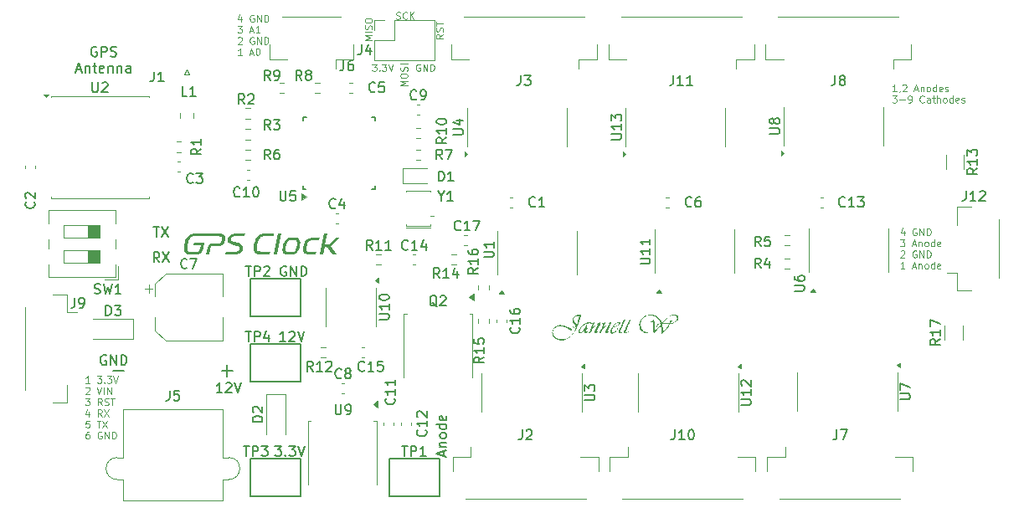
<source format=gto>
%TF.GenerationSoftware,KiCad,Pcbnew,9.0.0*%
%TF.CreationDate,2025-06-26T17:33:30-04:00*%
%TF.ProjectId,gps-seven-seg-clock,6770732d-7365-4766-956e-2d7365672d63,rev?*%
%TF.SameCoordinates,Original*%
%TF.FileFunction,Legend,Top*%
%TF.FilePolarity,Positive*%
%FSLAX46Y46*%
G04 Gerber Fmt 4.6, Leading zero omitted, Abs format (unit mm)*
G04 Created by KiCad (PCBNEW 9.0.0) date 2025-06-26 17:33:30*
%MOMM*%
%LPD*%
G01*
G04 APERTURE LIST*
%ADD10C,0.070000*%
%ADD11C,0.100000*%
%ADD12C,0.150000*%
%ADD13C,0.120000*%
G04 APERTURE END LIST*
D10*
X118179385Y-25817360D02*
X118279385Y-25850693D01*
X118279385Y-25850693D02*
X118446052Y-25850693D01*
X118446052Y-25850693D02*
X118512718Y-25817360D01*
X118512718Y-25817360D02*
X118546052Y-25784026D01*
X118546052Y-25784026D02*
X118579385Y-25717360D01*
X118579385Y-25717360D02*
X118579385Y-25650693D01*
X118579385Y-25650693D02*
X118546052Y-25584026D01*
X118546052Y-25584026D02*
X118512718Y-25550693D01*
X118512718Y-25550693D02*
X118446052Y-25517360D01*
X118446052Y-25517360D02*
X118312718Y-25484026D01*
X118312718Y-25484026D02*
X118246052Y-25450693D01*
X118246052Y-25450693D02*
X118212718Y-25417360D01*
X118212718Y-25417360D02*
X118179385Y-25350693D01*
X118179385Y-25350693D02*
X118179385Y-25284026D01*
X118179385Y-25284026D02*
X118212718Y-25217360D01*
X118212718Y-25217360D02*
X118246052Y-25184026D01*
X118246052Y-25184026D02*
X118312718Y-25150693D01*
X118312718Y-25150693D02*
X118479385Y-25150693D01*
X118479385Y-25150693D02*
X118579385Y-25184026D01*
X119279385Y-25784026D02*
X119246052Y-25817360D01*
X119246052Y-25817360D02*
X119146052Y-25850693D01*
X119146052Y-25850693D02*
X119079385Y-25850693D01*
X119079385Y-25850693D02*
X118979385Y-25817360D01*
X118979385Y-25817360D02*
X118912719Y-25750693D01*
X118912719Y-25750693D02*
X118879385Y-25684026D01*
X118879385Y-25684026D02*
X118846052Y-25550693D01*
X118846052Y-25550693D02*
X118846052Y-25450693D01*
X118846052Y-25450693D02*
X118879385Y-25317360D01*
X118879385Y-25317360D02*
X118912719Y-25250693D01*
X118912719Y-25250693D02*
X118979385Y-25184026D01*
X118979385Y-25184026D02*
X119079385Y-25150693D01*
X119079385Y-25150693D02*
X119146052Y-25150693D01*
X119146052Y-25150693D02*
X119246052Y-25184026D01*
X119246052Y-25184026D02*
X119279385Y-25217360D01*
X119579385Y-25850693D02*
X119579385Y-25150693D01*
X119979385Y-25850693D02*
X119679385Y-25450693D01*
X119979385Y-25150693D02*
X119579385Y-25550693D01*
X119310693Y-32587281D02*
X118610693Y-32587281D01*
X118610693Y-32587281D02*
X119110693Y-32353948D01*
X119110693Y-32353948D02*
X118610693Y-32120614D01*
X118610693Y-32120614D02*
X119310693Y-32120614D01*
X118610693Y-31653948D02*
X118610693Y-31520614D01*
X118610693Y-31520614D02*
X118644026Y-31453948D01*
X118644026Y-31453948D02*
X118710693Y-31387281D01*
X118710693Y-31387281D02*
X118844026Y-31353948D01*
X118844026Y-31353948D02*
X119077360Y-31353948D01*
X119077360Y-31353948D02*
X119210693Y-31387281D01*
X119210693Y-31387281D02*
X119277360Y-31453948D01*
X119277360Y-31453948D02*
X119310693Y-31520614D01*
X119310693Y-31520614D02*
X119310693Y-31653948D01*
X119310693Y-31653948D02*
X119277360Y-31720614D01*
X119277360Y-31720614D02*
X119210693Y-31787281D01*
X119210693Y-31787281D02*
X119077360Y-31820614D01*
X119077360Y-31820614D02*
X118844026Y-31820614D01*
X118844026Y-31820614D02*
X118710693Y-31787281D01*
X118710693Y-31787281D02*
X118644026Y-31720614D01*
X118644026Y-31720614D02*
X118610693Y-31653948D01*
X119277360Y-31087281D02*
X119310693Y-30987281D01*
X119310693Y-30987281D02*
X119310693Y-30820615D01*
X119310693Y-30820615D02*
X119277360Y-30753948D01*
X119277360Y-30753948D02*
X119244026Y-30720615D01*
X119244026Y-30720615D02*
X119177360Y-30687281D01*
X119177360Y-30687281D02*
X119110693Y-30687281D01*
X119110693Y-30687281D02*
X119044026Y-30720615D01*
X119044026Y-30720615D02*
X119010693Y-30753948D01*
X119010693Y-30753948D02*
X118977360Y-30820615D01*
X118977360Y-30820615D02*
X118944026Y-30953948D01*
X118944026Y-30953948D02*
X118910693Y-31020615D01*
X118910693Y-31020615D02*
X118877360Y-31053948D01*
X118877360Y-31053948D02*
X118810693Y-31087281D01*
X118810693Y-31087281D02*
X118744026Y-31087281D01*
X118744026Y-31087281D02*
X118677360Y-31053948D01*
X118677360Y-31053948D02*
X118644026Y-31020615D01*
X118644026Y-31020615D02*
X118610693Y-30953948D01*
X118610693Y-30953948D02*
X118610693Y-30787281D01*
X118610693Y-30787281D02*
X118644026Y-30687281D01*
X119310693Y-30387281D02*
X118610693Y-30387281D01*
X115710693Y-27987281D02*
X115010693Y-27987281D01*
X115010693Y-27987281D02*
X115510693Y-27753948D01*
X115510693Y-27753948D02*
X115010693Y-27520614D01*
X115010693Y-27520614D02*
X115710693Y-27520614D01*
X115710693Y-27187281D02*
X115010693Y-27187281D01*
X115677360Y-26887281D02*
X115710693Y-26787281D01*
X115710693Y-26787281D02*
X115710693Y-26620615D01*
X115710693Y-26620615D02*
X115677360Y-26553948D01*
X115677360Y-26553948D02*
X115644026Y-26520615D01*
X115644026Y-26520615D02*
X115577360Y-26487281D01*
X115577360Y-26487281D02*
X115510693Y-26487281D01*
X115510693Y-26487281D02*
X115444026Y-26520615D01*
X115444026Y-26520615D02*
X115410693Y-26553948D01*
X115410693Y-26553948D02*
X115377360Y-26620615D01*
X115377360Y-26620615D02*
X115344026Y-26753948D01*
X115344026Y-26753948D02*
X115310693Y-26820615D01*
X115310693Y-26820615D02*
X115277360Y-26853948D01*
X115277360Y-26853948D02*
X115210693Y-26887281D01*
X115210693Y-26887281D02*
X115144026Y-26887281D01*
X115144026Y-26887281D02*
X115077360Y-26853948D01*
X115077360Y-26853948D02*
X115044026Y-26820615D01*
X115044026Y-26820615D02*
X115010693Y-26753948D01*
X115010693Y-26753948D02*
X115010693Y-26587281D01*
X115010693Y-26587281D02*
X115044026Y-26487281D01*
X115010693Y-26053948D02*
X115010693Y-25920614D01*
X115010693Y-25920614D02*
X115044026Y-25853948D01*
X115044026Y-25853948D02*
X115110693Y-25787281D01*
X115110693Y-25787281D02*
X115244026Y-25753948D01*
X115244026Y-25753948D02*
X115477360Y-25753948D01*
X115477360Y-25753948D02*
X115610693Y-25787281D01*
X115610693Y-25787281D02*
X115677360Y-25853948D01*
X115677360Y-25853948D02*
X115710693Y-25920614D01*
X115710693Y-25920614D02*
X115710693Y-26053948D01*
X115710693Y-26053948D02*
X115677360Y-26120614D01*
X115677360Y-26120614D02*
X115610693Y-26187281D01*
X115610693Y-26187281D02*
X115477360Y-26220614D01*
X115477360Y-26220614D02*
X115244026Y-26220614D01*
X115244026Y-26220614D02*
X115110693Y-26187281D01*
X115110693Y-26187281D02*
X115044026Y-26120614D01*
X115044026Y-26120614D02*
X115010693Y-26053948D01*
X122910693Y-27387281D02*
X122577360Y-27620614D01*
X122910693Y-27787281D02*
X122210693Y-27787281D01*
X122210693Y-27787281D02*
X122210693Y-27520614D01*
X122210693Y-27520614D02*
X122244026Y-27453948D01*
X122244026Y-27453948D02*
X122277360Y-27420614D01*
X122277360Y-27420614D02*
X122344026Y-27387281D01*
X122344026Y-27387281D02*
X122444026Y-27387281D01*
X122444026Y-27387281D02*
X122510693Y-27420614D01*
X122510693Y-27420614D02*
X122544026Y-27453948D01*
X122544026Y-27453948D02*
X122577360Y-27520614D01*
X122577360Y-27520614D02*
X122577360Y-27787281D01*
X122877360Y-27120614D02*
X122910693Y-27020614D01*
X122910693Y-27020614D02*
X122910693Y-26853948D01*
X122910693Y-26853948D02*
X122877360Y-26787281D01*
X122877360Y-26787281D02*
X122844026Y-26753948D01*
X122844026Y-26753948D02*
X122777360Y-26720614D01*
X122777360Y-26720614D02*
X122710693Y-26720614D01*
X122710693Y-26720614D02*
X122644026Y-26753948D01*
X122644026Y-26753948D02*
X122610693Y-26787281D01*
X122610693Y-26787281D02*
X122577360Y-26853948D01*
X122577360Y-26853948D02*
X122544026Y-26987281D01*
X122544026Y-26987281D02*
X122510693Y-27053948D01*
X122510693Y-27053948D02*
X122477360Y-27087281D01*
X122477360Y-27087281D02*
X122410693Y-27120614D01*
X122410693Y-27120614D02*
X122344026Y-27120614D01*
X122344026Y-27120614D02*
X122277360Y-27087281D01*
X122277360Y-27087281D02*
X122244026Y-27053948D01*
X122244026Y-27053948D02*
X122210693Y-26987281D01*
X122210693Y-26987281D02*
X122210693Y-26820614D01*
X122210693Y-26820614D02*
X122244026Y-26720614D01*
X122210693Y-26520614D02*
X122210693Y-26120614D01*
X122910693Y-26320614D02*
X122210693Y-26320614D01*
X120579385Y-30444026D02*
X120512718Y-30410693D01*
X120512718Y-30410693D02*
X120412718Y-30410693D01*
X120412718Y-30410693D02*
X120312718Y-30444026D01*
X120312718Y-30444026D02*
X120246052Y-30510693D01*
X120246052Y-30510693D02*
X120212718Y-30577360D01*
X120212718Y-30577360D02*
X120179385Y-30710693D01*
X120179385Y-30710693D02*
X120179385Y-30810693D01*
X120179385Y-30810693D02*
X120212718Y-30944026D01*
X120212718Y-30944026D02*
X120246052Y-31010693D01*
X120246052Y-31010693D02*
X120312718Y-31077360D01*
X120312718Y-31077360D02*
X120412718Y-31110693D01*
X120412718Y-31110693D02*
X120479385Y-31110693D01*
X120479385Y-31110693D02*
X120579385Y-31077360D01*
X120579385Y-31077360D02*
X120612718Y-31044026D01*
X120612718Y-31044026D02*
X120612718Y-30810693D01*
X120612718Y-30810693D02*
X120479385Y-30810693D01*
X120912718Y-31110693D02*
X120912718Y-30410693D01*
X120912718Y-30410693D02*
X121312718Y-31110693D01*
X121312718Y-31110693D02*
X121312718Y-30410693D01*
X121646051Y-31110693D02*
X121646051Y-30410693D01*
X121646051Y-30410693D02*
X121812718Y-30410693D01*
X121812718Y-30410693D02*
X121912718Y-30444026D01*
X121912718Y-30444026D02*
X121979385Y-30510693D01*
X121979385Y-30510693D02*
X122012718Y-30577360D01*
X122012718Y-30577360D02*
X122046051Y-30710693D01*
X122046051Y-30710693D02*
X122046051Y-30810693D01*
X122046051Y-30810693D02*
X122012718Y-30944026D01*
X122012718Y-30944026D02*
X121979385Y-31010693D01*
X121979385Y-31010693D02*
X121912718Y-31077360D01*
X121912718Y-31077360D02*
X121812718Y-31110693D01*
X121812718Y-31110693D02*
X121646051Y-31110693D01*
X115746052Y-30410693D02*
X116179385Y-30410693D01*
X116179385Y-30410693D02*
X115946052Y-30677360D01*
X115946052Y-30677360D02*
X116046052Y-30677360D01*
X116046052Y-30677360D02*
X116112718Y-30710693D01*
X116112718Y-30710693D02*
X116146052Y-30744026D01*
X116146052Y-30744026D02*
X116179385Y-30810693D01*
X116179385Y-30810693D02*
X116179385Y-30977360D01*
X116179385Y-30977360D02*
X116146052Y-31044026D01*
X116146052Y-31044026D02*
X116112718Y-31077360D01*
X116112718Y-31077360D02*
X116046052Y-31110693D01*
X116046052Y-31110693D02*
X115846052Y-31110693D01*
X115846052Y-31110693D02*
X115779385Y-31077360D01*
X115779385Y-31077360D02*
X115746052Y-31044026D01*
X116479385Y-31044026D02*
X116512719Y-31077360D01*
X116512719Y-31077360D02*
X116479385Y-31110693D01*
X116479385Y-31110693D02*
X116446052Y-31077360D01*
X116446052Y-31077360D02*
X116479385Y-31044026D01*
X116479385Y-31044026D02*
X116479385Y-31110693D01*
X116746052Y-30410693D02*
X117179385Y-30410693D01*
X117179385Y-30410693D02*
X116946052Y-30677360D01*
X116946052Y-30677360D02*
X117046052Y-30677360D01*
X117046052Y-30677360D02*
X117112718Y-30710693D01*
X117112718Y-30710693D02*
X117146052Y-30744026D01*
X117146052Y-30744026D02*
X117179385Y-30810693D01*
X117179385Y-30810693D02*
X117179385Y-30977360D01*
X117179385Y-30977360D02*
X117146052Y-31044026D01*
X117146052Y-31044026D02*
X117112718Y-31077360D01*
X117112718Y-31077360D02*
X117046052Y-31110693D01*
X117046052Y-31110693D02*
X116846052Y-31110693D01*
X116846052Y-31110693D02*
X116779385Y-31077360D01*
X116779385Y-31077360D02*
X116746052Y-31044026D01*
X117379385Y-30410693D02*
X117612719Y-31110693D01*
X117612719Y-31110693D02*
X117846052Y-30410693D01*
D11*
G36*
X136862281Y-55787878D02*
G01*
X136854099Y-55835872D01*
X136785252Y-56165411D01*
X136714316Y-56440797D01*
X136642219Y-56668496D01*
X136555196Y-56890492D01*
X136451128Y-57109025D01*
X136329466Y-57324532D01*
X136143554Y-57604824D01*
X135962104Y-57831374D01*
X135784865Y-58011023D01*
X135611239Y-58149764D01*
X135440247Y-58252625D01*
X135270518Y-58323544D01*
X135100323Y-58365228D01*
X134927634Y-58379050D01*
X134783417Y-58369963D01*
X134641209Y-58342676D01*
X134499965Y-58296741D01*
X134365579Y-58233914D01*
X134251131Y-58160259D01*
X134154361Y-58075945D01*
X134065105Y-57965634D01*
X134001682Y-57843309D01*
X133962874Y-57706553D01*
X133949441Y-57552044D01*
X133959327Y-57430495D01*
X133988215Y-57319477D01*
X134035829Y-57217005D01*
X134103073Y-57121558D01*
X134191974Y-57032173D01*
X134318570Y-56942201D01*
X134459594Y-56877489D01*
X134617735Y-56837574D01*
X134796475Y-56823712D01*
X134977509Y-56835086D01*
X135167248Y-56870156D01*
X135367369Y-56930855D01*
X135579545Y-57019766D01*
X135805427Y-57140067D01*
X136046632Y-57295467D01*
X135894958Y-57396461D01*
X135707268Y-57270270D01*
X135500992Y-57157809D01*
X135274581Y-57059284D01*
X135039269Y-56980912D01*
X134840361Y-56938341D01*
X134672156Y-56925317D01*
X134532613Y-56935724D01*
X134410476Y-56965522D01*
X134302888Y-57013490D01*
X134207606Y-57079678D01*
X134126596Y-57163190D01*
X134070224Y-57254957D01*
X134036231Y-57356805D01*
X134024546Y-57471566D01*
X134032589Y-57572785D01*
X134057034Y-57674542D01*
X134098918Y-57777969D01*
X134154878Y-57874705D01*
X134223195Y-57961763D01*
X134304570Y-58039919D01*
X134383249Y-58096218D01*
X134482686Y-58147876D01*
X134606577Y-58194159D01*
X134797385Y-58239234D01*
X134985031Y-58253998D01*
X135156207Y-58241990D01*
X135318961Y-58206419D01*
X135475075Y-58147226D01*
X135626041Y-58063374D01*
X135773001Y-57952886D01*
X135916707Y-57812919D01*
X136057501Y-57639849D01*
X136164655Y-57478449D01*
X136270197Y-57290943D01*
X136373796Y-57074549D01*
X136464024Y-56852044D01*
X136530307Y-56650023D01*
X136575296Y-56466507D01*
X136636845Y-56157418D01*
X136673726Y-55970572D01*
X136683251Y-55916960D01*
X136558932Y-55924898D01*
X136431926Y-55924898D01*
X136370027Y-55929041D01*
X136311636Y-55941263D01*
X136229967Y-55978838D01*
X136166800Y-56038471D01*
X136125879Y-56114371D01*
X136112212Y-56199916D01*
X136123256Y-56283278D01*
X136156542Y-56361482D01*
X136212515Y-56438155D01*
X136315788Y-56546130D01*
X136383133Y-56622415D01*
X136417536Y-56686436D01*
X136427773Y-56741891D01*
X136418789Y-56818645D01*
X136391130Y-56895869D01*
X136342411Y-56975265D01*
X136279680Y-57043524D01*
X136223019Y-57078720D01*
X136169609Y-57089448D01*
X136106004Y-57076826D01*
X136056158Y-57039623D01*
X136023922Y-56983639D01*
X136012438Y-56909075D01*
X136015247Y-56877690D01*
X136080928Y-56953699D01*
X136138578Y-56992022D01*
X136191468Y-57003475D01*
X136249308Y-56994485D01*
X136287259Y-56970412D01*
X136310864Y-56930799D01*
X136319818Y-56869263D01*
X136308836Y-56819461D01*
X136269129Y-56753666D01*
X136185973Y-56665076D01*
X136111402Y-56583273D01*
X136060565Y-56498766D01*
X136030659Y-56410255D01*
X136020621Y-56315809D01*
X136030562Y-56210826D01*
X136059768Y-56114742D01*
X136108468Y-56025527D01*
X136178401Y-55941751D01*
X136262290Y-55871896D01*
X136351490Y-55823273D01*
X136447421Y-55794129D01*
X136552093Y-55784214D01*
X136677878Y-55784214D01*
X136794016Y-55784214D01*
X136862281Y-55787878D01*
G37*
G36*
X137545429Y-57451050D02*
G01*
X137569975Y-57486587D01*
X137469786Y-57549577D01*
X137340955Y-57606449D01*
X137177843Y-57655847D01*
X137193132Y-57563862D01*
X137241652Y-57413286D01*
X137340387Y-57180795D01*
X137157827Y-57373552D01*
X136977686Y-57523834D01*
X136847378Y-57607512D01*
X136751821Y-57648539D01*
X136681908Y-57660000D01*
X136629794Y-57647167D01*
X136598640Y-57610290D01*
X136586287Y-57538855D01*
X136596294Y-57441345D01*
X136627848Y-57336308D01*
X136684385Y-57221484D01*
X136770690Y-57094699D01*
X136903140Y-56945982D01*
X137056898Y-56815379D01*
X137233897Y-56702201D01*
X137395694Y-56623397D01*
X137553076Y-56569019D01*
X137707284Y-56537185D01*
X137859647Y-56526713D01*
X137893513Y-56535574D01*
X137903367Y-56558831D01*
X137895928Y-56590348D01*
X137862334Y-56660558D01*
X137769921Y-56648023D01*
X137681960Y-56643949D01*
X137519594Y-56656876D01*
X137368729Y-56694899D01*
X137227054Y-56757943D01*
X137092756Y-56847337D01*
X136964619Y-56965739D01*
X136861716Y-57092326D01*
X136793929Y-57211173D01*
X136755665Y-57324324D01*
X136743335Y-57434197D01*
X136754001Y-57498818D01*
X136780489Y-57531573D01*
X136823935Y-57542763D01*
X136866815Y-57533608D01*
X136929522Y-57499202D01*
X137020673Y-57425404D01*
X137141466Y-57299697D01*
X137250261Y-57153318D01*
X137334316Y-57006559D01*
X137397213Y-56858525D01*
X137440160Y-56708307D01*
X137471467Y-56736821D01*
X137491415Y-56778803D01*
X137498900Y-56839344D01*
X137486419Y-56923959D01*
X137444794Y-57023828D01*
X137365055Y-57143914D01*
X137433787Y-57132698D01*
X137527599Y-57105690D01*
X137516730Y-57128771D01*
X137406659Y-57392298D01*
X137386915Y-57467048D01*
X137396328Y-57496057D01*
X137423796Y-57503684D01*
X137463200Y-57492573D01*
X137545429Y-57451050D01*
G37*
G36*
X138601413Y-57462041D02*
G01*
X138623272Y-57498921D01*
X138509688Y-57568069D01*
X138381056Y-57622810D01*
X138235293Y-57662686D01*
X138268830Y-57514174D01*
X138350539Y-57293698D01*
X138500418Y-56977951D01*
X138589200Y-56808569D01*
X138626540Y-56727646D01*
X138634263Y-56696461D01*
X138626239Y-56668191D01*
X138604221Y-56659581D01*
X138555705Y-56676222D01*
X138443632Y-56755324D01*
X138328541Y-56857041D01*
X138213433Y-56976730D01*
X138069796Y-57157396D01*
X137939920Y-57364233D01*
X137824110Y-57599916D01*
X137753968Y-57621176D01*
X137642393Y-57665495D01*
X137765508Y-57399656D01*
X137895795Y-57088105D01*
X138003557Y-56796204D01*
X138023534Y-56708796D01*
X138012899Y-56671032D01*
X137983845Y-56659581D01*
X137895062Y-56680830D01*
X137880041Y-56685104D01*
X137871859Y-56641385D01*
X138057638Y-56581957D01*
X138217585Y-56518408D01*
X138235293Y-56510226D01*
X138238101Y-56534773D01*
X138225688Y-56617854D01*
X138174543Y-56777138D01*
X138059071Y-57052445D01*
X138039898Y-57093356D01*
X138063101Y-57067466D01*
X138287957Y-56830180D01*
X138476360Y-56665565D01*
X138609200Y-56574748D01*
X138704377Y-56530938D01*
X138772260Y-56518897D01*
X138810138Y-56526830D01*
X138831273Y-56548239D01*
X138839183Y-56587041D01*
X138828663Y-56637700D01*
X138780005Y-56760099D01*
X138660153Y-57005673D01*
X138475617Y-57382671D01*
X138445708Y-57471933D01*
X138455142Y-57501835D01*
X138482588Y-57511500D01*
X138525761Y-57502483D01*
X138594574Y-57467414D01*
X138601413Y-57462041D01*
G37*
G36*
X139689759Y-57462041D02*
G01*
X139711618Y-57498921D01*
X139598034Y-57568069D01*
X139469402Y-57622810D01*
X139323639Y-57662686D01*
X139357177Y-57514174D01*
X139438885Y-57293698D01*
X139588764Y-56977951D01*
X139677547Y-56808569D01*
X139714886Y-56727646D01*
X139722609Y-56696461D01*
X139714585Y-56668191D01*
X139692568Y-56659581D01*
X139644052Y-56676222D01*
X139531978Y-56755324D01*
X139416887Y-56857041D01*
X139301779Y-56976730D01*
X139158142Y-57157396D01*
X139028266Y-57364233D01*
X138912456Y-57599916D01*
X138842314Y-57621176D01*
X138730739Y-57665495D01*
X138853854Y-57399656D01*
X138984141Y-57088105D01*
X139091903Y-56796204D01*
X139111880Y-56708796D01*
X139101245Y-56671032D01*
X139072191Y-56659581D01*
X138983408Y-56680830D01*
X138968387Y-56685104D01*
X138960205Y-56641385D01*
X139145984Y-56581957D01*
X139305931Y-56518408D01*
X139323639Y-56510226D01*
X139326448Y-56534773D01*
X139314035Y-56617854D01*
X139262889Y-56777138D01*
X139147418Y-57052445D01*
X139128244Y-57093356D01*
X139151448Y-57067466D01*
X139376303Y-56830180D01*
X139564706Y-56665565D01*
X139697546Y-56574748D01*
X139792724Y-56530938D01*
X139860607Y-56518897D01*
X139898484Y-56526830D01*
X139919619Y-56548239D01*
X139927529Y-56587041D01*
X139917009Y-56637700D01*
X139868351Y-56760099D01*
X139748499Y-57005673D01*
X139563963Y-57382671D01*
X139534054Y-57471933D01*
X139543488Y-57501835D01*
X139570935Y-57511500D01*
X139614107Y-57502483D01*
X139682920Y-57467414D01*
X139689759Y-57462041D01*
G37*
G36*
X140618370Y-57055132D02*
G01*
X140633081Y-57092889D01*
X140637421Y-57123520D01*
X140628607Y-57183217D01*
X140599596Y-57251461D01*
X140544606Y-57331265D01*
X140455704Y-57425526D01*
X140310428Y-57548252D01*
X140190082Y-57623993D01*
X140089806Y-57663698D01*
X140004832Y-57675631D01*
X139934017Y-57663906D01*
X139886674Y-57632015D01*
X139856564Y-57578333D01*
X139844975Y-57493426D01*
X139857870Y-57359246D01*
X139898243Y-57216264D01*
X139969905Y-57061849D01*
X140062145Y-56918553D01*
X140168761Y-56794872D01*
X140290352Y-56689134D01*
X140417186Y-56604673D01*
X140528264Y-56550219D01*
X140626270Y-56520377D01*
X140713869Y-56511081D01*
X140778131Y-56521685D01*
X140810699Y-56548014D01*
X140821824Y-56591193D01*
X140810666Y-56644396D01*
X140769923Y-56717466D01*
X140712161Y-56787056D01*
X140640108Y-56850701D01*
X140561426Y-56900590D01*
X140456315Y-56950108D01*
X140350149Y-56986253D01*
X140284979Y-56995659D01*
X140247214Y-56987864D01*
X140218259Y-56964878D01*
X140196196Y-56922752D01*
X140287787Y-56933133D01*
X140376341Y-56924256D01*
X140459779Y-56897815D01*
X140539724Y-56853021D01*
X140608117Y-56793417D01*
X140644041Y-56736456D01*
X140655251Y-56679609D01*
X140646271Y-56643133D01*
X140620471Y-56621331D01*
X140570498Y-56612686D01*
X140500656Y-56622451D01*
X140427147Y-56653385D01*
X140347653Y-56709929D01*
X140260310Y-56798799D01*
X140159275Y-56939405D01*
X140075907Y-57105446D01*
X140033830Y-57224226D01*
X140010674Y-57327429D01*
X140003489Y-57417466D01*
X140012198Y-57483760D01*
X140034638Y-57525234D01*
X140069463Y-57549543D01*
X140120969Y-57558394D01*
X140201566Y-57544873D01*
X140289322Y-57500882D01*
X140388049Y-57417588D01*
X140472747Y-57318198D01*
X140549639Y-57198308D01*
X140618370Y-57055132D01*
G37*
G36*
X141429256Y-56526713D02*
G01*
X141411427Y-56565792D01*
X141218841Y-56565792D01*
X141207850Y-56588995D01*
X141067166Y-56907854D01*
X140936008Y-57204853D01*
X140853246Y-57408106D01*
X140836235Y-57484145D01*
X140843210Y-57517285D01*
X140862069Y-57535815D01*
X140896318Y-57542763D01*
X140942961Y-57535706D01*
X141007047Y-57510496D01*
X141094521Y-57459354D01*
X141116381Y-57494891D01*
X141029755Y-57552003D01*
X140929169Y-57600893D01*
X140827386Y-57634920D01*
X140755635Y-57644368D01*
X140695171Y-57633951D01*
X140664005Y-57607713D01*
X140653175Y-57563890D01*
X140671803Y-57484115D01*
X140767969Y-57242100D01*
X140909996Y-56918967D01*
X141047993Y-56597177D01*
X141061671Y-56565792D01*
X140882763Y-56565792D01*
X140901814Y-56526713D01*
X140919644Y-56526713D01*
X141025762Y-56515381D01*
X141077424Y-56489466D01*
X141116803Y-56433714D01*
X141187334Y-56279905D01*
X141214689Y-56284424D01*
X141279744Y-56279537D01*
X141344504Y-56264762D01*
X141291259Y-56395676D01*
X141250226Y-56494961D01*
X141236549Y-56526713D01*
X141429256Y-56526713D01*
G37*
G36*
X141984176Y-56526713D02*
G01*
X141966346Y-56565792D01*
X141773761Y-56565792D01*
X141762770Y-56588995D01*
X141622086Y-56907854D01*
X141490928Y-57204853D01*
X141408166Y-57408106D01*
X141391154Y-57484145D01*
X141398130Y-57517285D01*
X141416989Y-57535815D01*
X141451238Y-57542763D01*
X141497881Y-57535706D01*
X141561967Y-57510496D01*
X141649441Y-57459354D01*
X141671301Y-57494891D01*
X141584675Y-57552003D01*
X141484089Y-57600893D01*
X141382305Y-57634920D01*
X141310554Y-57644368D01*
X141250091Y-57633951D01*
X141218924Y-57607713D01*
X141208094Y-57563890D01*
X141226723Y-57484115D01*
X141322889Y-57242100D01*
X141464916Y-56918967D01*
X141602913Y-56597177D01*
X141616591Y-56565792D01*
X141437683Y-56565792D01*
X141456734Y-56526713D01*
X141474563Y-56526713D01*
X141580682Y-56515381D01*
X141632344Y-56489466D01*
X141671723Y-56433714D01*
X141742254Y-56279905D01*
X141769609Y-56284424D01*
X141834664Y-56279537D01*
X141899424Y-56264762D01*
X141846179Y-56395676D01*
X141805146Y-56494961D01*
X141791468Y-56526713D01*
X141984176Y-56526713D01*
G37*
G36*
X146467152Y-55754863D02*
G01*
X146548000Y-55782388D01*
X146615875Y-55826835D01*
X146669185Y-55886619D01*
X146700665Y-55955341D01*
X146711496Y-56036029D01*
X146698161Y-56142919D01*
X146657533Y-56246813D01*
X146586342Y-56350322D01*
X146478489Y-56455150D01*
X146358484Y-56540494D01*
X146220869Y-56612827D01*
X146063452Y-56671797D01*
X145883635Y-56716489D01*
X145728546Y-56925816D01*
X145485275Y-57213401D01*
X145222298Y-57496748D01*
X144987386Y-57725334D01*
X144988729Y-57595642D01*
X144975313Y-57210616D01*
X144935484Y-56836779D01*
X144931332Y-56809424D01*
X144886270Y-56864012D01*
X144764637Y-57007383D01*
X144561060Y-57251748D01*
X144222295Y-57680394D01*
X144196284Y-57710314D01*
X144186081Y-57298168D01*
X144152564Y-56795136D01*
X144131993Y-56597172D01*
X144117027Y-56520729D01*
X144090522Y-56477560D01*
X144050104Y-56464187D01*
X144015016Y-56470717D01*
X143950331Y-56497526D01*
X143925785Y-56451608D01*
X143947644Y-56437808D01*
X144091015Y-56356109D01*
X144224982Y-56273189D01*
X144256367Y-56253771D01*
X144297729Y-56543957D01*
X144326254Y-56933694D01*
X144336967Y-57444211D01*
X144574738Y-57153440D01*
X144906664Y-56758866D01*
X144918998Y-56743845D01*
X144913503Y-56716489D01*
X145069330Y-56716489D01*
X145104795Y-56905670D01*
X145128739Y-57148510D01*
X145137595Y-57455202D01*
X145137595Y-57502951D01*
X145313309Y-57326975D01*
X145496266Y-57117292D01*
X145661696Y-56901310D01*
X145771528Y-56730167D01*
X145505181Y-56737739D01*
X145102058Y-56718810D01*
X145069330Y-56716489D01*
X144913503Y-56716489D01*
X144789795Y-56726893D01*
X144696806Y-56754889D01*
X144627558Y-56797454D01*
X144577138Y-56854236D01*
X144543309Y-56927609D01*
X144526866Y-57022281D01*
X144500138Y-56988326D01*
X144491329Y-56947177D01*
X144503298Y-56883000D01*
X144542615Y-56813187D01*
X144618335Y-56734319D01*
X144707345Y-56670003D01*
X144796171Y-56628504D01*
X144880041Y-56608778D01*
X145117079Y-56608778D01*
X145425251Y-56629813D01*
X145670411Y-56636133D01*
X145820743Y-56631859D01*
X145864461Y-56529011D01*
X145876796Y-56452341D01*
X145865565Y-56415613D01*
X145829625Y-56389522D01*
X145753820Y-56375038D01*
X145725122Y-56373695D01*
X145725122Y-56323503D01*
X146073534Y-56323503D01*
X146028647Y-56461487D01*
X145945062Y-56619647D01*
X146131680Y-56576939D01*
X146264746Y-56528096D01*
X146356245Y-56475544D01*
X146452560Y-56391716D01*
X146517317Y-56302909D01*
X146555222Y-56207595D01*
X146568004Y-56102951D01*
X146558507Y-56030150D01*
X146531162Y-55969282D01*
X146485327Y-55917449D01*
X146426518Y-55879252D01*
X146354604Y-55855300D01*
X146266120Y-55846741D01*
X146147289Y-55857897D01*
X146017749Y-55893188D01*
X145874838Y-55956457D01*
X145715911Y-56052868D01*
X145538365Y-56188721D01*
X145339619Y-56371304D01*
X145117079Y-56608778D01*
X144880041Y-56608778D01*
X144886270Y-56607313D01*
X144816427Y-56434587D01*
X144728262Y-56285605D01*
X144621840Y-56157559D01*
X144496214Y-56048485D01*
X144354673Y-55960955D01*
X144201635Y-55898257D01*
X144034966Y-55859914D01*
X143852023Y-55846741D01*
X143681108Y-55857524D01*
X143528470Y-55888563D01*
X143391522Y-55938559D01*
X143268098Y-56007143D01*
X143156542Y-56094891D01*
X143059694Y-56199814D01*
X142985240Y-56314602D01*
X142931694Y-56440660D01*
X142898766Y-56580035D01*
X142887386Y-56735296D01*
X142897461Y-56880544D01*
X142926710Y-57012316D01*
X142974361Y-57132702D01*
X143040589Y-57243404D01*
X143126500Y-57345659D01*
X143227230Y-57433744D01*
X143335878Y-57501345D01*
X143453627Y-57549800D01*
X143582157Y-57579458D01*
X143723551Y-57589658D01*
X143852023Y-57576713D01*
X143860205Y-57602602D01*
X143730032Y-57633098D01*
X143562351Y-57644368D01*
X143423204Y-57634532D01*
X143297542Y-57606022D01*
X143183247Y-57559624D01*
X143078605Y-57495157D01*
X142982397Y-57411482D01*
X142900494Y-57313966D01*
X142837156Y-57207605D01*
X142791429Y-57091134D01*
X142763269Y-56962818D01*
X142753541Y-56820537D01*
X142767560Y-56640805D01*
X142808328Y-56478084D01*
X142875105Y-56329402D01*
X142968755Y-56192446D01*
X143091695Y-56065704D01*
X143231364Y-55960614D01*
X143385008Y-55878437D01*
X143554560Y-55818566D01*
X143742508Y-55781452D01*
X143951796Y-55768583D01*
X144164773Y-55783187D01*
X144351215Y-55824923D01*
X144515216Y-55891799D01*
X144660101Y-55983394D01*
X144762739Y-56074318D01*
X144852581Y-56180468D01*
X144930121Y-56303299D01*
X144995293Y-56444777D01*
X145047470Y-56607313D01*
X145336277Y-56307822D01*
X145575882Y-56093122D01*
X145773604Y-55947002D01*
X145935087Y-55854650D01*
X146087064Y-55792386D01*
X146231366Y-55756690D01*
X146369923Y-55745136D01*
X146467152Y-55754863D01*
G37*
G36*
X98874180Y-47560000D02*
G01*
X98815928Y-47840024D01*
X97791695Y-47840024D01*
X97648340Y-47850074D01*
X97531706Y-47877897D01*
X97436952Y-47921052D01*
X97360240Y-47978632D01*
X97296453Y-48051407D01*
X97240503Y-48143475D01*
X97192914Y-48258268D01*
X97154954Y-48399951D01*
X97060676Y-48853632D01*
X97039044Y-49001098D01*
X97039262Y-49116541D01*
X97056527Y-49206470D01*
X97087787Y-49276416D01*
X97136747Y-49332830D01*
X97208480Y-49376103D01*
X97309843Y-49405295D01*
X97450366Y-49416367D01*
X97751639Y-49416367D01*
X97948830Y-49406940D01*
X98080856Y-49383196D01*
X98165020Y-49350666D01*
X98233287Y-49297081D01*
X98286291Y-49217014D01*
X98323412Y-49102759D01*
X98394364Y-48761186D01*
X97704256Y-48761186D01*
X97762508Y-48481161D01*
X98767568Y-48481161D01*
X98648743Y-49052445D01*
X98596420Y-49239938D01*
X98531995Y-49377288D01*
X98476266Y-49456004D01*
X98412206Y-49520865D01*
X98339288Y-49573171D01*
X98213106Y-49630878D01*
X98052180Y-49669769D01*
X97874893Y-49689217D01*
X97652233Y-49696392D01*
X97433147Y-49696392D01*
X97280515Y-49688415D01*
X97153473Y-49666252D01*
X97048098Y-49632034D01*
X96950338Y-49581454D01*
X96871243Y-49519953D01*
X96808374Y-49447264D01*
X96760457Y-49363534D01*
X96726472Y-49267669D01*
X96707013Y-49157470D01*
X96704978Y-48983485D01*
X96733879Y-48778039D01*
X96796284Y-48478353D01*
X96851423Y-48275704D01*
X96925732Y-48099043D01*
X96989009Y-47990442D01*
X97061998Y-47894179D01*
X97144940Y-47809249D01*
X97238267Y-47736112D01*
X97344150Y-47674518D01*
X97464043Y-47624480D01*
X97589635Y-47589615D01*
X97731218Y-47567679D01*
X97890980Y-47560000D01*
X98874180Y-47560000D01*
G37*
G36*
X98772941Y-47840024D02*
G01*
X98831193Y-47560000D01*
X100260746Y-47560000D01*
X100406053Y-47566836D01*
X100538695Y-47586622D01*
X100661215Y-47624037D01*
X100759246Y-47679068D01*
X100813352Y-47727757D01*
X100855964Y-47786935D01*
X100887595Y-47858220D01*
X100904159Y-47934612D01*
X100906078Y-48027972D01*
X100890160Y-48142397D01*
X100864515Y-48265617D01*
X100834036Y-48376762D01*
X100793584Y-48470698D01*
X100743859Y-48549794D01*
X100649946Y-48651877D01*
X100540893Y-48729068D01*
X100418303Y-48784643D01*
X100281995Y-48821392D01*
X100139646Y-48841312D01*
X99992934Y-48848014D01*
X99453401Y-48848014D01*
X99284630Y-49660000D01*
X98969801Y-49660000D01*
X99117079Y-48951573D01*
X99156547Y-48830281D01*
X99216579Y-48735806D01*
X99297452Y-48663244D01*
X99394905Y-48611057D01*
X99504630Y-48579083D01*
X99629501Y-48567990D01*
X100100523Y-48567990D01*
X100240177Y-48558132D01*
X100339040Y-48532473D01*
X100407292Y-48495205D01*
X100462214Y-48440458D01*
X100504864Y-48367272D01*
X100534665Y-48271235D01*
X100562630Y-48136779D01*
X100572690Y-48037162D01*
X100559737Y-47965217D01*
X100528436Y-47912808D01*
X100478287Y-47876795D01*
X100391767Y-47850644D01*
X100251831Y-47840024D01*
X98772941Y-47840024D01*
G37*
G36*
X102082920Y-48797578D02*
G01*
X101592969Y-48652009D01*
X101428833Y-48591341D01*
X101307266Y-48523687D01*
X101219888Y-48450387D01*
X101172277Y-48384338D01*
X101143530Y-48304928D01*
X101134398Y-48208245D01*
X101148447Y-48089152D01*
X101182635Y-47977101D01*
X101235527Y-47877162D01*
X101307903Y-47787489D01*
X101401849Y-47707034D01*
X101506242Y-47646099D01*
X101631698Y-47600148D01*
X101782181Y-47570594D01*
X101962386Y-47560000D01*
X102920917Y-47560000D01*
X102862665Y-47840024D01*
X101868475Y-47840024D01*
X101738056Y-47849467D01*
X101645501Y-47874094D01*
X101581367Y-47910000D01*
X101527923Y-47961099D01*
X101492158Y-48015815D01*
X101471824Y-48075230D01*
X101465728Y-48146438D01*
X101477853Y-48201856D01*
X101506140Y-48246078D01*
X101548833Y-48280856D01*
X101622239Y-48319133D01*
X101738415Y-48360750D01*
X102227267Y-48512058D01*
X102392522Y-48574890D01*
X102514427Y-48644850D01*
X102601570Y-48720642D01*
X102649101Y-48788657D01*
X102677656Y-48869166D01*
X102686630Y-48965782D01*
X102672766Y-49083220D01*
X102635729Y-49208572D01*
X102580670Y-49318828D01*
X102507382Y-49416128D01*
X102414480Y-49501852D01*
X102309551Y-49567916D01*
X102184747Y-49617256D01*
X102036336Y-49648759D01*
X101859804Y-49660000D01*
X100876605Y-49660000D01*
X100934856Y-49379975D01*
X101948342Y-49379975D01*
X102067010Y-49370685D01*
X102158179Y-49345529D01*
X102227756Y-49307191D01*
X102285437Y-49253032D01*
X102326499Y-49188391D01*
X102351953Y-49111186D01*
X102360527Y-49026316D01*
X102349539Y-48963579D01*
X102322644Y-48916646D01*
X102279815Y-48879837D01*
X102204381Y-48840014D01*
X102082920Y-48797578D01*
G37*
G36*
X105465073Y-49379975D02*
G01*
X105406821Y-49660000D01*
X104500314Y-49660000D01*
X104340161Y-49651956D01*
X104208236Y-49629725D01*
X104100122Y-49595642D01*
X103999807Y-49544785D01*
X103920002Y-49483250D01*
X103857833Y-49410872D01*
X103810823Y-49327211D01*
X103777718Y-49231356D01*
X103759159Y-49121078D01*
X103758110Y-48947121D01*
X103787369Y-48741646D01*
X103842201Y-48478353D01*
X103897341Y-48275704D01*
X103971650Y-48099043D01*
X104034926Y-47990442D01*
X104107916Y-47894179D01*
X104190858Y-47809249D01*
X104284185Y-47736112D01*
X104390067Y-47674518D01*
X104509961Y-47624480D01*
X104635552Y-47589615D01*
X104777135Y-47567679D01*
X104936898Y-47560000D01*
X105829849Y-47560000D01*
X105771598Y-47840024D01*
X104837613Y-47840024D01*
X104694258Y-47850074D01*
X104577623Y-47877897D01*
X104482870Y-47921052D01*
X104406158Y-47978632D01*
X104342371Y-48051407D01*
X104286420Y-48143475D01*
X104238832Y-48258268D01*
X104200872Y-48399951D01*
X104113555Y-48820048D01*
X104092210Y-48967426D01*
X104093082Y-49082503D01*
X104111266Y-49171941D01*
X104143719Y-49241367D01*
X104193942Y-49296925D01*
X104267724Y-49339840D01*
X104372298Y-49368921D01*
X104517533Y-49379975D01*
X105465073Y-49379975D01*
G37*
G36*
X106245184Y-47560000D02*
G01*
X106546458Y-47560000D01*
X106109874Y-49660000D01*
X105808600Y-49660000D01*
X106245184Y-47560000D01*
G37*
G36*
X108005577Y-47953056D02*
G01*
X108127480Y-47979187D01*
X108226007Y-48019402D01*
X108305235Y-48072396D01*
X108368143Y-48138244D01*
X108425552Y-48237851D01*
X108459280Y-48357898D01*
X108467145Y-48503930D01*
X108443981Y-48682784D01*
X108386828Y-48957191D01*
X108338462Y-49128639D01*
X108271631Y-49274313D01*
X108187168Y-49397823D01*
X108084699Y-49501852D01*
X107965328Y-49584849D01*
X107828807Y-49645336D01*
X107672004Y-49683126D01*
X107490945Y-49696392D01*
X107285659Y-49696392D01*
X107125946Y-49686605D01*
X106999400Y-49659912D01*
X106899909Y-49619379D01*
X106822419Y-49566663D01*
X106763224Y-49501852D01*
X106709989Y-49402805D01*
X106679096Y-49282901D01*
X106673543Y-49149284D01*
X106984462Y-49149284D01*
X106994110Y-49254257D01*
X107024197Y-49326852D01*
X107062110Y-49368574D01*
X107117005Y-49400632D01*
X107193936Y-49422236D01*
X107299825Y-49430411D01*
X107584612Y-49430411D01*
X107729021Y-49417033D01*
X107834844Y-49381279D01*
X107911531Y-49326852D01*
X107970889Y-49251334D01*
X108022093Y-49144913D01*
X108063206Y-48999200D01*
X108137700Y-48640774D01*
X108157311Y-48490281D01*
X108149457Y-48385343D01*
X108122191Y-48313244D01*
X108086652Y-48272185D01*
X108032110Y-48240101D01*
X107952237Y-48218047D01*
X107838381Y-48209563D01*
X107553593Y-48209563D01*
X107418535Y-48222532D01*
X107314646Y-48257978D01*
X107234856Y-48313244D01*
X107172393Y-48389163D01*
X107119415Y-48495606D01*
X107077808Y-48640774D01*
X107003314Y-48999200D01*
X106984462Y-49149284D01*
X106673543Y-49149284D01*
X106673016Y-49136603D01*
X106696912Y-48957191D01*
X106754064Y-48682784D01*
X106802025Y-48510678D01*
X106867239Y-48364845D01*
X106948741Y-48241632D01*
X107046667Y-48138244D01*
X107161236Y-48056260D01*
X107297072Y-47995683D01*
X107458289Y-47957257D01*
X107650069Y-47943583D01*
X107855355Y-47943583D01*
X108005577Y-47953056D01*
G37*
G36*
X109655914Y-48245956D02*
G01*
X109513679Y-48257022D01*
X109406782Y-48286694D01*
X109327285Y-48331441D01*
X109264679Y-48396763D01*
X109211056Y-48496209D01*
X109168527Y-48640774D01*
X109094644Y-48996392D01*
X109077725Y-49115915D01*
X109080190Y-49202683D01*
X109096684Y-49264763D01*
X109124197Y-49308656D01*
X109182153Y-49351871D01*
X109274974Y-49382081D01*
X109417288Y-49394019D01*
X110126692Y-49394019D01*
X110071371Y-49660000D01*
X109348290Y-49660000D01*
X109191353Y-49647453D01*
X109063461Y-49612558D01*
X108959082Y-49557859D01*
X108874092Y-49483656D01*
X108822882Y-49411944D01*
X108787322Y-49326830D01*
X108767922Y-49225325D01*
X108766822Y-49103599D01*
X108787630Y-48957191D01*
X108844783Y-48682784D01*
X108893785Y-48511429D01*
X108961428Y-48369345D01*
X109046673Y-48252089D01*
X109149965Y-48156441D01*
X109270453Y-48079748D01*
X109400576Y-48024936D01*
X109542175Y-47991466D01*
X109697557Y-47979975D01*
X110420638Y-47979975D01*
X110365317Y-48245956D01*
X109655914Y-48245956D01*
G37*
G36*
X110480355Y-49660000D02*
G01*
X110916939Y-47560000D01*
X111218213Y-47560000D01*
X110986549Y-48674357D01*
X111161915Y-48674357D01*
X111249574Y-48668383D01*
X111307240Y-48653353D01*
X111360611Y-48623727D01*
X111437177Y-48562372D01*
X112092236Y-47979975D01*
X112453838Y-47979975D01*
X111520708Y-48806004D01*
X112126430Y-49660000D01*
X111742969Y-49660000D01*
X111333496Y-49060750D01*
X111282774Y-48999660D01*
X111241416Y-48969769D01*
X111191399Y-48954970D01*
X111104884Y-48948764D01*
X110929518Y-48948764D01*
X110781629Y-49660000D01*
X110480355Y-49660000D01*
G37*
D12*
X87885714Y-28697466D02*
X87790476Y-28649847D01*
X87790476Y-28649847D02*
X87647619Y-28649847D01*
X87647619Y-28649847D02*
X87504762Y-28697466D01*
X87504762Y-28697466D02*
X87409524Y-28792704D01*
X87409524Y-28792704D02*
X87361905Y-28887942D01*
X87361905Y-28887942D02*
X87314286Y-29078418D01*
X87314286Y-29078418D02*
X87314286Y-29221275D01*
X87314286Y-29221275D02*
X87361905Y-29411751D01*
X87361905Y-29411751D02*
X87409524Y-29506989D01*
X87409524Y-29506989D02*
X87504762Y-29602228D01*
X87504762Y-29602228D02*
X87647619Y-29649847D01*
X87647619Y-29649847D02*
X87742857Y-29649847D01*
X87742857Y-29649847D02*
X87885714Y-29602228D01*
X87885714Y-29602228D02*
X87933333Y-29554608D01*
X87933333Y-29554608D02*
X87933333Y-29221275D01*
X87933333Y-29221275D02*
X87742857Y-29221275D01*
X88361905Y-29649847D02*
X88361905Y-28649847D01*
X88361905Y-28649847D02*
X88742857Y-28649847D01*
X88742857Y-28649847D02*
X88838095Y-28697466D01*
X88838095Y-28697466D02*
X88885714Y-28745085D01*
X88885714Y-28745085D02*
X88933333Y-28840323D01*
X88933333Y-28840323D02*
X88933333Y-28983180D01*
X88933333Y-28983180D02*
X88885714Y-29078418D01*
X88885714Y-29078418D02*
X88838095Y-29126037D01*
X88838095Y-29126037D02*
X88742857Y-29173656D01*
X88742857Y-29173656D02*
X88361905Y-29173656D01*
X89314286Y-29602228D02*
X89457143Y-29649847D01*
X89457143Y-29649847D02*
X89695238Y-29649847D01*
X89695238Y-29649847D02*
X89790476Y-29602228D01*
X89790476Y-29602228D02*
X89838095Y-29554608D01*
X89838095Y-29554608D02*
X89885714Y-29459370D01*
X89885714Y-29459370D02*
X89885714Y-29364132D01*
X89885714Y-29364132D02*
X89838095Y-29268894D01*
X89838095Y-29268894D02*
X89790476Y-29221275D01*
X89790476Y-29221275D02*
X89695238Y-29173656D01*
X89695238Y-29173656D02*
X89504762Y-29126037D01*
X89504762Y-29126037D02*
X89409524Y-29078418D01*
X89409524Y-29078418D02*
X89361905Y-29030799D01*
X89361905Y-29030799D02*
X89314286Y-28935561D01*
X89314286Y-28935561D02*
X89314286Y-28840323D01*
X89314286Y-28840323D02*
X89361905Y-28745085D01*
X89361905Y-28745085D02*
X89409524Y-28697466D01*
X89409524Y-28697466D02*
X89504762Y-28649847D01*
X89504762Y-28649847D02*
X89742857Y-28649847D01*
X89742857Y-28649847D02*
X89885714Y-28697466D01*
X85838095Y-30974076D02*
X86314285Y-30974076D01*
X85742857Y-31259791D02*
X86076190Y-30259791D01*
X86076190Y-30259791D02*
X86409523Y-31259791D01*
X86742857Y-30593124D02*
X86742857Y-31259791D01*
X86742857Y-30688362D02*
X86790476Y-30640743D01*
X86790476Y-30640743D02*
X86885714Y-30593124D01*
X86885714Y-30593124D02*
X87028571Y-30593124D01*
X87028571Y-30593124D02*
X87123809Y-30640743D01*
X87123809Y-30640743D02*
X87171428Y-30735981D01*
X87171428Y-30735981D02*
X87171428Y-31259791D01*
X87504762Y-30593124D02*
X87885714Y-30593124D01*
X87647619Y-30259791D02*
X87647619Y-31116933D01*
X87647619Y-31116933D02*
X87695238Y-31212172D01*
X87695238Y-31212172D02*
X87790476Y-31259791D01*
X87790476Y-31259791D02*
X87885714Y-31259791D01*
X88600000Y-31212172D02*
X88504762Y-31259791D01*
X88504762Y-31259791D02*
X88314286Y-31259791D01*
X88314286Y-31259791D02*
X88219048Y-31212172D01*
X88219048Y-31212172D02*
X88171429Y-31116933D01*
X88171429Y-31116933D02*
X88171429Y-30735981D01*
X88171429Y-30735981D02*
X88219048Y-30640743D01*
X88219048Y-30640743D02*
X88314286Y-30593124D01*
X88314286Y-30593124D02*
X88504762Y-30593124D01*
X88504762Y-30593124D02*
X88600000Y-30640743D01*
X88600000Y-30640743D02*
X88647619Y-30735981D01*
X88647619Y-30735981D02*
X88647619Y-30831219D01*
X88647619Y-30831219D02*
X88171429Y-30926457D01*
X89076191Y-30593124D02*
X89076191Y-31259791D01*
X89076191Y-30688362D02*
X89123810Y-30640743D01*
X89123810Y-30640743D02*
X89219048Y-30593124D01*
X89219048Y-30593124D02*
X89361905Y-30593124D01*
X89361905Y-30593124D02*
X89457143Y-30640743D01*
X89457143Y-30640743D02*
X89504762Y-30735981D01*
X89504762Y-30735981D02*
X89504762Y-31259791D01*
X89980953Y-30593124D02*
X89980953Y-31259791D01*
X89980953Y-30688362D02*
X90028572Y-30640743D01*
X90028572Y-30640743D02*
X90123810Y-30593124D01*
X90123810Y-30593124D02*
X90266667Y-30593124D01*
X90266667Y-30593124D02*
X90361905Y-30640743D01*
X90361905Y-30640743D02*
X90409524Y-30735981D01*
X90409524Y-30735981D02*
X90409524Y-31259791D01*
X91314286Y-31259791D02*
X91314286Y-30735981D01*
X91314286Y-30735981D02*
X91266667Y-30640743D01*
X91266667Y-30640743D02*
X91171429Y-30593124D01*
X91171429Y-30593124D02*
X90980953Y-30593124D01*
X90980953Y-30593124D02*
X90885715Y-30640743D01*
X91314286Y-31212172D02*
X91219048Y-31259791D01*
X91219048Y-31259791D02*
X90980953Y-31259791D01*
X90980953Y-31259791D02*
X90885715Y-31212172D01*
X90885715Y-31212172D02*
X90838096Y-31116933D01*
X90838096Y-31116933D02*
X90838096Y-31021695D01*
X90838096Y-31021695D02*
X90885715Y-30926457D01*
X90885715Y-30926457D02*
X90980953Y-30878838D01*
X90980953Y-30878838D02*
X91219048Y-30878838D01*
X91219048Y-30878838D02*
X91314286Y-30831219D01*
X122969104Y-70023809D02*
X122969104Y-69547619D01*
X123254819Y-70119047D02*
X122254819Y-69785714D01*
X122254819Y-69785714D02*
X123254819Y-69452381D01*
X122588152Y-69119047D02*
X123254819Y-69119047D01*
X122683390Y-69119047D02*
X122635771Y-69071428D01*
X122635771Y-69071428D02*
X122588152Y-68976190D01*
X122588152Y-68976190D02*
X122588152Y-68833333D01*
X122588152Y-68833333D02*
X122635771Y-68738095D01*
X122635771Y-68738095D02*
X122731009Y-68690476D01*
X122731009Y-68690476D02*
X123254819Y-68690476D01*
X123254819Y-68071428D02*
X123207200Y-68166666D01*
X123207200Y-68166666D02*
X123159580Y-68214285D01*
X123159580Y-68214285D02*
X123064342Y-68261904D01*
X123064342Y-68261904D02*
X122778628Y-68261904D01*
X122778628Y-68261904D02*
X122683390Y-68214285D01*
X122683390Y-68214285D02*
X122635771Y-68166666D01*
X122635771Y-68166666D02*
X122588152Y-68071428D01*
X122588152Y-68071428D02*
X122588152Y-67928571D01*
X122588152Y-67928571D02*
X122635771Y-67833333D01*
X122635771Y-67833333D02*
X122683390Y-67785714D01*
X122683390Y-67785714D02*
X122778628Y-67738095D01*
X122778628Y-67738095D02*
X123064342Y-67738095D01*
X123064342Y-67738095D02*
X123159580Y-67785714D01*
X123159580Y-67785714D02*
X123207200Y-67833333D01*
X123207200Y-67833333D02*
X123254819Y-67928571D01*
X123254819Y-67928571D02*
X123254819Y-68071428D01*
X123254819Y-66880952D02*
X122254819Y-66880952D01*
X123207200Y-66880952D02*
X123254819Y-66976190D01*
X123254819Y-66976190D02*
X123254819Y-67166666D01*
X123254819Y-67166666D02*
X123207200Y-67261904D01*
X123207200Y-67261904D02*
X123159580Y-67309523D01*
X123159580Y-67309523D02*
X123064342Y-67357142D01*
X123064342Y-67357142D02*
X122778628Y-67357142D01*
X122778628Y-67357142D02*
X122683390Y-67309523D01*
X122683390Y-67309523D02*
X122635771Y-67261904D01*
X122635771Y-67261904D02*
X122588152Y-67166666D01*
X122588152Y-67166666D02*
X122588152Y-66976190D01*
X122588152Y-66976190D02*
X122635771Y-66880952D01*
X123207200Y-66023809D02*
X123254819Y-66119047D01*
X123254819Y-66119047D02*
X123254819Y-66309523D01*
X123254819Y-66309523D02*
X123207200Y-66404761D01*
X123207200Y-66404761D02*
X123111961Y-66452380D01*
X123111961Y-66452380D02*
X122731009Y-66452380D01*
X122731009Y-66452380D02*
X122635771Y-66404761D01*
X122635771Y-66404761D02*
X122588152Y-66309523D01*
X122588152Y-66309523D02*
X122588152Y-66119047D01*
X122588152Y-66119047D02*
X122635771Y-66023809D01*
X122635771Y-66023809D02*
X122731009Y-65976190D01*
X122731009Y-65976190D02*
X122826247Y-65976190D01*
X122826247Y-65976190D02*
X122921485Y-66452380D01*
X105923810Y-69054819D02*
X106542857Y-69054819D01*
X106542857Y-69054819D02*
X106209524Y-69435771D01*
X106209524Y-69435771D02*
X106352381Y-69435771D01*
X106352381Y-69435771D02*
X106447619Y-69483390D01*
X106447619Y-69483390D02*
X106495238Y-69531009D01*
X106495238Y-69531009D02*
X106542857Y-69626247D01*
X106542857Y-69626247D02*
X106542857Y-69864342D01*
X106542857Y-69864342D02*
X106495238Y-69959580D01*
X106495238Y-69959580D02*
X106447619Y-70007200D01*
X106447619Y-70007200D02*
X106352381Y-70054819D01*
X106352381Y-70054819D02*
X106066667Y-70054819D01*
X106066667Y-70054819D02*
X105971429Y-70007200D01*
X105971429Y-70007200D02*
X105923810Y-69959580D01*
X106971429Y-69959580D02*
X107019048Y-70007200D01*
X107019048Y-70007200D02*
X106971429Y-70054819D01*
X106971429Y-70054819D02*
X106923810Y-70007200D01*
X106923810Y-70007200D02*
X106971429Y-69959580D01*
X106971429Y-69959580D02*
X106971429Y-70054819D01*
X107352381Y-69054819D02*
X107971428Y-69054819D01*
X107971428Y-69054819D02*
X107638095Y-69435771D01*
X107638095Y-69435771D02*
X107780952Y-69435771D01*
X107780952Y-69435771D02*
X107876190Y-69483390D01*
X107876190Y-69483390D02*
X107923809Y-69531009D01*
X107923809Y-69531009D02*
X107971428Y-69626247D01*
X107971428Y-69626247D02*
X107971428Y-69864342D01*
X107971428Y-69864342D02*
X107923809Y-69959580D01*
X107923809Y-69959580D02*
X107876190Y-70007200D01*
X107876190Y-70007200D02*
X107780952Y-70054819D01*
X107780952Y-70054819D02*
X107495238Y-70054819D01*
X107495238Y-70054819D02*
X107400000Y-70007200D01*
X107400000Y-70007200D02*
X107352381Y-69959580D01*
X108257143Y-69054819D02*
X108590476Y-70054819D01*
X108590476Y-70054819D02*
X108923809Y-69054819D01*
X107038095Y-50902438D02*
X106942857Y-50854819D01*
X106942857Y-50854819D02*
X106800000Y-50854819D01*
X106800000Y-50854819D02*
X106657143Y-50902438D01*
X106657143Y-50902438D02*
X106561905Y-50997676D01*
X106561905Y-50997676D02*
X106514286Y-51092914D01*
X106514286Y-51092914D02*
X106466667Y-51283390D01*
X106466667Y-51283390D02*
X106466667Y-51426247D01*
X106466667Y-51426247D02*
X106514286Y-51616723D01*
X106514286Y-51616723D02*
X106561905Y-51711961D01*
X106561905Y-51711961D02*
X106657143Y-51807200D01*
X106657143Y-51807200D02*
X106800000Y-51854819D01*
X106800000Y-51854819D02*
X106895238Y-51854819D01*
X106895238Y-51854819D02*
X107038095Y-51807200D01*
X107038095Y-51807200D02*
X107085714Y-51759580D01*
X107085714Y-51759580D02*
X107085714Y-51426247D01*
X107085714Y-51426247D02*
X106895238Y-51426247D01*
X107514286Y-51854819D02*
X107514286Y-50854819D01*
X107514286Y-50854819D02*
X108085714Y-51854819D01*
X108085714Y-51854819D02*
X108085714Y-50854819D01*
X108561905Y-51854819D02*
X108561905Y-50854819D01*
X108561905Y-50854819D02*
X108800000Y-50854819D01*
X108800000Y-50854819D02*
X108942857Y-50902438D01*
X108942857Y-50902438D02*
X109038095Y-50997676D01*
X109038095Y-50997676D02*
X109085714Y-51092914D01*
X109085714Y-51092914D02*
X109133333Y-51283390D01*
X109133333Y-51283390D02*
X109133333Y-51426247D01*
X109133333Y-51426247D02*
X109085714Y-51616723D01*
X109085714Y-51616723D02*
X109038095Y-51711961D01*
X109038095Y-51711961D02*
X108942857Y-51807200D01*
X108942857Y-51807200D02*
X108800000Y-51854819D01*
X108800000Y-51854819D02*
X108561905Y-51854819D01*
X106980952Y-58454819D02*
X106409524Y-58454819D01*
X106695238Y-58454819D02*
X106695238Y-57454819D01*
X106695238Y-57454819D02*
X106600000Y-57597676D01*
X106600000Y-57597676D02*
X106504762Y-57692914D01*
X106504762Y-57692914D02*
X106409524Y-57740533D01*
X107361905Y-57550057D02*
X107409524Y-57502438D01*
X107409524Y-57502438D02*
X107504762Y-57454819D01*
X107504762Y-57454819D02*
X107742857Y-57454819D01*
X107742857Y-57454819D02*
X107838095Y-57502438D01*
X107838095Y-57502438D02*
X107885714Y-57550057D01*
X107885714Y-57550057D02*
X107933333Y-57645295D01*
X107933333Y-57645295D02*
X107933333Y-57740533D01*
X107933333Y-57740533D02*
X107885714Y-57883390D01*
X107885714Y-57883390D02*
X107314286Y-58454819D01*
X107314286Y-58454819D02*
X107933333Y-58454819D01*
X108219048Y-57454819D02*
X108552381Y-58454819D01*
X108552381Y-58454819D02*
X108885714Y-57454819D01*
X88838095Y-59902438D02*
X88742857Y-59854819D01*
X88742857Y-59854819D02*
X88600000Y-59854819D01*
X88600000Y-59854819D02*
X88457143Y-59902438D01*
X88457143Y-59902438D02*
X88361905Y-59997676D01*
X88361905Y-59997676D02*
X88314286Y-60092914D01*
X88314286Y-60092914D02*
X88266667Y-60283390D01*
X88266667Y-60283390D02*
X88266667Y-60426247D01*
X88266667Y-60426247D02*
X88314286Y-60616723D01*
X88314286Y-60616723D02*
X88361905Y-60711961D01*
X88361905Y-60711961D02*
X88457143Y-60807200D01*
X88457143Y-60807200D02*
X88600000Y-60854819D01*
X88600000Y-60854819D02*
X88695238Y-60854819D01*
X88695238Y-60854819D02*
X88838095Y-60807200D01*
X88838095Y-60807200D02*
X88885714Y-60759580D01*
X88885714Y-60759580D02*
X88885714Y-60426247D01*
X88885714Y-60426247D02*
X88695238Y-60426247D01*
X89314286Y-60854819D02*
X89314286Y-59854819D01*
X89314286Y-59854819D02*
X89885714Y-60854819D01*
X89885714Y-60854819D02*
X89885714Y-59854819D01*
X90361905Y-60854819D02*
X90361905Y-59854819D01*
X90361905Y-59854819D02*
X90600000Y-59854819D01*
X90600000Y-59854819D02*
X90742857Y-59902438D01*
X90742857Y-59902438D02*
X90838095Y-59997676D01*
X90838095Y-59997676D02*
X90885714Y-60092914D01*
X90885714Y-60092914D02*
X90933333Y-60283390D01*
X90933333Y-60283390D02*
X90933333Y-60426247D01*
X90933333Y-60426247D02*
X90885714Y-60616723D01*
X90885714Y-60616723D02*
X90838095Y-60711961D01*
X90838095Y-60711961D02*
X90742857Y-60807200D01*
X90742857Y-60807200D02*
X90600000Y-60854819D01*
X90600000Y-60854819D02*
X90361905Y-60854819D01*
X100580952Y-63654819D02*
X100009524Y-63654819D01*
X100295238Y-63654819D02*
X100295238Y-62654819D01*
X100295238Y-62654819D02*
X100200000Y-62797676D01*
X100200000Y-62797676D02*
X100104762Y-62892914D01*
X100104762Y-62892914D02*
X100009524Y-62940533D01*
X100961905Y-62750057D02*
X101009524Y-62702438D01*
X101009524Y-62702438D02*
X101104762Y-62654819D01*
X101104762Y-62654819D02*
X101342857Y-62654819D01*
X101342857Y-62654819D02*
X101438095Y-62702438D01*
X101438095Y-62702438D02*
X101485714Y-62750057D01*
X101485714Y-62750057D02*
X101533333Y-62845295D01*
X101533333Y-62845295D02*
X101533333Y-62940533D01*
X101533333Y-62940533D02*
X101485714Y-63083390D01*
X101485714Y-63083390D02*
X100914286Y-63654819D01*
X100914286Y-63654819D02*
X101533333Y-63654819D01*
X101819048Y-62654819D02*
X102152381Y-63654819D01*
X102152381Y-63654819D02*
X102485714Y-62654819D01*
X94233333Y-50454819D02*
X93900000Y-49978628D01*
X93661905Y-50454819D02*
X93661905Y-49454819D01*
X93661905Y-49454819D02*
X94042857Y-49454819D01*
X94042857Y-49454819D02*
X94138095Y-49502438D01*
X94138095Y-49502438D02*
X94185714Y-49550057D01*
X94185714Y-49550057D02*
X94233333Y-49645295D01*
X94233333Y-49645295D02*
X94233333Y-49788152D01*
X94233333Y-49788152D02*
X94185714Y-49883390D01*
X94185714Y-49883390D02*
X94138095Y-49931009D01*
X94138095Y-49931009D02*
X94042857Y-49978628D01*
X94042857Y-49978628D02*
X93661905Y-49978628D01*
X94566667Y-49454819D02*
X95233333Y-50454819D01*
X95233333Y-49454819D02*
X94566667Y-50454819D01*
X93638095Y-46854819D02*
X94209523Y-46854819D01*
X93923809Y-47854819D02*
X93923809Y-46854819D01*
X94447619Y-46854819D02*
X95114285Y-47854819D01*
X95114285Y-46854819D02*
X94447619Y-47854819D01*
D10*
X169512718Y-47263143D02*
X169512718Y-47729810D01*
X169346052Y-46996477D02*
X169179385Y-47496477D01*
X169179385Y-47496477D02*
X169612718Y-47496477D01*
X170779385Y-47063143D02*
X170712718Y-47029810D01*
X170712718Y-47029810D02*
X170612718Y-47029810D01*
X170612718Y-47029810D02*
X170512718Y-47063143D01*
X170512718Y-47063143D02*
X170446052Y-47129810D01*
X170446052Y-47129810D02*
X170412718Y-47196477D01*
X170412718Y-47196477D02*
X170379385Y-47329810D01*
X170379385Y-47329810D02*
X170379385Y-47429810D01*
X170379385Y-47429810D02*
X170412718Y-47563143D01*
X170412718Y-47563143D02*
X170446052Y-47629810D01*
X170446052Y-47629810D02*
X170512718Y-47696477D01*
X170512718Y-47696477D02*
X170612718Y-47729810D01*
X170612718Y-47729810D02*
X170679385Y-47729810D01*
X170679385Y-47729810D02*
X170779385Y-47696477D01*
X170779385Y-47696477D02*
X170812718Y-47663143D01*
X170812718Y-47663143D02*
X170812718Y-47429810D01*
X170812718Y-47429810D02*
X170679385Y-47429810D01*
X171112718Y-47729810D02*
X171112718Y-47029810D01*
X171112718Y-47029810D02*
X171512718Y-47729810D01*
X171512718Y-47729810D02*
X171512718Y-47029810D01*
X171846051Y-47729810D02*
X171846051Y-47029810D01*
X171846051Y-47029810D02*
X172012718Y-47029810D01*
X172012718Y-47029810D02*
X172112718Y-47063143D01*
X172112718Y-47063143D02*
X172179385Y-47129810D01*
X172179385Y-47129810D02*
X172212718Y-47196477D01*
X172212718Y-47196477D02*
X172246051Y-47329810D01*
X172246051Y-47329810D02*
X172246051Y-47429810D01*
X172246051Y-47429810D02*
X172212718Y-47563143D01*
X172212718Y-47563143D02*
X172179385Y-47629810D01*
X172179385Y-47629810D02*
X172112718Y-47696477D01*
X172112718Y-47696477D02*
X172012718Y-47729810D01*
X172012718Y-47729810D02*
X171846051Y-47729810D01*
X169146052Y-48156771D02*
X169579385Y-48156771D01*
X169579385Y-48156771D02*
X169346052Y-48423438D01*
X169346052Y-48423438D02*
X169446052Y-48423438D01*
X169446052Y-48423438D02*
X169512718Y-48456771D01*
X169512718Y-48456771D02*
X169546052Y-48490104D01*
X169546052Y-48490104D02*
X169579385Y-48556771D01*
X169579385Y-48556771D02*
X169579385Y-48723438D01*
X169579385Y-48723438D02*
X169546052Y-48790104D01*
X169546052Y-48790104D02*
X169512718Y-48823438D01*
X169512718Y-48823438D02*
X169446052Y-48856771D01*
X169446052Y-48856771D02*
X169246052Y-48856771D01*
X169246052Y-48856771D02*
X169179385Y-48823438D01*
X169179385Y-48823438D02*
X169146052Y-48790104D01*
X170379385Y-48656771D02*
X170712718Y-48656771D01*
X170312718Y-48856771D02*
X170546052Y-48156771D01*
X170546052Y-48156771D02*
X170779385Y-48856771D01*
X171012718Y-48390104D02*
X171012718Y-48856771D01*
X171012718Y-48456771D02*
X171046052Y-48423438D01*
X171046052Y-48423438D02*
X171112718Y-48390104D01*
X171112718Y-48390104D02*
X171212718Y-48390104D01*
X171212718Y-48390104D02*
X171279385Y-48423438D01*
X171279385Y-48423438D02*
X171312718Y-48490104D01*
X171312718Y-48490104D02*
X171312718Y-48856771D01*
X171746051Y-48856771D02*
X171679385Y-48823438D01*
X171679385Y-48823438D02*
X171646051Y-48790104D01*
X171646051Y-48790104D02*
X171612718Y-48723438D01*
X171612718Y-48723438D02*
X171612718Y-48523438D01*
X171612718Y-48523438D02*
X171646051Y-48456771D01*
X171646051Y-48456771D02*
X171679385Y-48423438D01*
X171679385Y-48423438D02*
X171746051Y-48390104D01*
X171746051Y-48390104D02*
X171846051Y-48390104D01*
X171846051Y-48390104D02*
X171912718Y-48423438D01*
X171912718Y-48423438D02*
X171946051Y-48456771D01*
X171946051Y-48456771D02*
X171979385Y-48523438D01*
X171979385Y-48523438D02*
X171979385Y-48723438D01*
X171979385Y-48723438D02*
X171946051Y-48790104D01*
X171946051Y-48790104D02*
X171912718Y-48823438D01*
X171912718Y-48823438D02*
X171846051Y-48856771D01*
X171846051Y-48856771D02*
X171746051Y-48856771D01*
X172579384Y-48856771D02*
X172579384Y-48156771D01*
X172579384Y-48823438D02*
X172512718Y-48856771D01*
X172512718Y-48856771D02*
X172379384Y-48856771D01*
X172379384Y-48856771D02*
X172312718Y-48823438D01*
X172312718Y-48823438D02*
X172279384Y-48790104D01*
X172279384Y-48790104D02*
X172246051Y-48723438D01*
X172246051Y-48723438D02*
X172246051Y-48523438D01*
X172246051Y-48523438D02*
X172279384Y-48456771D01*
X172279384Y-48456771D02*
X172312718Y-48423438D01*
X172312718Y-48423438D02*
X172379384Y-48390104D01*
X172379384Y-48390104D02*
X172512718Y-48390104D01*
X172512718Y-48390104D02*
X172579384Y-48423438D01*
X173179384Y-48823438D02*
X173112717Y-48856771D01*
X173112717Y-48856771D02*
X172979384Y-48856771D01*
X172979384Y-48856771D02*
X172912717Y-48823438D01*
X172912717Y-48823438D02*
X172879384Y-48756771D01*
X172879384Y-48756771D02*
X172879384Y-48490104D01*
X172879384Y-48490104D02*
X172912717Y-48423438D01*
X172912717Y-48423438D02*
X172979384Y-48390104D01*
X172979384Y-48390104D02*
X173112717Y-48390104D01*
X173112717Y-48390104D02*
X173179384Y-48423438D01*
X173179384Y-48423438D02*
X173212717Y-48490104D01*
X173212717Y-48490104D02*
X173212717Y-48556771D01*
X173212717Y-48556771D02*
X172879384Y-48623438D01*
X169179385Y-49350399D02*
X169212718Y-49317065D01*
X169212718Y-49317065D02*
X169279385Y-49283732D01*
X169279385Y-49283732D02*
X169446052Y-49283732D01*
X169446052Y-49283732D02*
X169512718Y-49317065D01*
X169512718Y-49317065D02*
X169546052Y-49350399D01*
X169546052Y-49350399D02*
X169579385Y-49417065D01*
X169579385Y-49417065D02*
X169579385Y-49483732D01*
X169579385Y-49483732D02*
X169546052Y-49583732D01*
X169546052Y-49583732D02*
X169146052Y-49983732D01*
X169146052Y-49983732D02*
X169579385Y-49983732D01*
X170779385Y-49317065D02*
X170712718Y-49283732D01*
X170712718Y-49283732D02*
X170612718Y-49283732D01*
X170612718Y-49283732D02*
X170512718Y-49317065D01*
X170512718Y-49317065D02*
X170446052Y-49383732D01*
X170446052Y-49383732D02*
X170412718Y-49450399D01*
X170412718Y-49450399D02*
X170379385Y-49583732D01*
X170379385Y-49583732D02*
X170379385Y-49683732D01*
X170379385Y-49683732D02*
X170412718Y-49817065D01*
X170412718Y-49817065D02*
X170446052Y-49883732D01*
X170446052Y-49883732D02*
X170512718Y-49950399D01*
X170512718Y-49950399D02*
X170612718Y-49983732D01*
X170612718Y-49983732D02*
X170679385Y-49983732D01*
X170679385Y-49983732D02*
X170779385Y-49950399D01*
X170779385Y-49950399D02*
X170812718Y-49917065D01*
X170812718Y-49917065D02*
X170812718Y-49683732D01*
X170812718Y-49683732D02*
X170679385Y-49683732D01*
X171112718Y-49983732D02*
X171112718Y-49283732D01*
X171112718Y-49283732D02*
X171512718Y-49983732D01*
X171512718Y-49983732D02*
X171512718Y-49283732D01*
X171846051Y-49983732D02*
X171846051Y-49283732D01*
X171846051Y-49283732D02*
X172012718Y-49283732D01*
X172012718Y-49283732D02*
X172112718Y-49317065D01*
X172112718Y-49317065D02*
X172179385Y-49383732D01*
X172179385Y-49383732D02*
X172212718Y-49450399D01*
X172212718Y-49450399D02*
X172246051Y-49583732D01*
X172246051Y-49583732D02*
X172246051Y-49683732D01*
X172246051Y-49683732D02*
X172212718Y-49817065D01*
X172212718Y-49817065D02*
X172179385Y-49883732D01*
X172179385Y-49883732D02*
X172112718Y-49950399D01*
X172112718Y-49950399D02*
X172012718Y-49983732D01*
X172012718Y-49983732D02*
X171846051Y-49983732D01*
X169579385Y-51110693D02*
X169179385Y-51110693D01*
X169379385Y-51110693D02*
X169379385Y-50410693D01*
X169379385Y-50410693D02*
X169312718Y-50510693D01*
X169312718Y-50510693D02*
X169246052Y-50577360D01*
X169246052Y-50577360D02*
X169179385Y-50610693D01*
X170379385Y-50910693D02*
X170712718Y-50910693D01*
X170312718Y-51110693D02*
X170546052Y-50410693D01*
X170546052Y-50410693D02*
X170779385Y-51110693D01*
X171012718Y-50644026D02*
X171012718Y-51110693D01*
X171012718Y-50710693D02*
X171046052Y-50677360D01*
X171046052Y-50677360D02*
X171112718Y-50644026D01*
X171112718Y-50644026D02*
X171212718Y-50644026D01*
X171212718Y-50644026D02*
X171279385Y-50677360D01*
X171279385Y-50677360D02*
X171312718Y-50744026D01*
X171312718Y-50744026D02*
X171312718Y-51110693D01*
X171746051Y-51110693D02*
X171679385Y-51077360D01*
X171679385Y-51077360D02*
X171646051Y-51044026D01*
X171646051Y-51044026D02*
X171612718Y-50977360D01*
X171612718Y-50977360D02*
X171612718Y-50777360D01*
X171612718Y-50777360D02*
X171646051Y-50710693D01*
X171646051Y-50710693D02*
X171679385Y-50677360D01*
X171679385Y-50677360D02*
X171746051Y-50644026D01*
X171746051Y-50644026D02*
X171846051Y-50644026D01*
X171846051Y-50644026D02*
X171912718Y-50677360D01*
X171912718Y-50677360D02*
X171946051Y-50710693D01*
X171946051Y-50710693D02*
X171979385Y-50777360D01*
X171979385Y-50777360D02*
X171979385Y-50977360D01*
X171979385Y-50977360D02*
X171946051Y-51044026D01*
X171946051Y-51044026D02*
X171912718Y-51077360D01*
X171912718Y-51077360D02*
X171846051Y-51110693D01*
X171846051Y-51110693D02*
X171746051Y-51110693D01*
X172579384Y-51110693D02*
X172579384Y-50410693D01*
X172579384Y-51077360D02*
X172512718Y-51110693D01*
X172512718Y-51110693D02*
X172379384Y-51110693D01*
X172379384Y-51110693D02*
X172312718Y-51077360D01*
X172312718Y-51077360D02*
X172279384Y-51044026D01*
X172279384Y-51044026D02*
X172246051Y-50977360D01*
X172246051Y-50977360D02*
X172246051Y-50777360D01*
X172246051Y-50777360D02*
X172279384Y-50710693D01*
X172279384Y-50710693D02*
X172312718Y-50677360D01*
X172312718Y-50677360D02*
X172379384Y-50644026D01*
X172379384Y-50644026D02*
X172512718Y-50644026D01*
X172512718Y-50644026D02*
X172579384Y-50677360D01*
X173179384Y-51077360D02*
X173112717Y-51110693D01*
X173112717Y-51110693D02*
X172979384Y-51110693D01*
X172979384Y-51110693D02*
X172912717Y-51077360D01*
X172912717Y-51077360D02*
X172879384Y-51010693D01*
X172879384Y-51010693D02*
X172879384Y-50744026D01*
X172879384Y-50744026D02*
X172912717Y-50677360D01*
X172912717Y-50677360D02*
X172979384Y-50644026D01*
X172979384Y-50644026D02*
X173112717Y-50644026D01*
X173112717Y-50644026D02*
X173179384Y-50677360D01*
X173179384Y-50677360D02*
X173212717Y-50744026D01*
X173212717Y-50744026D02*
X173212717Y-50810693D01*
X173212717Y-50810693D02*
X172879384Y-50877360D01*
X87179385Y-62675888D02*
X86779385Y-62675888D01*
X86979385Y-62675888D02*
X86979385Y-61975888D01*
X86979385Y-61975888D02*
X86912718Y-62075888D01*
X86912718Y-62075888D02*
X86846052Y-62142555D01*
X86846052Y-62142555D02*
X86779385Y-62175888D01*
X87946052Y-61975888D02*
X88379385Y-61975888D01*
X88379385Y-61975888D02*
X88146052Y-62242555D01*
X88146052Y-62242555D02*
X88246052Y-62242555D01*
X88246052Y-62242555D02*
X88312718Y-62275888D01*
X88312718Y-62275888D02*
X88346052Y-62309221D01*
X88346052Y-62309221D02*
X88379385Y-62375888D01*
X88379385Y-62375888D02*
X88379385Y-62542555D01*
X88379385Y-62542555D02*
X88346052Y-62609221D01*
X88346052Y-62609221D02*
X88312718Y-62642555D01*
X88312718Y-62642555D02*
X88246052Y-62675888D01*
X88246052Y-62675888D02*
X88046052Y-62675888D01*
X88046052Y-62675888D02*
X87979385Y-62642555D01*
X87979385Y-62642555D02*
X87946052Y-62609221D01*
X88679385Y-62609221D02*
X88712719Y-62642555D01*
X88712719Y-62642555D02*
X88679385Y-62675888D01*
X88679385Y-62675888D02*
X88646052Y-62642555D01*
X88646052Y-62642555D02*
X88679385Y-62609221D01*
X88679385Y-62609221D02*
X88679385Y-62675888D01*
X88946052Y-61975888D02*
X89379385Y-61975888D01*
X89379385Y-61975888D02*
X89146052Y-62242555D01*
X89146052Y-62242555D02*
X89246052Y-62242555D01*
X89246052Y-62242555D02*
X89312718Y-62275888D01*
X89312718Y-62275888D02*
X89346052Y-62309221D01*
X89346052Y-62309221D02*
X89379385Y-62375888D01*
X89379385Y-62375888D02*
X89379385Y-62542555D01*
X89379385Y-62542555D02*
X89346052Y-62609221D01*
X89346052Y-62609221D02*
X89312718Y-62642555D01*
X89312718Y-62642555D02*
X89246052Y-62675888D01*
X89246052Y-62675888D02*
X89046052Y-62675888D01*
X89046052Y-62675888D02*
X88979385Y-62642555D01*
X88979385Y-62642555D02*
X88946052Y-62609221D01*
X89579385Y-61975888D02*
X89812719Y-62675888D01*
X89812719Y-62675888D02*
X90046052Y-61975888D01*
X86779385Y-63169516D02*
X86812718Y-63136182D01*
X86812718Y-63136182D02*
X86879385Y-63102849D01*
X86879385Y-63102849D02*
X87046052Y-63102849D01*
X87046052Y-63102849D02*
X87112718Y-63136182D01*
X87112718Y-63136182D02*
X87146052Y-63169516D01*
X87146052Y-63169516D02*
X87179385Y-63236182D01*
X87179385Y-63236182D02*
X87179385Y-63302849D01*
X87179385Y-63302849D02*
X87146052Y-63402849D01*
X87146052Y-63402849D02*
X86746052Y-63802849D01*
X86746052Y-63802849D02*
X87179385Y-63802849D01*
X87912718Y-63102849D02*
X88146052Y-63802849D01*
X88146052Y-63802849D02*
X88379385Y-63102849D01*
X88612718Y-63802849D02*
X88612718Y-63102849D01*
X88946051Y-63802849D02*
X88946051Y-63102849D01*
X88946051Y-63102849D02*
X89346051Y-63802849D01*
X89346051Y-63802849D02*
X89346051Y-63102849D01*
X86746052Y-64229810D02*
X87179385Y-64229810D01*
X87179385Y-64229810D02*
X86946052Y-64496477D01*
X86946052Y-64496477D02*
X87046052Y-64496477D01*
X87046052Y-64496477D02*
X87112718Y-64529810D01*
X87112718Y-64529810D02*
X87146052Y-64563143D01*
X87146052Y-64563143D02*
X87179385Y-64629810D01*
X87179385Y-64629810D02*
X87179385Y-64796477D01*
X87179385Y-64796477D02*
X87146052Y-64863143D01*
X87146052Y-64863143D02*
X87112718Y-64896477D01*
X87112718Y-64896477D02*
X87046052Y-64929810D01*
X87046052Y-64929810D02*
X86846052Y-64929810D01*
X86846052Y-64929810D02*
X86779385Y-64896477D01*
X86779385Y-64896477D02*
X86746052Y-64863143D01*
X88412718Y-64929810D02*
X88179385Y-64596477D01*
X88012718Y-64929810D02*
X88012718Y-64229810D01*
X88012718Y-64229810D02*
X88279385Y-64229810D01*
X88279385Y-64229810D02*
X88346052Y-64263143D01*
X88346052Y-64263143D02*
X88379385Y-64296477D01*
X88379385Y-64296477D02*
X88412718Y-64363143D01*
X88412718Y-64363143D02*
X88412718Y-64463143D01*
X88412718Y-64463143D02*
X88379385Y-64529810D01*
X88379385Y-64529810D02*
X88346052Y-64563143D01*
X88346052Y-64563143D02*
X88279385Y-64596477D01*
X88279385Y-64596477D02*
X88012718Y-64596477D01*
X88679385Y-64896477D02*
X88779385Y-64929810D01*
X88779385Y-64929810D02*
X88946052Y-64929810D01*
X88946052Y-64929810D02*
X89012718Y-64896477D01*
X89012718Y-64896477D02*
X89046052Y-64863143D01*
X89046052Y-64863143D02*
X89079385Y-64796477D01*
X89079385Y-64796477D02*
X89079385Y-64729810D01*
X89079385Y-64729810D02*
X89046052Y-64663143D01*
X89046052Y-64663143D02*
X89012718Y-64629810D01*
X89012718Y-64629810D02*
X88946052Y-64596477D01*
X88946052Y-64596477D02*
X88812718Y-64563143D01*
X88812718Y-64563143D02*
X88746052Y-64529810D01*
X88746052Y-64529810D02*
X88712718Y-64496477D01*
X88712718Y-64496477D02*
X88679385Y-64429810D01*
X88679385Y-64429810D02*
X88679385Y-64363143D01*
X88679385Y-64363143D02*
X88712718Y-64296477D01*
X88712718Y-64296477D02*
X88746052Y-64263143D01*
X88746052Y-64263143D02*
X88812718Y-64229810D01*
X88812718Y-64229810D02*
X88979385Y-64229810D01*
X88979385Y-64229810D02*
X89079385Y-64263143D01*
X89279385Y-64229810D02*
X89679385Y-64229810D01*
X89479385Y-64929810D02*
X89479385Y-64229810D01*
X87112718Y-65590104D02*
X87112718Y-66056771D01*
X86946052Y-65323438D02*
X86779385Y-65823438D01*
X86779385Y-65823438D02*
X87212718Y-65823438D01*
X88412718Y-66056771D02*
X88179385Y-65723438D01*
X88012718Y-66056771D02*
X88012718Y-65356771D01*
X88012718Y-65356771D02*
X88279385Y-65356771D01*
X88279385Y-65356771D02*
X88346052Y-65390104D01*
X88346052Y-65390104D02*
X88379385Y-65423438D01*
X88379385Y-65423438D02*
X88412718Y-65490104D01*
X88412718Y-65490104D02*
X88412718Y-65590104D01*
X88412718Y-65590104D02*
X88379385Y-65656771D01*
X88379385Y-65656771D02*
X88346052Y-65690104D01*
X88346052Y-65690104D02*
X88279385Y-65723438D01*
X88279385Y-65723438D02*
X88012718Y-65723438D01*
X88646052Y-65356771D02*
X89112718Y-66056771D01*
X89112718Y-65356771D02*
X88646052Y-66056771D01*
X87146052Y-66483732D02*
X86812718Y-66483732D01*
X86812718Y-66483732D02*
X86779385Y-66817065D01*
X86779385Y-66817065D02*
X86812718Y-66783732D01*
X86812718Y-66783732D02*
X86879385Y-66750399D01*
X86879385Y-66750399D02*
X87046052Y-66750399D01*
X87046052Y-66750399D02*
X87112718Y-66783732D01*
X87112718Y-66783732D02*
X87146052Y-66817065D01*
X87146052Y-66817065D02*
X87179385Y-66883732D01*
X87179385Y-66883732D02*
X87179385Y-67050399D01*
X87179385Y-67050399D02*
X87146052Y-67117065D01*
X87146052Y-67117065D02*
X87112718Y-67150399D01*
X87112718Y-67150399D02*
X87046052Y-67183732D01*
X87046052Y-67183732D02*
X86879385Y-67183732D01*
X86879385Y-67183732D02*
X86812718Y-67150399D01*
X86812718Y-67150399D02*
X86779385Y-67117065D01*
X87912718Y-66483732D02*
X88312718Y-66483732D01*
X88112718Y-67183732D02*
X88112718Y-66483732D01*
X88479385Y-66483732D02*
X88946051Y-67183732D01*
X88946051Y-66483732D02*
X88479385Y-67183732D01*
X87112718Y-67610693D02*
X86979385Y-67610693D01*
X86979385Y-67610693D02*
X86912718Y-67644026D01*
X86912718Y-67644026D02*
X86879385Y-67677360D01*
X86879385Y-67677360D02*
X86812718Y-67777360D01*
X86812718Y-67777360D02*
X86779385Y-67910693D01*
X86779385Y-67910693D02*
X86779385Y-68177360D01*
X86779385Y-68177360D02*
X86812718Y-68244026D01*
X86812718Y-68244026D02*
X86846052Y-68277360D01*
X86846052Y-68277360D02*
X86912718Y-68310693D01*
X86912718Y-68310693D02*
X87046052Y-68310693D01*
X87046052Y-68310693D02*
X87112718Y-68277360D01*
X87112718Y-68277360D02*
X87146052Y-68244026D01*
X87146052Y-68244026D02*
X87179385Y-68177360D01*
X87179385Y-68177360D02*
X87179385Y-68010693D01*
X87179385Y-68010693D02*
X87146052Y-67944026D01*
X87146052Y-67944026D02*
X87112718Y-67910693D01*
X87112718Y-67910693D02*
X87046052Y-67877360D01*
X87046052Y-67877360D02*
X86912718Y-67877360D01*
X86912718Y-67877360D02*
X86846052Y-67910693D01*
X86846052Y-67910693D02*
X86812718Y-67944026D01*
X86812718Y-67944026D02*
X86779385Y-68010693D01*
X88379385Y-67644026D02*
X88312718Y-67610693D01*
X88312718Y-67610693D02*
X88212718Y-67610693D01*
X88212718Y-67610693D02*
X88112718Y-67644026D01*
X88112718Y-67644026D02*
X88046052Y-67710693D01*
X88046052Y-67710693D02*
X88012718Y-67777360D01*
X88012718Y-67777360D02*
X87979385Y-67910693D01*
X87979385Y-67910693D02*
X87979385Y-68010693D01*
X87979385Y-68010693D02*
X88012718Y-68144026D01*
X88012718Y-68144026D02*
X88046052Y-68210693D01*
X88046052Y-68210693D02*
X88112718Y-68277360D01*
X88112718Y-68277360D02*
X88212718Y-68310693D01*
X88212718Y-68310693D02*
X88279385Y-68310693D01*
X88279385Y-68310693D02*
X88379385Y-68277360D01*
X88379385Y-68277360D02*
X88412718Y-68244026D01*
X88412718Y-68244026D02*
X88412718Y-68010693D01*
X88412718Y-68010693D02*
X88279385Y-68010693D01*
X88712718Y-68310693D02*
X88712718Y-67610693D01*
X88712718Y-67610693D02*
X89112718Y-68310693D01*
X89112718Y-68310693D02*
X89112718Y-67610693D01*
X89446051Y-68310693D02*
X89446051Y-67610693D01*
X89446051Y-67610693D02*
X89612718Y-67610693D01*
X89612718Y-67610693D02*
X89712718Y-67644026D01*
X89712718Y-67644026D02*
X89779385Y-67710693D01*
X89779385Y-67710693D02*
X89812718Y-67777360D01*
X89812718Y-67777360D02*
X89846051Y-67910693D01*
X89846051Y-67910693D02*
X89846051Y-68010693D01*
X89846051Y-68010693D02*
X89812718Y-68144026D01*
X89812718Y-68144026D02*
X89779385Y-68210693D01*
X89779385Y-68210693D02*
X89712718Y-68277360D01*
X89712718Y-68277360D02*
X89612718Y-68310693D01*
X89612718Y-68310693D02*
X89446051Y-68310693D01*
X168779385Y-33183732D02*
X168379385Y-33183732D01*
X168579385Y-33183732D02*
X168579385Y-32483732D01*
X168579385Y-32483732D02*
X168512718Y-32583732D01*
X168512718Y-32583732D02*
X168446052Y-32650399D01*
X168446052Y-32650399D02*
X168379385Y-32683732D01*
X169112719Y-33150399D02*
X169112719Y-33183732D01*
X169112719Y-33183732D02*
X169079385Y-33250399D01*
X169079385Y-33250399D02*
X169046052Y-33283732D01*
X169379385Y-32550399D02*
X169412718Y-32517065D01*
X169412718Y-32517065D02*
X169479385Y-32483732D01*
X169479385Y-32483732D02*
X169646052Y-32483732D01*
X169646052Y-32483732D02*
X169712718Y-32517065D01*
X169712718Y-32517065D02*
X169746052Y-32550399D01*
X169746052Y-32550399D02*
X169779385Y-32617065D01*
X169779385Y-32617065D02*
X169779385Y-32683732D01*
X169779385Y-32683732D02*
X169746052Y-32783732D01*
X169746052Y-32783732D02*
X169346052Y-33183732D01*
X169346052Y-33183732D02*
X169779385Y-33183732D01*
X170579385Y-32983732D02*
X170912718Y-32983732D01*
X170512718Y-33183732D02*
X170746052Y-32483732D01*
X170746052Y-32483732D02*
X170979385Y-33183732D01*
X171212718Y-32717065D02*
X171212718Y-33183732D01*
X171212718Y-32783732D02*
X171246052Y-32750399D01*
X171246052Y-32750399D02*
X171312718Y-32717065D01*
X171312718Y-32717065D02*
X171412718Y-32717065D01*
X171412718Y-32717065D02*
X171479385Y-32750399D01*
X171479385Y-32750399D02*
X171512718Y-32817065D01*
X171512718Y-32817065D02*
X171512718Y-33183732D01*
X171946051Y-33183732D02*
X171879385Y-33150399D01*
X171879385Y-33150399D02*
X171846051Y-33117065D01*
X171846051Y-33117065D02*
X171812718Y-33050399D01*
X171812718Y-33050399D02*
X171812718Y-32850399D01*
X171812718Y-32850399D02*
X171846051Y-32783732D01*
X171846051Y-32783732D02*
X171879385Y-32750399D01*
X171879385Y-32750399D02*
X171946051Y-32717065D01*
X171946051Y-32717065D02*
X172046051Y-32717065D01*
X172046051Y-32717065D02*
X172112718Y-32750399D01*
X172112718Y-32750399D02*
X172146051Y-32783732D01*
X172146051Y-32783732D02*
X172179385Y-32850399D01*
X172179385Y-32850399D02*
X172179385Y-33050399D01*
X172179385Y-33050399D02*
X172146051Y-33117065D01*
X172146051Y-33117065D02*
X172112718Y-33150399D01*
X172112718Y-33150399D02*
X172046051Y-33183732D01*
X172046051Y-33183732D02*
X171946051Y-33183732D01*
X172779384Y-33183732D02*
X172779384Y-32483732D01*
X172779384Y-33150399D02*
X172712718Y-33183732D01*
X172712718Y-33183732D02*
X172579384Y-33183732D01*
X172579384Y-33183732D02*
X172512718Y-33150399D01*
X172512718Y-33150399D02*
X172479384Y-33117065D01*
X172479384Y-33117065D02*
X172446051Y-33050399D01*
X172446051Y-33050399D02*
X172446051Y-32850399D01*
X172446051Y-32850399D02*
X172479384Y-32783732D01*
X172479384Y-32783732D02*
X172512718Y-32750399D01*
X172512718Y-32750399D02*
X172579384Y-32717065D01*
X172579384Y-32717065D02*
X172712718Y-32717065D01*
X172712718Y-32717065D02*
X172779384Y-32750399D01*
X173379384Y-33150399D02*
X173312717Y-33183732D01*
X173312717Y-33183732D02*
X173179384Y-33183732D01*
X173179384Y-33183732D02*
X173112717Y-33150399D01*
X173112717Y-33150399D02*
X173079384Y-33083732D01*
X173079384Y-33083732D02*
X173079384Y-32817065D01*
X173079384Y-32817065D02*
X173112717Y-32750399D01*
X173112717Y-32750399D02*
X173179384Y-32717065D01*
X173179384Y-32717065D02*
X173312717Y-32717065D01*
X173312717Y-32717065D02*
X173379384Y-32750399D01*
X173379384Y-32750399D02*
X173412717Y-32817065D01*
X173412717Y-32817065D02*
X173412717Y-32883732D01*
X173412717Y-32883732D02*
X173079384Y-32950399D01*
X173679384Y-33150399D02*
X173746051Y-33183732D01*
X173746051Y-33183732D02*
X173879384Y-33183732D01*
X173879384Y-33183732D02*
X173946051Y-33150399D01*
X173946051Y-33150399D02*
X173979384Y-33083732D01*
X173979384Y-33083732D02*
X173979384Y-33050399D01*
X173979384Y-33050399D02*
X173946051Y-32983732D01*
X173946051Y-32983732D02*
X173879384Y-32950399D01*
X173879384Y-32950399D02*
X173779384Y-32950399D01*
X173779384Y-32950399D02*
X173712717Y-32917065D01*
X173712717Y-32917065D02*
X173679384Y-32850399D01*
X173679384Y-32850399D02*
X173679384Y-32817065D01*
X173679384Y-32817065D02*
X173712717Y-32750399D01*
X173712717Y-32750399D02*
X173779384Y-32717065D01*
X173779384Y-32717065D02*
X173879384Y-32717065D01*
X173879384Y-32717065D02*
X173946051Y-32750399D01*
X168346052Y-33610693D02*
X168779385Y-33610693D01*
X168779385Y-33610693D02*
X168546052Y-33877360D01*
X168546052Y-33877360D02*
X168646052Y-33877360D01*
X168646052Y-33877360D02*
X168712718Y-33910693D01*
X168712718Y-33910693D02*
X168746052Y-33944026D01*
X168746052Y-33944026D02*
X168779385Y-34010693D01*
X168779385Y-34010693D02*
X168779385Y-34177360D01*
X168779385Y-34177360D02*
X168746052Y-34244026D01*
X168746052Y-34244026D02*
X168712718Y-34277360D01*
X168712718Y-34277360D02*
X168646052Y-34310693D01*
X168646052Y-34310693D02*
X168446052Y-34310693D01*
X168446052Y-34310693D02*
X168379385Y-34277360D01*
X168379385Y-34277360D02*
X168346052Y-34244026D01*
X169079385Y-34044026D02*
X169612719Y-34044026D01*
X169979386Y-34310693D02*
X170112719Y-34310693D01*
X170112719Y-34310693D02*
X170179386Y-34277360D01*
X170179386Y-34277360D02*
X170212719Y-34244026D01*
X170212719Y-34244026D02*
X170279386Y-34144026D01*
X170279386Y-34144026D02*
X170312719Y-34010693D01*
X170312719Y-34010693D02*
X170312719Y-33744026D01*
X170312719Y-33744026D02*
X170279386Y-33677360D01*
X170279386Y-33677360D02*
X170246052Y-33644026D01*
X170246052Y-33644026D02*
X170179386Y-33610693D01*
X170179386Y-33610693D02*
X170046052Y-33610693D01*
X170046052Y-33610693D02*
X169979386Y-33644026D01*
X169979386Y-33644026D02*
X169946052Y-33677360D01*
X169946052Y-33677360D02*
X169912719Y-33744026D01*
X169912719Y-33744026D02*
X169912719Y-33910693D01*
X169912719Y-33910693D02*
X169946052Y-33977360D01*
X169946052Y-33977360D02*
X169979386Y-34010693D01*
X169979386Y-34010693D02*
X170046052Y-34044026D01*
X170046052Y-34044026D02*
X170179386Y-34044026D01*
X170179386Y-34044026D02*
X170246052Y-34010693D01*
X170246052Y-34010693D02*
X170279386Y-33977360D01*
X170279386Y-33977360D02*
X170312719Y-33910693D01*
X171546052Y-34244026D02*
X171512719Y-34277360D01*
X171512719Y-34277360D02*
X171412719Y-34310693D01*
X171412719Y-34310693D02*
X171346052Y-34310693D01*
X171346052Y-34310693D02*
X171246052Y-34277360D01*
X171246052Y-34277360D02*
X171179386Y-34210693D01*
X171179386Y-34210693D02*
X171146052Y-34144026D01*
X171146052Y-34144026D02*
X171112719Y-34010693D01*
X171112719Y-34010693D02*
X171112719Y-33910693D01*
X171112719Y-33910693D02*
X171146052Y-33777360D01*
X171146052Y-33777360D02*
X171179386Y-33710693D01*
X171179386Y-33710693D02*
X171246052Y-33644026D01*
X171246052Y-33644026D02*
X171346052Y-33610693D01*
X171346052Y-33610693D02*
X171412719Y-33610693D01*
X171412719Y-33610693D02*
X171512719Y-33644026D01*
X171512719Y-33644026D02*
X171546052Y-33677360D01*
X172146052Y-34310693D02*
X172146052Y-33944026D01*
X172146052Y-33944026D02*
X172112719Y-33877360D01*
X172112719Y-33877360D02*
X172046052Y-33844026D01*
X172046052Y-33844026D02*
X171912719Y-33844026D01*
X171912719Y-33844026D02*
X171846052Y-33877360D01*
X172146052Y-34277360D02*
X172079386Y-34310693D01*
X172079386Y-34310693D02*
X171912719Y-34310693D01*
X171912719Y-34310693D02*
X171846052Y-34277360D01*
X171846052Y-34277360D02*
X171812719Y-34210693D01*
X171812719Y-34210693D02*
X171812719Y-34144026D01*
X171812719Y-34144026D02*
X171846052Y-34077360D01*
X171846052Y-34077360D02*
X171912719Y-34044026D01*
X171912719Y-34044026D02*
X172079386Y-34044026D01*
X172079386Y-34044026D02*
X172146052Y-34010693D01*
X172379385Y-33844026D02*
X172646052Y-33844026D01*
X172479385Y-33610693D02*
X172479385Y-34210693D01*
X172479385Y-34210693D02*
X172512719Y-34277360D01*
X172512719Y-34277360D02*
X172579385Y-34310693D01*
X172579385Y-34310693D02*
X172646052Y-34310693D01*
X172879385Y-34310693D02*
X172879385Y-33610693D01*
X173179385Y-34310693D02*
X173179385Y-33944026D01*
X173179385Y-33944026D02*
X173146052Y-33877360D01*
X173146052Y-33877360D02*
X173079385Y-33844026D01*
X173079385Y-33844026D02*
X172979385Y-33844026D01*
X172979385Y-33844026D02*
X172912719Y-33877360D01*
X172912719Y-33877360D02*
X172879385Y-33910693D01*
X173612718Y-34310693D02*
X173546052Y-34277360D01*
X173546052Y-34277360D02*
X173512718Y-34244026D01*
X173512718Y-34244026D02*
X173479385Y-34177360D01*
X173479385Y-34177360D02*
X173479385Y-33977360D01*
X173479385Y-33977360D02*
X173512718Y-33910693D01*
X173512718Y-33910693D02*
X173546052Y-33877360D01*
X173546052Y-33877360D02*
X173612718Y-33844026D01*
X173612718Y-33844026D02*
X173712718Y-33844026D01*
X173712718Y-33844026D02*
X173779385Y-33877360D01*
X173779385Y-33877360D02*
X173812718Y-33910693D01*
X173812718Y-33910693D02*
X173846052Y-33977360D01*
X173846052Y-33977360D02*
X173846052Y-34177360D01*
X173846052Y-34177360D02*
X173812718Y-34244026D01*
X173812718Y-34244026D02*
X173779385Y-34277360D01*
X173779385Y-34277360D02*
X173712718Y-34310693D01*
X173712718Y-34310693D02*
X173612718Y-34310693D01*
X174446051Y-34310693D02*
X174446051Y-33610693D01*
X174446051Y-34277360D02*
X174379385Y-34310693D01*
X174379385Y-34310693D02*
X174246051Y-34310693D01*
X174246051Y-34310693D02*
X174179385Y-34277360D01*
X174179385Y-34277360D02*
X174146051Y-34244026D01*
X174146051Y-34244026D02*
X174112718Y-34177360D01*
X174112718Y-34177360D02*
X174112718Y-33977360D01*
X174112718Y-33977360D02*
X174146051Y-33910693D01*
X174146051Y-33910693D02*
X174179385Y-33877360D01*
X174179385Y-33877360D02*
X174246051Y-33844026D01*
X174246051Y-33844026D02*
X174379385Y-33844026D01*
X174379385Y-33844026D02*
X174446051Y-33877360D01*
X175046051Y-34277360D02*
X174979384Y-34310693D01*
X174979384Y-34310693D02*
X174846051Y-34310693D01*
X174846051Y-34310693D02*
X174779384Y-34277360D01*
X174779384Y-34277360D02*
X174746051Y-34210693D01*
X174746051Y-34210693D02*
X174746051Y-33944026D01*
X174746051Y-33944026D02*
X174779384Y-33877360D01*
X174779384Y-33877360D02*
X174846051Y-33844026D01*
X174846051Y-33844026D02*
X174979384Y-33844026D01*
X174979384Y-33844026D02*
X175046051Y-33877360D01*
X175046051Y-33877360D02*
X175079384Y-33944026D01*
X175079384Y-33944026D02*
X175079384Y-34010693D01*
X175079384Y-34010693D02*
X174746051Y-34077360D01*
X175346051Y-34277360D02*
X175412718Y-34310693D01*
X175412718Y-34310693D02*
X175546051Y-34310693D01*
X175546051Y-34310693D02*
X175612718Y-34277360D01*
X175612718Y-34277360D02*
X175646051Y-34210693D01*
X175646051Y-34210693D02*
X175646051Y-34177360D01*
X175646051Y-34177360D02*
X175612718Y-34110693D01*
X175612718Y-34110693D02*
X175546051Y-34077360D01*
X175546051Y-34077360D02*
X175446051Y-34077360D01*
X175446051Y-34077360D02*
X175379384Y-34044026D01*
X175379384Y-34044026D02*
X175346051Y-33977360D01*
X175346051Y-33977360D02*
X175346051Y-33944026D01*
X175346051Y-33944026D02*
X175379384Y-33877360D01*
X175379384Y-33877360D02*
X175446051Y-33844026D01*
X175446051Y-33844026D02*
X175546051Y-33844026D01*
X175546051Y-33844026D02*
X175612718Y-33877360D01*
X102512718Y-25663143D02*
X102512718Y-26129810D01*
X102346052Y-25396477D02*
X102179385Y-25896477D01*
X102179385Y-25896477D02*
X102612718Y-25896477D01*
X103779385Y-25463143D02*
X103712718Y-25429810D01*
X103712718Y-25429810D02*
X103612718Y-25429810D01*
X103612718Y-25429810D02*
X103512718Y-25463143D01*
X103512718Y-25463143D02*
X103446052Y-25529810D01*
X103446052Y-25529810D02*
X103412718Y-25596477D01*
X103412718Y-25596477D02*
X103379385Y-25729810D01*
X103379385Y-25729810D02*
X103379385Y-25829810D01*
X103379385Y-25829810D02*
X103412718Y-25963143D01*
X103412718Y-25963143D02*
X103446052Y-26029810D01*
X103446052Y-26029810D02*
X103512718Y-26096477D01*
X103512718Y-26096477D02*
X103612718Y-26129810D01*
X103612718Y-26129810D02*
X103679385Y-26129810D01*
X103679385Y-26129810D02*
X103779385Y-26096477D01*
X103779385Y-26096477D02*
X103812718Y-26063143D01*
X103812718Y-26063143D02*
X103812718Y-25829810D01*
X103812718Y-25829810D02*
X103679385Y-25829810D01*
X104112718Y-26129810D02*
X104112718Y-25429810D01*
X104112718Y-25429810D02*
X104512718Y-26129810D01*
X104512718Y-26129810D02*
X104512718Y-25429810D01*
X104846051Y-26129810D02*
X104846051Y-25429810D01*
X104846051Y-25429810D02*
X105012718Y-25429810D01*
X105012718Y-25429810D02*
X105112718Y-25463143D01*
X105112718Y-25463143D02*
X105179385Y-25529810D01*
X105179385Y-25529810D02*
X105212718Y-25596477D01*
X105212718Y-25596477D02*
X105246051Y-25729810D01*
X105246051Y-25729810D02*
X105246051Y-25829810D01*
X105246051Y-25829810D02*
X105212718Y-25963143D01*
X105212718Y-25963143D02*
X105179385Y-26029810D01*
X105179385Y-26029810D02*
X105112718Y-26096477D01*
X105112718Y-26096477D02*
X105012718Y-26129810D01*
X105012718Y-26129810D02*
X104846051Y-26129810D01*
X102146052Y-26556771D02*
X102579385Y-26556771D01*
X102579385Y-26556771D02*
X102346052Y-26823438D01*
X102346052Y-26823438D02*
X102446052Y-26823438D01*
X102446052Y-26823438D02*
X102512718Y-26856771D01*
X102512718Y-26856771D02*
X102546052Y-26890104D01*
X102546052Y-26890104D02*
X102579385Y-26956771D01*
X102579385Y-26956771D02*
X102579385Y-27123438D01*
X102579385Y-27123438D02*
X102546052Y-27190104D01*
X102546052Y-27190104D02*
X102512718Y-27223438D01*
X102512718Y-27223438D02*
X102446052Y-27256771D01*
X102446052Y-27256771D02*
X102246052Y-27256771D01*
X102246052Y-27256771D02*
X102179385Y-27223438D01*
X102179385Y-27223438D02*
X102146052Y-27190104D01*
X103379385Y-27056771D02*
X103712718Y-27056771D01*
X103312718Y-27256771D02*
X103546052Y-26556771D01*
X103546052Y-26556771D02*
X103779385Y-27256771D01*
X104379385Y-27256771D02*
X103979385Y-27256771D01*
X104179385Y-27256771D02*
X104179385Y-26556771D01*
X104179385Y-26556771D02*
X104112718Y-26656771D01*
X104112718Y-26656771D02*
X104046052Y-26723438D01*
X104046052Y-26723438D02*
X103979385Y-26756771D01*
X102179385Y-27750399D02*
X102212718Y-27717065D01*
X102212718Y-27717065D02*
X102279385Y-27683732D01*
X102279385Y-27683732D02*
X102446052Y-27683732D01*
X102446052Y-27683732D02*
X102512718Y-27717065D01*
X102512718Y-27717065D02*
X102546052Y-27750399D01*
X102546052Y-27750399D02*
X102579385Y-27817065D01*
X102579385Y-27817065D02*
X102579385Y-27883732D01*
X102579385Y-27883732D02*
X102546052Y-27983732D01*
X102546052Y-27983732D02*
X102146052Y-28383732D01*
X102146052Y-28383732D02*
X102579385Y-28383732D01*
X103779385Y-27717065D02*
X103712718Y-27683732D01*
X103712718Y-27683732D02*
X103612718Y-27683732D01*
X103612718Y-27683732D02*
X103512718Y-27717065D01*
X103512718Y-27717065D02*
X103446052Y-27783732D01*
X103446052Y-27783732D02*
X103412718Y-27850399D01*
X103412718Y-27850399D02*
X103379385Y-27983732D01*
X103379385Y-27983732D02*
X103379385Y-28083732D01*
X103379385Y-28083732D02*
X103412718Y-28217065D01*
X103412718Y-28217065D02*
X103446052Y-28283732D01*
X103446052Y-28283732D02*
X103512718Y-28350399D01*
X103512718Y-28350399D02*
X103612718Y-28383732D01*
X103612718Y-28383732D02*
X103679385Y-28383732D01*
X103679385Y-28383732D02*
X103779385Y-28350399D01*
X103779385Y-28350399D02*
X103812718Y-28317065D01*
X103812718Y-28317065D02*
X103812718Y-28083732D01*
X103812718Y-28083732D02*
X103679385Y-28083732D01*
X104112718Y-28383732D02*
X104112718Y-27683732D01*
X104112718Y-27683732D02*
X104512718Y-28383732D01*
X104512718Y-28383732D02*
X104512718Y-27683732D01*
X104846051Y-28383732D02*
X104846051Y-27683732D01*
X104846051Y-27683732D02*
X105012718Y-27683732D01*
X105012718Y-27683732D02*
X105112718Y-27717065D01*
X105112718Y-27717065D02*
X105179385Y-27783732D01*
X105179385Y-27783732D02*
X105212718Y-27850399D01*
X105212718Y-27850399D02*
X105246051Y-27983732D01*
X105246051Y-27983732D02*
X105246051Y-28083732D01*
X105246051Y-28083732D02*
X105212718Y-28217065D01*
X105212718Y-28217065D02*
X105179385Y-28283732D01*
X105179385Y-28283732D02*
X105112718Y-28350399D01*
X105112718Y-28350399D02*
X105012718Y-28383732D01*
X105012718Y-28383732D02*
X104846051Y-28383732D01*
X102579385Y-29510693D02*
X102179385Y-29510693D01*
X102379385Y-29510693D02*
X102379385Y-28810693D01*
X102379385Y-28810693D02*
X102312718Y-28910693D01*
X102312718Y-28910693D02*
X102246052Y-28977360D01*
X102246052Y-28977360D02*
X102179385Y-29010693D01*
X103379385Y-29310693D02*
X103712718Y-29310693D01*
X103312718Y-29510693D02*
X103546052Y-28810693D01*
X103546052Y-28810693D02*
X103779385Y-29510693D01*
X104146052Y-28810693D02*
X104212718Y-28810693D01*
X104212718Y-28810693D02*
X104279385Y-28844026D01*
X104279385Y-28844026D02*
X104312718Y-28877360D01*
X104312718Y-28877360D02*
X104346052Y-28944026D01*
X104346052Y-28944026D02*
X104379385Y-29077360D01*
X104379385Y-29077360D02*
X104379385Y-29244026D01*
X104379385Y-29244026D02*
X104346052Y-29377360D01*
X104346052Y-29377360D02*
X104312718Y-29444026D01*
X104312718Y-29444026D02*
X104279385Y-29477360D01*
X104279385Y-29477360D02*
X104212718Y-29510693D01*
X104212718Y-29510693D02*
X104146052Y-29510693D01*
X104146052Y-29510693D02*
X104079385Y-29477360D01*
X104079385Y-29477360D02*
X104046052Y-29444026D01*
X104046052Y-29444026D02*
X104012718Y-29377360D01*
X104012718Y-29377360D02*
X103979385Y-29244026D01*
X103979385Y-29244026D02*
X103979385Y-29077360D01*
X103979385Y-29077360D02*
X104012718Y-28944026D01*
X104012718Y-28944026D02*
X104046052Y-28877360D01*
X104046052Y-28877360D02*
X104079385Y-28844026D01*
X104079385Y-28844026D02*
X104146052Y-28810693D01*
D12*
X122304761Y-54950057D02*
X122209523Y-54902438D01*
X122209523Y-54902438D02*
X122114285Y-54807200D01*
X122114285Y-54807200D02*
X121971428Y-54664342D01*
X121971428Y-54664342D02*
X121876190Y-54616723D01*
X121876190Y-54616723D02*
X121780952Y-54616723D01*
X121828571Y-54854819D02*
X121733333Y-54807200D01*
X121733333Y-54807200D02*
X121638095Y-54711961D01*
X121638095Y-54711961D02*
X121590476Y-54521485D01*
X121590476Y-54521485D02*
X121590476Y-54188152D01*
X121590476Y-54188152D02*
X121638095Y-53997676D01*
X121638095Y-53997676D02*
X121733333Y-53902438D01*
X121733333Y-53902438D02*
X121828571Y-53854819D01*
X121828571Y-53854819D02*
X122019047Y-53854819D01*
X122019047Y-53854819D02*
X122114285Y-53902438D01*
X122114285Y-53902438D02*
X122209523Y-53997676D01*
X122209523Y-53997676D02*
X122257142Y-54188152D01*
X122257142Y-54188152D02*
X122257142Y-54521485D01*
X122257142Y-54521485D02*
X122209523Y-54711961D01*
X122209523Y-54711961D02*
X122114285Y-54807200D01*
X122114285Y-54807200D02*
X122019047Y-54854819D01*
X122019047Y-54854819D02*
X121828571Y-54854819D01*
X122638095Y-53950057D02*
X122685714Y-53902438D01*
X122685714Y-53902438D02*
X122780952Y-53854819D01*
X122780952Y-53854819D02*
X123019047Y-53854819D01*
X123019047Y-53854819D02*
X123114285Y-53902438D01*
X123114285Y-53902438D02*
X123161904Y-53950057D01*
X123161904Y-53950057D02*
X123209523Y-54045295D01*
X123209523Y-54045295D02*
X123209523Y-54140533D01*
X123209523Y-54140533D02*
X123161904Y-54283390D01*
X123161904Y-54283390D02*
X122590476Y-54854819D01*
X122590476Y-54854819D02*
X123209523Y-54854819D01*
X102938095Y-57454819D02*
X103509523Y-57454819D01*
X103223809Y-58454819D02*
X103223809Y-57454819D01*
X103842857Y-58454819D02*
X103842857Y-57454819D01*
X103842857Y-57454819D02*
X104223809Y-57454819D01*
X104223809Y-57454819D02*
X104319047Y-57502438D01*
X104319047Y-57502438D02*
X104366666Y-57550057D01*
X104366666Y-57550057D02*
X104414285Y-57645295D01*
X104414285Y-57645295D02*
X104414285Y-57788152D01*
X104414285Y-57788152D02*
X104366666Y-57883390D01*
X104366666Y-57883390D02*
X104319047Y-57931009D01*
X104319047Y-57931009D02*
X104223809Y-57978628D01*
X104223809Y-57978628D02*
X103842857Y-57978628D01*
X105271428Y-57788152D02*
X105271428Y-58454819D01*
X105033333Y-57407200D02*
X104795238Y-58121485D01*
X104795238Y-58121485D02*
X105414285Y-58121485D01*
X102738095Y-69054819D02*
X103309523Y-69054819D01*
X103023809Y-70054819D02*
X103023809Y-69054819D01*
X103642857Y-70054819D02*
X103642857Y-69054819D01*
X103642857Y-69054819D02*
X104023809Y-69054819D01*
X104023809Y-69054819D02*
X104119047Y-69102438D01*
X104119047Y-69102438D02*
X104166666Y-69150057D01*
X104166666Y-69150057D02*
X104214285Y-69245295D01*
X104214285Y-69245295D02*
X104214285Y-69388152D01*
X104214285Y-69388152D02*
X104166666Y-69483390D01*
X104166666Y-69483390D02*
X104119047Y-69531009D01*
X104119047Y-69531009D02*
X104023809Y-69578628D01*
X104023809Y-69578628D02*
X103642857Y-69578628D01*
X104547619Y-69054819D02*
X105166666Y-69054819D01*
X105166666Y-69054819D02*
X104833333Y-69435771D01*
X104833333Y-69435771D02*
X104976190Y-69435771D01*
X104976190Y-69435771D02*
X105071428Y-69483390D01*
X105071428Y-69483390D02*
X105119047Y-69531009D01*
X105119047Y-69531009D02*
X105166666Y-69626247D01*
X105166666Y-69626247D02*
X105166666Y-69864342D01*
X105166666Y-69864342D02*
X105119047Y-69959580D01*
X105119047Y-69959580D02*
X105071428Y-70007200D01*
X105071428Y-70007200D02*
X104976190Y-70054819D01*
X104976190Y-70054819D02*
X104690476Y-70054819D01*
X104690476Y-70054819D02*
X104595238Y-70007200D01*
X104595238Y-70007200D02*
X104547619Y-69959580D01*
X102938095Y-50854819D02*
X103509523Y-50854819D01*
X103223809Y-51854819D02*
X103223809Y-50854819D01*
X103842857Y-51854819D02*
X103842857Y-50854819D01*
X103842857Y-50854819D02*
X104223809Y-50854819D01*
X104223809Y-50854819D02*
X104319047Y-50902438D01*
X104319047Y-50902438D02*
X104366666Y-50950057D01*
X104366666Y-50950057D02*
X104414285Y-51045295D01*
X104414285Y-51045295D02*
X104414285Y-51188152D01*
X104414285Y-51188152D02*
X104366666Y-51283390D01*
X104366666Y-51283390D02*
X104319047Y-51331009D01*
X104319047Y-51331009D02*
X104223809Y-51378628D01*
X104223809Y-51378628D02*
X103842857Y-51378628D01*
X104795238Y-50950057D02*
X104842857Y-50902438D01*
X104842857Y-50902438D02*
X104938095Y-50854819D01*
X104938095Y-50854819D02*
X105176190Y-50854819D01*
X105176190Y-50854819D02*
X105271428Y-50902438D01*
X105271428Y-50902438D02*
X105319047Y-50950057D01*
X105319047Y-50950057D02*
X105366666Y-51045295D01*
X105366666Y-51045295D02*
X105366666Y-51140533D01*
X105366666Y-51140533D02*
X105319047Y-51283390D01*
X105319047Y-51283390D02*
X104747619Y-51854819D01*
X104747619Y-51854819D02*
X105366666Y-51854819D01*
X118738095Y-69054819D02*
X119309523Y-69054819D01*
X119023809Y-70054819D02*
X119023809Y-69054819D01*
X119642857Y-70054819D02*
X119642857Y-69054819D01*
X119642857Y-69054819D02*
X120023809Y-69054819D01*
X120023809Y-69054819D02*
X120119047Y-69102438D01*
X120119047Y-69102438D02*
X120166666Y-69150057D01*
X120166666Y-69150057D02*
X120214285Y-69245295D01*
X120214285Y-69245295D02*
X120214285Y-69388152D01*
X120214285Y-69388152D02*
X120166666Y-69483390D01*
X120166666Y-69483390D02*
X120119047Y-69531009D01*
X120119047Y-69531009D02*
X120023809Y-69578628D01*
X120023809Y-69578628D02*
X119642857Y-69578628D01*
X121166666Y-70054819D02*
X120595238Y-70054819D01*
X120880952Y-70054819D02*
X120880952Y-69054819D01*
X120880952Y-69054819D02*
X120785714Y-69197676D01*
X120785714Y-69197676D02*
X120690476Y-69292914D01*
X120690476Y-69292914D02*
X120595238Y-69340533D01*
X139954819Y-38038094D02*
X140764342Y-38038094D01*
X140764342Y-38038094D02*
X140859580Y-37990475D01*
X140859580Y-37990475D02*
X140907200Y-37942856D01*
X140907200Y-37942856D02*
X140954819Y-37847618D01*
X140954819Y-37847618D02*
X140954819Y-37657142D01*
X140954819Y-37657142D02*
X140907200Y-37561904D01*
X140907200Y-37561904D02*
X140859580Y-37514285D01*
X140859580Y-37514285D02*
X140764342Y-37466666D01*
X140764342Y-37466666D02*
X139954819Y-37466666D01*
X140954819Y-36466666D02*
X140954819Y-37038094D01*
X140954819Y-36752380D02*
X139954819Y-36752380D01*
X139954819Y-36752380D02*
X140097676Y-36847618D01*
X140097676Y-36847618D02*
X140192914Y-36942856D01*
X140192914Y-36942856D02*
X140240533Y-37038094D01*
X139954819Y-36133332D02*
X139954819Y-35514285D01*
X139954819Y-35514285D02*
X140335771Y-35847618D01*
X140335771Y-35847618D02*
X140335771Y-35704761D01*
X140335771Y-35704761D02*
X140383390Y-35609523D01*
X140383390Y-35609523D02*
X140431009Y-35561904D01*
X140431009Y-35561904D02*
X140526247Y-35514285D01*
X140526247Y-35514285D02*
X140764342Y-35514285D01*
X140764342Y-35514285D02*
X140859580Y-35561904D01*
X140859580Y-35561904D02*
X140907200Y-35609523D01*
X140907200Y-35609523D02*
X140954819Y-35704761D01*
X140954819Y-35704761D02*
X140954819Y-35990475D01*
X140954819Y-35990475D02*
X140907200Y-36085713D01*
X140907200Y-36085713D02*
X140859580Y-36133332D01*
X158454819Y-53361904D02*
X159264342Y-53361904D01*
X159264342Y-53361904D02*
X159359580Y-53314285D01*
X159359580Y-53314285D02*
X159407200Y-53266666D01*
X159407200Y-53266666D02*
X159454819Y-53171428D01*
X159454819Y-53171428D02*
X159454819Y-52980952D01*
X159454819Y-52980952D02*
X159407200Y-52885714D01*
X159407200Y-52885714D02*
X159359580Y-52838095D01*
X159359580Y-52838095D02*
X159264342Y-52790476D01*
X159264342Y-52790476D02*
X158454819Y-52790476D01*
X158454819Y-51885714D02*
X158454819Y-52076190D01*
X158454819Y-52076190D02*
X158502438Y-52171428D01*
X158502438Y-52171428D02*
X158550057Y-52219047D01*
X158550057Y-52219047D02*
X158692914Y-52314285D01*
X158692914Y-52314285D02*
X158883390Y-52361904D01*
X158883390Y-52361904D02*
X159264342Y-52361904D01*
X159264342Y-52361904D02*
X159359580Y-52314285D01*
X159359580Y-52314285D02*
X159407200Y-52266666D01*
X159407200Y-52266666D02*
X159454819Y-52171428D01*
X159454819Y-52171428D02*
X159454819Y-51980952D01*
X159454819Y-51980952D02*
X159407200Y-51885714D01*
X159407200Y-51885714D02*
X159359580Y-51838095D01*
X159359580Y-51838095D02*
X159264342Y-51790476D01*
X159264342Y-51790476D02*
X159026247Y-51790476D01*
X159026247Y-51790476D02*
X158931009Y-51838095D01*
X158931009Y-51838095D02*
X158883390Y-51885714D01*
X158883390Y-51885714D02*
X158835771Y-51980952D01*
X158835771Y-51980952D02*
X158835771Y-52171428D01*
X158835771Y-52171428D02*
X158883390Y-52266666D01*
X158883390Y-52266666D02*
X158931009Y-52314285D01*
X158931009Y-52314285D02*
X159026247Y-52361904D01*
X155954819Y-37461904D02*
X156764342Y-37461904D01*
X156764342Y-37461904D02*
X156859580Y-37414285D01*
X156859580Y-37414285D02*
X156907200Y-37366666D01*
X156907200Y-37366666D02*
X156954819Y-37271428D01*
X156954819Y-37271428D02*
X156954819Y-37080952D01*
X156954819Y-37080952D02*
X156907200Y-36985714D01*
X156907200Y-36985714D02*
X156859580Y-36938095D01*
X156859580Y-36938095D02*
X156764342Y-36890476D01*
X156764342Y-36890476D02*
X155954819Y-36890476D01*
X156383390Y-36271428D02*
X156335771Y-36366666D01*
X156335771Y-36366666D02*
X156288152Y-36414285D01*
X156288152Y-36414285D02*
X156192914Y-36461904D01*
X156192914Y-36461904D02*
X156145295Y-36461904D01*
X156145295Y-36461904D02*
X156050057Y-36414285D01*
X156050057Y-36414285D02*
X156002438Y-36366666D01*
X156002438Y-36366666D02*
X155954819Y-36271428D01*
X155954819Y-36271428D02*
X155954819Y-36080952D01*
X155954819Y-36080952D02*
X156002438Y-35985714D01*
X156002438Y-35985714D02*
X156050057Y-35938095D01*
X156050057Y-35938095D02*
X156145295Y-35890476D01*
X156145295Y-35890476D02*
X156192914Y-35890476D01*
X156192914Y-35890476D02*
X156288152Y-35938095D01*
X156288152Y-35938095D02*
X156335771Y-35985714D01*
X156335771Y-35985714D02*
X156383390Y-36080952D01*
X156383390Y-36080952D02*
X156383390Y-36271428D01*
X156383390Y-36271428D02*
X156431009Y-36366666D01*
X156431009Y-36366666D02*
X156478628Y-36414285D01*
X156478628Y-36414285D02*
X156573866Y-36461904D01*
X156573866Y-36461904D02*
X156764342Y-36461904D01*
X156764342Y-36461904D02*
X156859580Y-36414285D01*
X156859580Y-36414285D02*
X156907200Y-36366666D01*
X156907200Y-36366666D02*
X156954819Y-36271428D01*
X156954819Y-36271428D02*
X156954819Y-36080952D01*
X156954819Y-36080952D02*
X156907200Y-35985714D01*
X156907200Y-35985714D02*
X156859580Y-35938095D01*
X156859580Y-35938095D02*
X156764342Y-35890476D01*
X156764342Y-35890476D02*
X156573866Y-35890476D01*
X156573866Y-35890476D02*
X156478628Y-35938095D01*
X156478628Y-35938095D02*
X156431009Y-35985714D01*
X156431009Y-35985714D02*
X156383390Y-36080952D01*
X153049819Y-64913094D02*
X153859342Y-64913094D01*
X153859342Y-64913094D02*
X153954580Y-64865475D01*
X153954580Y-64865475D02*
X154002200Y-64817856D01*
X154002200Y-64817856D02*
X154049819Y-64722618D01*
X154049819Y-64722618D02*
X154049819Y-64532142D01*
X154049819Y-64532142D02*
X154002200Y-64436904D01*
X154002200Y-64436904D02*
X153954580Y-64389285D01*
X153954580Y-64389285D02*
X153859342Y-64341666D01*
X153859342Y-64341666D02*
X153049819Y-64341666D01*
X154049819Y-63341666D02*
X154049819Y-63913094D01*
X154049819Y-63627380D02*
X153049819Y-63627380D01*
X153049819Y-63627380D02*
X153192676Y-63722618D01*
X153192676Y-63722618D02*
X153287914Y-63817856D01*
X153287914Y-63817856D02*
X153335533Y-63913094D01*
X153145057Y-62960713D02*
X153097438Y-62913094D01*
X153097438Y-62913094D02*
X153049819Y-62817856D01*
X153049819Y-62817856D02*
X153049819Y-62579761D01*
X153049819Y-62579761D02*
X153097438Y-62484523D01*
X153097438Y-62484523D02*
X153145057Y-62436904D01*
X153145057Y-62436904D02*
X153240295Y-62389285D01*
X153240295Y-62389285D02*
X153335533Y-62389285D01*
X153335533Y-62389285D02*
X153478390Y-62436904D01*
X153478390Y-62436904D02*
X154049819Y-63008332D01*
X154049819Y-63008332D02*
X154049819Y-62389285D01*
X130916666Y-67404819D02*
X130916666Y-68119104D01*
X130916666Y-68119104D02*
X130869047Y-68261961D01*
X130869047Y-68261961D02*
X130773809Y-68357200D01*
X130773809Y-68357200D02*
X130630952Y-68404819D01*
X130630952Y-68404819D02*
X130535714Y-68404819D01*
X131345238Y-67500057D02*
X131392857Y-67452438D01*
X131392857Y-67452438D02*
X131488095Y-67404819D01*
X131488095Y-67404819D02*
X131726190Y-67404819D01*
X131726190Y-67404819D02*
X131821428Y-67452438D01*
X131821428Y-67452438D02*
X131869047Y-67500057D01*
X131869047Y-67500057D02*
X131916666Y-67595295D01*
X131916666Y-67595295D02*
X131916666Y-67690533D01*
X131916666Y-67690533D02*
X131869047Y-67833390D01*
X131869047Y-67833390D02*
X131297619Y-68404819D01*
X131297619Y-68404819D02*
X131916666Y-68404819D01*
X130766666Y-31554819D02*
X130766666Y-32269104D01*
X130766666Y-32269104D02*
X130719047Y-32411961D01*
X130719047Y-32411961D02*
X130623809Y-32507200D01*
X130623809Y-32507200D02*
X130480952Y-32554819D01*
X130480952Y-32554819D02*
X130385714Y-32554819D01*
X131147619Y-31554819D02*
X131766666Y-31554819D01*
X131766666Y-31554819D02*
X131433333Y-31935771D01*
X131433333Y-31935771D02*
X131576190Y-31935771D01*
X131576190Y-31935771D02*
X131671428Y-31983390D01*
X131671428Y-31983390D02*
X131719047Y-32031009D01*
X131719047Y-32031009D02*
X131766666Y-32126247D01*
X131766666Y-32126247D02*
X131766666Y-32364342D01*
X131766666Y-32364342D02*
X131719047Y-32459580D01*
X131719047Y-32459580D02*
X131671428Y-32507200D01*
X131671428Y-32507200D02*
X131576190Y-32554819D01*
X131576190Y-32554819D02*
X131290476Y-32554819D01*
X131290476Y-32554819D02*
X131195238Y-32507200D01*
X131195238Y-32507200D02*
X131147619Y-32459580D01*
X146190476Y-31554819D02*
X146190476Y-32269104D01*
X146190476Y-32269104D02*
X146142857Y-32411961D01*
X146142857Y-32411961D02*
X146047619Y-32507200D01*
X146047619Y-32507200D02*
X145904762Y-32554819D01*
X145904762Y-32554819D02*
X145809524Y-32554819D01*
X147190476Y-32554819D02*
X146619048Y-32554819D01*
X146904762Y-32554819D02*
X146904762Y-31554819D01*
X146904762Y-31554819D02*
X146809524Y-31697676D01*
X146809524Y-31697676D02*
X146714286Y-31792914D01*
X146714286Y-31792914D02*
X146619048Y-31840533D01*
X148142857Y-32554819D02*
X147571429Y-32554819D01*
X147857143Y-32554819D02*
X147857143Y-31554819D01*
X147857143Y-31554819D02*
X147761905Y-31697676D01*
X147761905Y-31697676D02*
X147666667Y-31792914D01*
X147666667Y-31792914D02*
X147571429Y-31840533D01*
X146340476Y-67404819D02*
X146340476Y-68119104D01*
X146340476Y-68119104D02*
X146292857Y-68261961D01*
X146292857Y-68261961D02*
X146197619Y-68357200D01*
X146197619Y-68357200D02*
X146054762Y-68404819D01*
X146054762Y-68404819D02*
X145959524Y-68404819D01*
X147340476Y-68404819D02*
X146769048Y-68404819D01*
X147054762Y-68404819D02*
X147054762Y-67404819D01*
X147054762Y-67404819D02*
X146959524Y-67547676D01*
X146959524Y-67547676D02*
X146864286Y-67642914D01*
X146864286Y-67642914D02*
X146769048Y-67690533D01*
X147959524Y-67404819D02*
X148054762Y-67404819D01*
X148054762Y-67404819D02*
X148150000Y-67452438D01*
X148150000Y-67452438D02*
X148197619Y-67500057D01*
X148197619Y-67500057D02*
X148245238Y-67595295D01*
X148245238Y-67595295D02*
X148292857Y-67785771D01*
X148292857Y-67785771D02*
X148292857Y-68023866D01*
X148292857Y-68023866D02*
X148245238Y-68214342D01*
X148245238Y-68214342D02*
X148197619Y-68309580D01*
X148197619Y-68309580D02*
X148150000Y-68357200D01*
X148150000Y-68357200D02*
X148054762Y-68404819D01*
X148054762Y-68404819D02*
X147959524Y-68404819D01*
X147959524Y-68404819D02*
X147864286Y-68357200D01*
X147864286Y-68357200D02*
X147816667Y-68309580D01*
X147816667Y-68309580D02*
X147769048Y-68214342D01*
X147769048Y-68214342D02*
X147721429Y-68023866D01*
X147721429Y-68023866D02*
X147721429Y-67785771D01*
X147721429Y-67785771D02*
X147769048Y-67595295D01*
X147769048Y-67595295D02*
X147816667Y-67500057D01*
X147816667Y-67500057D02*
X147864286Y-67452438D01*
X147864286Y-67452438D02*
X147959524Y-67404819D01*
X162566666Y-31554819D02*
X162566666Y-32269104D01*
X162566666Y-32269104D02*
X162519047Y-32411961D01*
X162519047Y-32411961D02*
X162423809Y-32507200D01*
X162423809Y-32507200D02*
X162280952Y-32554819D01*
X162280952Y-32554819D02*
X162185714Y-32554819D01*
X163185714Y-31983390D02*
X163090476Y-31935771D01*
X163090476Y-31935771D02*
X163042857Y-31888152D01*
X163042857Y-31888152D02*
X162995238Y-31792914D01*
X162995238Y-31792914D02*
X162995238Y-31745295D01*
X162995238Y-31745295D02*
X163042857Y-31650057D01*
X163042857Y-31650057D02*
X163090476Y-31602438D01*
X163090476Y-31602438D02*
X163185714Y-31554819D01*
X163185714Y-31554819D02*
X163376190Y-31554819D01*
X163376190Y-31554819D02*
X163471428Y-31602438D01*
X163471428Y-31602438D02*
X163519047Y-31650057D01*
X163519047Y-31650057D02*
X163566666Y-31745295D01*
X163566666Y-31745295D02*
X163566666Y-31792914D01*
X163566666Y-31792914D02*
X163519047Y-31888152D01*
X163519047Y-31888152D02*
X163471428Y-31935771D01*
X163471428Y-31935771D02*
X163376190Y-31983390D01*
X163376190Y-31983390D02*
X163185714Y-31983390D01*
X163185714Y-31983390D02*
X163090476Y-32031009D01*
X163090476Y-32031009D02*
X163042857Y-32078628D01*
X163042857Y-32078628D02*
X162995238Y-32173866D01*
X162995238Y-32173866D02*
X162995238Y-32364342D01*
X162995238Y-32364342D02*
X163042857Y-32459580D01*
X163042857Y-32459580D02*
X163090476Y-32507200D01*
X163090476Y-32507200D02*
X163185714Y-32554819D01*
X163185714Y-32554819D02*
X163376190Y-32554819D01*
X163376190Y-32554819D02*
X163471428Y-32507200D01*
X163471428Y-32507200D02*
X163519047Y-32459580D01*
X163519047Y-32459580D02*
X163566666Y-32364342D01*
X163566666Y-32364342D02*
X163566666Y-32173866D01*
X163566666Y-32173866D02*
X163519047Y-32078628D01*
X163519047Y-32078628D02*
X163471428Y-32031009D01*
X163471428Y-32031009D02*
X163376190Y-31983390D01*
X137249819Y-64436904D02*
X138059342Y-64436904D01*
X138059342Y-64436904D02*
X138154580Y-64389285D01*
X138154580Y-64389285D02*
X138202200Y-64341666D01*
X138202200Y-64341666D02*
X138249819Y-64246428D01*
X138249819Y-64246428D02*
X138249819Y-64055952D01*
X138249819Y-64055952D02*
X138202200Y-63960714D01*
X138202200Y-63960714D02*
X138154580Y-63913095D01*
X138154580Y-63913095D02*
X138059342Y-63865476D01*
X138059342Y-63865476D02*
X137249819Y-63865476D01*
X137249819Y-63484523D02*
X137249819Y-62865476D01*
X137249819Y-62865476D02*
X137630771Y-63198809D01*
X137630771Y-63198809D02*
X137630771Y-63055952D01*
X137630771Y-63055952D02*
X137678390Y-62960714D01*
X137678390Y-62960714D02*
X137726009Y-62913095D01*
X137726009Y-62913095D02*
X137821247Y-62865476D01*
X137821247Y-62865476D02*
X138059342Y-62865476D01*
X138059342Y-62865476D02*
X138154580Y-62913095D01*
X138154580Y-62913095D02*
X138202200Y-62960714D01*
X138202200Y-62960714D02*
X138249819Y-63055952D01*
X138249819Y-63055952D02*
X138249819Y-63341666D01*
X138249819Y-63341666D02*
X138202200Y-63436904D01*
X138202200Y-63436904D02*
X138154580Y-63484523D01*
X169149819Y-64336904D02*
X169959342Y-64336904D01*
X169959342Y-64336904D02*
X170054580Y-64289285D01*
X170054580Y-64289285D02*
X170102200Y-64241666D01*
X170102200Y-64241666D02*
X170149819Y-64146428D01*
X170149819Y-64146428D02*
X170149819Y-63955952D01*
X170149819Y-63955952D02*
X170102200Y-63860714D01*
X170102200Y-63860714D02*
X170054580Y-63813095D01*
X170054580Y-63813095D02*
X169959342Y-63765476D01*
X169959342Y-63765476D02*
X169149819Y-63765476D01*
X169149819Y-63384523D02*
X169149819Y-62717857D01*
X169149819Y-62717857D02*
X170149819Y-63146428D01*
X142854819Y-50638094D02*
X143664342Y-50638094D01*
X143664342Y-50638094D02*
X143759580Y-50590475D01*
X143759580Y-50590475D02*
X143807200Y-50542856D01*
X143807200Y-50542856D02*
X143854819Y-50447618D01*
X143854819Y-50447618D02*
X143854819Y-50257142D01*
X143854819Y-50257142D02*
X143807200Y-50161904D01*
X143807200Y-50161904D02*
X143759580Y-50114285D01*
X143759580Y-50114285D02*
X143664342Y-50066666D01*
X143664342Y-50066666D02*
X142854819Y-50066666D01*
X143854819Y-49066666D02*
X143854819Y-49638094D01*
X143854819Y-49352380D02*
X142854819Y-49352380D01*
X142854819Y-49352380D02*
X142997676Y-49447618D01*
X142997676Y-49447618D02*
X143092914Y-49542856D01*
X143092914Y-49542856D02*
X143140533Y-49638094D01*
X143854819Y-48114285D02*
X143854819Y-48685713D01*
X143854819Y-48399999D02*
X142854819Y-48399999D01*
X142854819Y-48399999D02*
X142997676Y-48495237D01*
X142997676Y-48495237D02*
X143092914Y-48590475D01*
X143092914Y-48590475D02*
X143140533Y-48685713D01*
X127029819Y-49961904D02*
X127839342Y-49961904D01*
X127839342Y-49961904D02*
X127934580Y-49914285D01*
X127934580Y-49914285D02*
X127982200Y-49866666D01*
X127982200Y-49866666D02*
X128029819Y-49771428D01*
X128029819Y-49771428D02*
X128029819Y-49580952D01*
X128029819Y-49580952D02*
X127982200Y-49485714D01*
X127982200Y-49485714D02*
X127934580Y-49438095D01*
X127934580Y-49438095D02*
X127839342Y-49390476D01*
X127839342Y-49390476D02*
X127029819Y-49390476D01*
X128029819Y-48390476D02*
X128029819Y-48961904D01*
X128029819Y-48676190D02*
X127029819Y-48676190D01*
X127029819Y-48676190D02*
X127172676Y-48771428D01*
X127172676Y-48771428D02*
X127267914Y-48866666D01*
X127267914Y-48866666D02*
X127315533Y-48961904D01*
X123954819Y-37561904D02*
X124764342Y-37561904D01*
X124764342Y-37561904D02*
X124859580Y-37514285D01*
X124859580Y-37514285D02*
X124907200Y-37466666D01*
X124907200Y-37466666D02*
X124954819Y-37371428D01*
X124954819Y-37371428D02*
X124954819Y-37180952D01*
X124954819Y-37180952D02*
X124907200Y-37085714D01*
X124907200Y-37085714D02*
X124859580Y-37038095D01*
X124859580Y-37038095D02*
X124764342Y-36990476D01*
X124764342Y-36990476D02*
X123954819Y-36990476D01*
X124288152Y-36085714D02*
X124954819Y-36085714D01*
X123907200Y-36323809D02*
X124621485Y-36561904D01*
X124621485Y-36561904D02*
X124621485Y-35942857D01*
X116454819Y-56238094D02*
X117264342Y-56238094D01*
X117264342Y-56238094D02*
X117359580Y-56190475D01*
X117359580Y-56190475D02*
X117407200Y-56142856D01*
X117407200Y-56142856D02*
X117454819Y-56047618D01*
X117454819Y-56047618D02*
X117454819Y-55857142D01*
X117454819Y-55857142D02*
X117407200Y-55761904D01*
X117407200Y-55761904D02*
X117359580Y-55714285D01*
X117359580Y-55714285D02*
X117264342Y-55666666D01*
X117264342Y-55666666D02*
X116454819Y-55666666D01*
X117454819Y-54666666D02*
X117454819Y-55238094D01*
X117454819Y-54952380D02*
X116454819Y-54952380D01*
X116454819Y-54952380D02*
X116597676Y-55047618D01*
X116597676Y-55047618D02*
X116692914Y-55142856D01*
X116692914Y-55142856D02*
X116740533Y-55238094D01*
X116454819Y-54047618D02*
X116454819Y-53952380D01*
X116454819Y-53952380D02*
X116502438Y-53857142D01*
X116502438Y-53857142D02*
X116550057Y-53809523D01*
X116550057Y-53809523D02*
X116645295Y-53761904D01*
X116645295Y-53761904D02*
X116835771Y-53714285D01*
X116835771Y-53714285D02*
X117073866Y-53714285D01*
X117073866Y-53714285D02*
X117264342Y-53761904D01*
X117264342Y-53761904D02*
X117359580Y-53809523D01*
X117359580Y-53809523D02*
X117407200Y-53857142D01*
X117407200Y-53857142D02*
X117454819Y-53952380D01*
X117454819Y-53952380D02*
X117454819Y-54047618D01*
X117454819Y-54047618D02*
X117407200Y-54142856D01*
X117407200Y-54142856D02*
X117359580Y-54190475D01*
X117359580Y-54190475D02*
X117264342Y-54238094D01*
X117264342Y-54238094D02*
X117073866Y-54285713D01*
X117073866Y-54285713D02*
X116835771Y-54285713D01*
X116835771Y-54285713D02*
X116645295Y-54238094D01*
X116645295Y-54238094D02*
X116550057Y-54190475D01*
X116550057Y-54190475D02*
X116502438Y-54142856D01*
X116502438Y-54142856D02*
X116454819Y-54047618D01*
X112038095Y-64854819D02*
X112038095Y-65664342D01*
X112038095Y-65664342D02*
X112085714Y-65759580D01*
X112085714Y-65759580D02*
X112133333Y-65807200D01*
X112133333Y-65807200D02*
X112228571Y-65854819D01*
X112228571Y-65854819D02*
X112419047Y-65854819D01*
X112419047Y-65854819D02*
X112514285Y-65807200D01*
X112514285Y-65807200D02*
X112561904Y-65759580D01*
X112561904Y-65759580D02*
X112609523Y-65664342D01*
X112609523Y-65664342D02*
X112609523Y-64854819D01*
X113133333Y-65854819D02*
X113323809Y-65854819D01*
X113323809Y-65854819D02*
X113419047Y-65807200D01*
X113419047Y-65807200D02*
X113466666Y-65759580D01*
X113466666Y-65759580D02*
X113561904Y-65616723D01*
X113561904Y-65616723D02*
X113609523Y-65426247D01*
X113609523Y-65426247D02*
X113609523Y-65045295D01*
X113609523Y-65045295D02*
X113561904Y-64950057D01*
X113561904Y-64950057D02*
X113514285Y-64902438D01*
X113514285Y-64902438D02*
X113419047Y-64854819D01*
X113419047Y-64854819D02*
X113228571Y-64854819D01*
X113228571Y-64854819D02*
X113133333Y-64902438D01*
X113133333Y-64902438D02*
X113085714Y-64950057D01*
X113085714Y-64950057D02*
X113038095Y-65045295D01*
X113038095Y-65045295D02*
X113038095Y-65283390D01*
X113038095Y-65283390D02*
X113085714Y-65378628D01*
X113085714Y-65378628D02*
X113133333Y-65426247D01*
X113133333Y-65426247D02*
X113228571Y-65473866D01*
X113228571Y-65473866D02*
X113419047Y-65473866D01*
X113419047Y-65473866D02*
X113514285Y-65426247D01*
X113514285Y-65426247D02*
X113561904Y-65378628D01*
X113561904Y-65378628D02*
X113609523Y-65283390D01*
X106438095Y-43254819D02*
X106438095Y-44064342D01*
X106438095Y-44064342D02*
X106485714Y-44159580D01*
X106485714Y-44159580D02*
X106533333Y-44207200D01*
X106533333Y-44207200D02*
X106628571Y-44254819D01*
X106628571Y-44254819D02*
X106819047Y-44254819D01*
X106819047Y-44254819D02*
X106914285Y-44207200D01*
X106914285Y-44207200D02*
X106961904Y-44159580D01*
X106961904Y-44159580D02*
X107009523Y-44064342D01*
X107009523Y-44064342D02*
X107009523Y-43254819D01*
X107961904Y-43254819D02*
X107485714Y-43254819D01*
X107485714Y-43254819D02*
X107438095Y-43731009D01*
X107438095Y-43731009D02*
X107485714Y-43683390D01*
X107485714Y-43683390D02*
X107580952Y-43635771D01*
X107580952Y-43635771D02*
X107819047Y-43635771D01*
X107819047Y-43635771D02*
X107914285Y-43683390D01*
X107914285Y-43683390D02*
X107961904Y-43731009D01*
X107961904Y-43731009D02*
X108009523Y-43826247D01*
X108009523Y-43826247D02*
X108009523Y-44064342D01*
X108009523Y-44064342D02*
X107961904Y-44159580D01*
X107961904Y-44159580D02*
X107914285Y-44207200D01*
X107914285Y-44207200D02*
X107819047Y-44254819D01*
X107819047Y-44254819D02*
X107580952Y-44254819D01*
X107580952Y-44254819D02*
X107485714Y-44207200D01*
X107485714Y-44207200D02*
X107438095Y-44159580D01*
X173164819Y-58222857D02*
X172688628Y-58556190D01*
X173164819Y-58794285D02*
X172164819Y-58794285D01*
X172164819Y-58794285D02*
X172164819Y-58413333D01*
X172164819Y-58413333D02*
X172212438Y-58318095D01*
X172212438Y-58318095D02*
X172260057Y-58270476D01*
X172260057Y-58270476D02*
X172355295Y-58222857D01*
X172355295Y-58222857D02*
X172498152Y-58222857D01*
X172498152Y-58222857D02*
X172593390Y-58270476D01*
X172593390Y-58270476D02*
X172641009Y-58318095D01*
X172641009Y-58318095D02*
X172688628Y-58413333D01*
X172688628Y-58413333D02*
X172688628Y-58794285D01*
X173164819Y-57270476D02*
X173164819Y-57841904D01*
X173164819Y-57556190D02*
X172164819Y-57556190D01*
X172164819Y-57556190D02*
X172307676Y-57651428D01*
X172307676Y-57651428D02*
X172402914Y-57746666D01*
X172402914Y-57746666D02*
X172450533Y-57841904D01*
X172164819Y-56937142D02*
X172164819Y-56270476D01*
X172164819Y-56270476D02*
X173164819Y-56699047D01*
X176934819Y-40952857D02*
X176458628Y-41286190D01*
X176934819Y-41524285D02*
X175934819Y-41524285D01*
X175934819Y-41524285D02*
X175934819Y-41143333D01*
X175934819Y-41143333D02*
X175982438Y-41048095D01*
X175982438Y-41048095D02*
X176030057Y-41000476D01*
X176030057Y-41000476D02*
X176125295Y-40952857D01*
X176125295Y-40952857D02*
X176268152Y-40952857D01*
X176268152Y-40952857D02*
X176363390Y-41000476D01*
X176363390Y-41000476D02*
X176411009Y-41048095D01*
X176411009Y-41048095D02*
X176458628Y-41143333D01*
X176458628Y-41143333D02*
X176458628Y-41524285D01*
X176934819Y-40000476D02*
X176934819Y-40571904D01*
X176934819Y-40286190D02*
X175934819Y-40286190D01*
X175934819Y-40286190D02*
X176077676Y-40381428D01*
X176077676Y-40381428D02*
X176172914Y-40476666D01*
X176172914Y-40476666D02*
X176220533Y-40571904D01*
X175934819Y-39667142D02*
X175934819Y-39048095D01*
X175934819Y-39048095D02*
X176315771Y-39381428D01*
X176315771Y-39381428D02*
X176315771Y-39238571D01*
X176315771Y-39238571D02*
X176363390Y-39143333D01*
X176363390Y-39143333D02*
X176411009Y-39095714D01*
X176411009Y-39095714D02*
X176506247Y-39048095D01*
X176506247Y-39048095D02*
X176744342Y-39048095D01*
X176744342Y-39048095D02*
X176839580Y-39095714D01*
X176839580Y-39095714D02*
X176887200Y-39143333D01*
X176887200Y-39143333D02*
X176934819Y-39238571D01*
X176934819Y-39238571D02*
X176934819Y-39524285D01*
X176934819Y-39524285D02*
X176887200Y-39619523D01*
X176887200Y-39619523D02*
X176839580Y-39667142D01*
X155033333Y-51054819D02*
X154700000Y-50578628D01*
X154461905Y-51054819D02*
X154461905Y-50054819D01*
X154461905Y-50054819D02*
X154842857Y-50054819D01*
X154842857Y-50054819D02*
X154938095Y-50102438D01*
X154938095Y-50102438D02*
X154985714Y-50150057D01*
X154985714Y-50150057D02*
X155033333Y-50245295D01*
X155033333Y-50245295D02*
X155033333Y-50388152D01*
X155033333Y-50388152D02*
X154985714Y-50483390D01*
X154985714Y-50483390D02*
X154938095Y-50531009D01*
X154938095Y-50531009D02*
X154842857Y-50578628D01*
X154842857Y-50578628D02*
X154461905Y-50578628D01*
X155890476Y-50388152D02*
X155890476Y-51054819D01*
X155652381Y-50007200D02*
X155414286Y-50721485D01*
X155414286Y-50721485D02*
X156033333Y-50721485D01*
X102833333Y-34454819D02*
X102500000Y-33978628D01*
X102261905Y-34454819D02*
X102261905Y-33454819D01*
X102261905Y-33454819D02*
X102642857Y-33454819D01*
X102642857Y-33454819D02*
X102738095Y-33502438D01*
X102738095Y-33502438D02*
X102785714Y-33550057D01*
X102785714Y-33550057D02*
X102833333Y-33645295D01*
X102833333Y-33645295D02*
X102833333Y-33788152D01*
X102833333Y-33788152D02*
X102785714Y-33883390D01*
X102785714Y-33883390D02*
X102738095Y-33931009D01*
X102738095Y-33931009D02*
X102642857Y-33978628D01*
X102642857Y-33978628D02*
X102261905Y-33978628D01*
X103214286Y-33550057D02*
X103261905Y-33502438D01*
X103261905Y-33502438D02*
X103357143Y-33454819D01*
X103357143Y-33454819D02*
X103595238Y-33454819D01*
X103595238Y-33454819D02*
X103690476Y-33502438D01*
X103690476Y-33502438D02*
X103738095Y-33550057D01*
X103738095Y-33550057D02*
X103785714Y-33645295D01*
X103785714Y-33645295D02*
X103785714Y-33740533D01*
X103785714Y-33740533D02*
X103738095Y-33883390D01*
X103738095Y-33883390D02*
X103166667Y-34454819D01*
X103166667Y-34454819D02*
X103785714Y-34454819D01*
X98454819Y-38966666D02*
X97978628Y-39299999D01*
X98454819Y-39538094D02*
X97454819Y-39538094D01*
X97454819Y-39538094D02*
X97454819Y-39157142D01*
X97454819Y-39157142D02*
X97502438Y-39061904D01*
X97502438Y-39061904D02*
X97550057Y-39014285D01*
X97550057Y-39014285D02*
X97645295Y-38966666D01*
X97645295Y-38966666D02*
X97788152Y-38966666D01*
X97788152Y-38966666D02*
X97883390Y-39014285D01*
X97883390Y-39014285D02*
X97931009Y-39061904D01*
X97931009Y-39061904D02*
X97978628Y-39157142D01*
X97978628Y-39157142D02*
X97978628Y-39538094D01*
X98454819Y-38014285D02*
X98454819Y-38585713D01*
X98454819Y-38299999D02*
X97454819Y-38299999D01*
X97454819Y-38299999D02*
X97597676Y-38395237D01*
X97597676Y-38395237D02*
X97692914Y-38490475D01*
X97692914Y-38490475D02*
X97740533Y-38585713D01*
X85666666Y-54054819D02*
X85666666Y-54769104D01*
X85666666Y-54769104D02*
X85619047Y-54911961D01*
X85619047Y-54911961D02*
X85523809Y-55007200D01*
X85523809Y-55007200D02*
X85380952Y-55054819D01*
X85380952Y-55054819D02*
X85285714Y-55054819D01*
X86190476Y-55054819D02*
X86380952Y-55054819D01*
X86380952Y-55054819D02*
X86476190Y-55007200D01*
X86476190Y-55007200D02*
X86523809Y-54959580D01*
X86523809Y-54959580D02*
X86619047Y-54816723D01*
X86619047Y-54816723D02*
X86666666Y-54626247D01*
X86666666Y-54626247D02*
X86666666Y-54245295D01*
X86666666Y-54245295D02*
X86619047Y-54150057D01*
X86619047Y-54150057D02*
X86571428Y-54102438D01*
X86571428Y-54102438D02*
X86476190Y-54054819D01*
X86476190Y-54054819D02*
X86285714Y-54054819D01*
X86285714Y-54054819D02*
X86190476Y-54102438D01*
X86190476Y-54102438D02*
X86142857Y-54150057D01*
X86142857Y-54150057D02*
X86095238Y-54245295D01*
X86095238Y-54245295D02*
X86095238Y-54483390D01*
X86095238Y-54483390D02*
X86142857Y-54578628D01*
X86142857Y-54578628D02*
X86190476Y-54626247D01*
X86190476Y-54626247D02*
X86285714Y-54673866D01*
X86285714Y-54673866D02*
X86476190Y-54673866D01*
X86476190Y-54673866D02*
X86571428Y-54626247D01*
X86571428Y-54626247D02*
X86619047Y-54578628D01*
X86619047Y-54578628D02*
X86666666Y-54483390D01*
X162716666Y-67404819D02*
X162716666Y-68119104D01*
X162716666Y-68119104D02*
X162669047Y-68261961D01*
X162669047Y-68261961D02*
X162573809Y-68357200D01*
X162573809Y-68357200D02*
X162430952Y-68404819D01*
X162430952Y-68404819D02*
X162335714Y-68404819D01*
X163097619Y-67404819D02*
X163764285Y-67404819D01*
X163764285Y-67404819D02*
X163335714Y-68404819D01*
X112866666Y-30054819D02*
X112866666Y-30769104D01*
X112866666Y-30769104D02*
X112819047Y-30911961D01*
X112819047Y-30911961D02*
X112723809Y-31007200D01*
X112723809Y-31007200D02*
X112580952Y-31054819D01*
X112580952Y-31054819D02*
X112485714Y-31054819D01*
X113771428Y-30054819D02*
X113580952Y-30054819D01*
X113580952Y-30054819D02*
X113485714Y-30102438D01*
X113485714Y-30102438D02*
X113438095Y-30150057D01*
X113438095Y-30150057D02*
X113342857Y-30292914D01*
X113342857Y-30292914D02*
X113295238Y-30483390D01*
X113295238Y-30483390D02*
X113295238Y-30864342D01*
X113295238Y-30864342D02*
X113342857Y-30959580D01*
X113342857Y-30959580D02*
X113390476Y-31007200D01*
X113390476Y-31007200D02*
X113485714Y-31054819D01*
X113485714Y-31054819D02*
X113676190Y-31054819D01*
X113676190Y-31054819D02*
X113771428Y-31007200D01*
X113771428Y-31007200D02*
X113819047Y-30959580D01*
X113819047Y-30959580D02*
X113866666Y-30864342D01*
X113866666Y-30864342D02*
X113866666Y-30626247D01*
X113866666Y-30626247D02*
X113819047Y-30531009D01*
X113819047Y-30531009D02*
X113771428Y-30483390D01*
X113771428Y-30483390D02*
X113676190Y-30435771D01*
X113676190Y-30435771D02*
X113485714Y-30435771D01*
X113485714Y-30435771D02*
X113390476Y-30483390D01*
X113390476Y-30483390D02*
X113342857Y-30531009D01*
X113342857Y-30531009D02*
X113295238Y-30626247D01*
X95266666Y-63454819D02*
X95266666Y-64169104D01*
X95266666Y-64169104D02*
X95219047Y-64311961D01*
X95219047Y-64311961D02*
X95123809Y-64407200D01*
X95123809Y-64407200D02*
X94980952Y-64454819D01*
X94980952Y-64454819D02*
X94885714Y-64454819D01*
X96219047Y-63454819D02*
X95742857Y-63454819D01*
X95742857Y-63454819D02*
X95695238Y-63931009D01*
X95695238Y-63931009D02*
X95742857Y-63883390D01*
X95742857Y-63883390D02*
X95838095Y-63835771D01*
X95838095Y-63835771D02*
X96076190Y-63835771D01*
X96076190Y-63835771D02*
X96171428Y-63883390D01*
X96171428Y-63883390D02*
X96219047Y-63931009D01*
X96219047Y-63931009D02*
X96266666Y-64026247D01*
X96266666Y-64026247D02*
X96266666Y-64264342D01*
X96266666Y-64264342D02*
X96219047Y-64359580D01*
X96219047Y-64359580D02*
X96171428Y-64407200D01*
X96171428Y-64407200D02*
X96076190Y-64454819D01*
X96076190Y-64454819D02*
X95838095Y-64454819D01*
X95838095Y-64454819D02*
X95742857Y-64407200D01*
X95742857Y-64407200D02*
X95695238Y-64359580D01*
X89528571Y-61439700D02*
X90671429Y-61439700D01*
X100528571Y-61439700D02*
X101671429Y-61439700D01*
X101100000Y-62011128D02*
X101100000Y-60868271D01*
X114666666Y-28454819D02*
X114666666Y-29169104D01*
X114666666Y-29169104D02*
X114619047Y-29311961D01*
X114619047Y-29311961D02*
X114523809Y-29407200D01*
X114523809Y-29407200D02*
X114380952Y-29454819D01*
X114380952Y-29454819D02*
X114285714Y-29454819D01*
X115571428Y-28788152D02*
X115571428Y-29454819D01*
X115333333Y-28407200D02*
X115095238Y-29121485D01*
X115095238Y-29121485D02*
X115714285Y-29121485D01*
X93666666Y-31177319D02*
X93666666Y-31891604D01*
X93666666Y-31891604D02*
X93619047Y-32034461D01*
X93619047Y-32034461D02*
X93523809Y-32129700D01*
X93523809Y-32129700D02*
X93380952Y-32177319D01*
X93380952Y-32177319D02*
X93285714Y-32177319D01*
X94666666Y-32177319D02*
X94095238Y-32177319D01*
X94380952Y-32177319D02*
X94380952Y-31177319D01*
X94380952Y-31177319D02*
X94285714Y-31320176D01*
X94285714Y-31320176D02*
X94190476Y-31415414D01*
X94190476Y-31415414D02*
X94095238Y-31463033D01*
X104654819Y-66583094D02*
X103654819Y-66583094D01*
X103654819Y-66583094D02*
X103654819Y-66344999D01*
X103654819Y-66344999D02*
X103702438Y-66202142D01*
X103702438Y-66202142D02*
X103797676Y-66106904D01*
X103797676Y-66106904D02*
X103892914Y-66059285D01*
X103892914Y-66059285D02*
X104083390Y-66011666D01*
X104083390Y-66011666D02*
X104226247Y-66011666D01*
X104226247Y-66011666D02*
X104416723Y-66059285D01*
X104416723Y-66059285D02*
X104511961Y-66106904D01*
X104511961Y-66106904D02*
X104607200Y-66202142D01*
X104607200Y-66202142D02*
X104654819Y-66344999D01*
X104654819Y-66344999D02*
X104654819Y-66583094D01*
X103750057Y-65630713D02*
X103702438Y-65583094D01*
X103702438Y-65583094D02*
X103654819Y-65487856D01*
X103654819Y-65487856D02*
X103654819Y-65249761D01*
X103654819Y-65249761D02*
X103702438Y-65154523D01*
X103702438Y-65154523D02*
X103750057Y-65106904D01*
X103750057Y-65106904D02*
X103845295Y-65059285D01*
X103845295Y-65059285D02*
X103940533Y-65059285D01*
X103940533Y-65059285D02*
X104083390Y-65106904D01*
X104083390Y-65106904D02*
X104654819Y-65678332D01*
X104654819Y-65678332D02*
X104654819Y-65059285D01*
X122461905Y-42254819D02*
X122461905Y-41254819D01*
X122461905Y-41254819D02*
X122700000Y-41254819D01*
X122700000Y-41254819D02*
X122842857Y-41302438D01*
X122842857Y-41302438D02*
X122938095Y-41397676D01*
X122938095Y-41397676D02*
X122985714Y-41492914D01*
X122985714Y-41492914D02*
X123033333Y-41683390D01*
X123033333Y-41683390D02*
X123033333Y-41826247D01*
X123033333Y-41826247D02*
X122985714Y-42016723D01*
X122985714Y-42016723D02*
X122938095Y-42111961D01*
X122938095Y-42111961D02*
X122842857Y-42207200D01*
X122842857Y-42207200D02*
X122700000Y-42254819D01*
X122700000Y-42254819D02*
X122461905Y-42254819D01*
X123985714Y-42254819D02*
X123414286Y-42254819D01*
X123700000Y-42254819D02*
X123700000Y-41254819D01*
X123700000Y-41254819D02*
X123604762Y-41397676D01*
X123604762Y-41397676D02*
X123509524Y-41492914D01*
X123509524Y-41492914D02*
X123414286Y-41540533D01*
X97033333Y-51009580D02*
X96985714Y-51057200D01*
X96985714Y-51057200D02*
X96842857Y-51104819D01*
X96842857Y-51104819D02*
X96747619Y-51104819D01*
X96747619Y-51104819D02*
X96604762Y-51057200D01*
X96604762Y-51057200D02*
X96509524Y-50961961D01*
X96509524Y-50961961D02*
X96461905Y-50866723D01*
X96461905Y-50866723D02*
X96414286Y-50676247D01*
X96414286Y-50676247D02*
X96414286Y-50533390D01*
X96414286Y-50533390D02*
X96461905Y-50342914D01*
X96461905Y-50342914D02*
X96509524Y-50247676D01*
X96509524Y-50247676D02*
X96604762Y-50152438D01*
X96604762Y-50152438D02*
X96747619Y-50104819D01*
X96747619Y-50104819D02*
X96842857Y-50104819D01*
X96842857Y-50104819D02*
X96985714Y-50152438D01*
X96985714Y-50152438D02*
X97033333Y-50200057D01*
X97366667Y-50104819D02*
X98033333Y-50104819D01*
X98033333Y-50104819D02*
X97604762Y-51104819D01*
X148033333Y-44759580D02*
X147985714Y-44807200D01*
X147985714Y-44807200D02*
X147842857Y-44854819D01*
X147842857Y-44854819D02*
X147747619Y-44854819D01*
X147747619Y-44854819D02*
X147604762Y-44807200D01*
X147604762Y-44807200D02*
X147509524Y-44711961D01*
X147509524Y-44711961D02*
X147461905Y-44616723D01*
X147461905Y-44616723D02*
X147414286Y-44426247D01*
X147414286Y-44426247D02*
X147414286Y-44283390D01*
X147414286Y-44283390D02*
X147461905Y-44092914D01*
X147461905Y-44092914D02*
X147509524Y-43997676D01*
X147509524Y-43997676D02*
X147604762Y-43902438D01*
X147604762Y-43902438D02*
X147747619Y-43854819D01*
X147747619Y-43854819D02*
X147842857Y-43854819D01*
X147842857Y-43854819D02*
X147985714Y-43902438D01*
X147985714Y-43902438D02*
X148033333Y-43950057D01*
X148890476Y-43854819D02*
X148700000Y-43854819D01*
X148700000Y-43854819D02*
X148604762Y-43902438D01*
X148604762Y-43902438D02*
X148557143Y-43950057D01*
X148557143Y-43950057D02*
X148461905Y-44092914D01*
X148461905Y-44092914D02*
X148414286Y-44283390D01*
X148414286Y-44283390D02*
X148414286Y-44664342D01*
X148414286Y-44664342D02*
X148461905Y-44759580D01*
X148461905Y-44759580D02*
X148509524Y-44807200D01*
X148509524Y-44807200D02*
X148604762Y-44854819D01*
X148604762Y-44854819D02*
X148795238Y-44854819D01*
X148795238Y-44854819D02*
X148890476Y-44807200D01*
X148890476Y-44807200D02*
X148938095Y-44759580D01*
X148938095Y-44759580D02*
X148985714Y-44664342D01*
X148985714Y-44664342D02*
X148985714Y-44426247D01*
X148985714Y-44426247D02*
X148938095Y-44331009D01*
X148938095Y-44331009D02*
X148890476Y-44283390D01*
X148890476Y-44283390D02*
X148795238Y-44235771D01*
X148795238Y-44235771D02*
X148604762Y-44235771D01*
X148604762Y-44235771D02*
X148509524Y-44283390D01*
X148509524Y-44283390D02*
X148461905Y-44331009D01*
X148461905Y-44331009D02*
X148414286Y-44426247D01*
X175790476Y-43254819D02*
X175790476Y-43969104D01*
X175790476Y-43969104D02*
X175742857Y-44111961D01*
X175742857Y-44111961D02*
X175647619Y-44207200D01*
X175647619Y-44207200D02*
X175504762Y-44254819D01*
X175504762Y-44254819D02*
X175409524Y-44254819D01*
X176790476Y-44254819D02*
X176219048Y-44254819D01*
X176504762Y-44254819D02*
X176504762Y-43254819D01*
X176504762Y-43254819D02*
X176409524Y-43397676D01*
X176409524Y-43397676D02*
X176314286Y-43492914D01*
X176314286Y-43492914D02*
X176219048Y-43540533D01*
X177171429Y-43350057D02*
X177219048Y-43302438D01*
X177219048Y-43302438D02*
X177314286Y-43254819D01*
X177314286Y-43254819D02*
X177552381Y-43254819D01*
X177552381Y-43254819D02*
X177647619Y-43302438D01*
X177647619Y-43302438D02*
X177695238Y-43350057D01*
X177695238Y-43350057D02*
X177742857Y-43445295D01*
X177742857Y-43445295D02*
X177742857Y-43540533D01*
X177742857Y-43540533D02*
X177695238Y-43683390D01*
X177695238Y-43683390D02*
X177123810Y-44254819D01*
X177123810Y-44254819D02*
X177742857Y-44254819D01*
X122723809Y-43778628D02*
X122723809Y-44254819D01*
X122390476Y-43254819D02*
X122723809Y-43778628D01*
X122723809Y-43778628D02*
X123057142Y-43254819D01*
X123914285Y-44254819D02*
X123342857Y-44254819D01*
X123628571Y-44254819D02*
X123628571Y-43254819D01*
X123628571Y-43254819D02*
X123533333Y-43397676D01*
X123533333Y-43397676D02*
X123438095Y-43492914D01*
X123438095Y-43492914D02*
X123342857Y-43540533D01*
X126454819Y-51042857D02*
X125978628Y-51376190D01*
X126454819Y-51614285D02*
X125454819Y-51614285D01*
X125454819Y-51614285D02*
X125454819Y-51233333D01*
X125454819Y-51233333D02*
X125502438Y-51138095D01*
X125502438Y-51138095D02*
X125550057Y-51090476D01*
X125550057Y-51090476D02*
X125645295Y-51042857D01*
X125645295Y-51042857D02*
X125788152Y-51042857D01*
X125788152Y-51042857D02*
X125883390Y-51090476D01*
X125883390Y-51090476D02*
X125931009Y-51138095D01*
X125931009Y-51138095D02*
X125978628Y-51233333D01*
X125978628Y-51233333D02*
X125978628Y-51614285D01*
X126454819Y-50090476D02*
X126454819Y-50661904D01*
X126454819Y-50376190D02*
X125454819Y-50376190D01*
X125454819Y-50376190D02*
X125597676Y-50471428D01*
X125597676Y-50471428D02*
X125692914Y-50566666D01*
X125692914Y-50566666D02*
X125740533Y-50661904D01*
X125454819Y-49233333D02*
X125454819Y-49423809D01*
X125454819Y-49423809D02*
X125502438Y-49519047D01*
X125502438Y-49519047D02*
X125550057Y-49566666D01*
X125550057Y-49566666D02*
X125692914Y-49661904D01*
X125692914Y-49661904D02*
X125883390Y-49709523D01*
X125883390Y-49709523D02*
X126264342Y-49709523D01*
X126264342Y-49709523D02*
X126359580Y-49661904D01*
X126359580Y-49661904D02*
X126407200Y-49614285D01*
X126407200Y-49614285D02*
X126454819Y-49519047D01*
X126454819Y-49519047D02*
X126454819Y-49328571D01*
X126454819Y-49328571D02*
X126407200Y-49233333D01*
X126407200Y-49233333D02*
X126359580Y-49185714D01*
X126359580Y-49185714D02*
X126264342Y-49138095D01*
X126264342Y-49138095D02*
X126026247Y-49138095D01*
X126026247Y-49138095D02*
X125931009Y-49185714D01*
X125931009Y-49185714D02*
X125883390Y-49233333D01*
X125883390Y-49233333D02*
X125835771Y-49328571D01*
X125835771Y-49328571D02*
X125835771Y-49519047D01*
X125835771Y-49519047D02*
X125883390Y-49614285D01*
X125883390Y-49614285D02*
X125931009Y-49661904D01*
X125931009Y-49661904D02*
X126026247Y-49709523D01*
X127054819Y-60042857D02*
X126578628Y-60376190D01*
X127054819Y-60614285D02*
X126054819Y-60614285D01*
X126054819Y-60614285D02*
X126054819Y-60233333D01*
X126054819Y-60233333D02*
X126102438Y-60138095D01*
X126102438Y-60138095D02*
X126150057Y-60090476D01*
X126150057Y-60090476D02*
X126245295Y-60042857D01*
X126245295Y-60042857D02*
X126388152Y-60042857D01*
X126388152Y-60042857D02*
X126483390Y-60090476D01*
X126483390Y-60090476D02*
X126531009Y-60138095D01*
X126531009Y-60138095D02*
X126578628Y-60233333D01*
X126578628Y-60233333D02*
X126578628Y-60614285D01*
X127054819Y-59090476D02*
X127054819Y-59661904D01*
X127054819Y-59376190D02*
X126054819Y-59376190D01*
X126054819Y-59376190D02*
X126197676Y-59471428D01*
X126197676Y-59471428D02*
X126292914Y-59566666D01*
X126292914Y-59566666D02*
X126340533Y-59661904D01*
X126054819Y-58185714D02*
X126054819Y-58661904D01*
X126054819Y-58661904D02*
X126531009Y-58709523D01*
X126531009Y-58709523D02*
X126483390Y-58661904D01*
X126483390Y-58661904D02*
X126435771Y-58566666D01*
X126435771Y-58566666D02*
X126435771Y-58328571D01*
X126435771Y-58328571D02*
X126483390Y-58233333D01*
X126483390Y-58233333D02*
X126531009Y-58185714D01*
X126531009Y-58185714D02*
X126626247Y-58138095D01*
X126626247Y-58138095D02*
X126864342Y-58138095D01*
X126864342Y-58138095D02*
X126959580Y-58185714D01*
X126959580Y-58185714D02*
X127007200Y-58233333D01*
X127007200Y-58233333D02*
X127054819Y-58328571D01*
X127054819Y-58328571D02*
X127054819Y-58566666D01*
X127054819Y-58566666D02*
X127007200Y-58661904D01*
X127007200Y-58661904D02*
X126959580Y-58709523D01*
X122557142Y-52054819D02*
X122223809Y-51578628D01*
X121985714Y-52054819D02*
X121985714Y-51054819D01*
X121985714Y-51054819D02*
X122366666Y-51054819D01*
X122366666Y-51054819D02*
X122461904Y-51102438D01*
X122461904Y-51102438D02*
X122509523Y-51150057D01*
X122509523Y-51150057D02*
X122557142Y-51245295D01*
X122557142Y-51245295D02*
X122557142Y-51388152D01*
X122557142Y-51388152D02*
X122509523Y-51483390D01*
X122509523Y-51483390D02*
X122461904Y-51531009D01*
X122461904Y-51531009D02*
X122366666Y-51578628D01*
X122366666Y-51578628D02*
X121985714Y-51578628D01*
X123509523Y-52054819D02*
X122938095Y-52054819D01*
X123223809Y-52054819D02*
X123223809Y-51054819D01*
X123223809Y-51054819D02*
X123128571Y-51197676D01*
X123128571Y-51197676D02*
X123033333Y-51292914D01*
X123033333Y-51292914D02*
X122938095Y-51340533D01*
X124366666Y-51388152D02*
X124366666Y-52054819D01*
X124128571Y-51007200D02*
X123890476Y-51721485D01*
X123890476Y-51721485D02*
X124509523Y-51721485D01*
X109757142Y-61484819D02*
X109423809Y-61008628D01*
X109185714Y-61484819D02*
X109185714Y-60484819D01*
X109185714Y-60484819D02*
X109566666Y-60484819D01*
X109566666Y-60484819D02*
X109661904Y-60532438D01*
X109661904Y-60532438D02*
X109709523Y-60580057D01*
X109709523Y-60580057D02*
X109757142Y-60675295D01*
X109757142Y-60675295D02*
X109757142Y-60818152D01*
X109757142Y-60818152D02*
X109709523Y-60913390D01*
X109709523Y-60913390D02*
X109661904Y-60961009D01*
X109661904Y-60961009D02*
X109566666Y-61008628D01*
X109566666Y-61008628D02*
X109185714Y-61008628D01*
X110709523Y-61484819D02*
X110138095Y-61484819D01*
X110423809Y-61484819D02*
X110423809Y-60484819D01*
X110423809Y-60484819D02*
X110328571Y-60627676D01*
X110328571Y-60627676D02*
X110233333Y-60722914D01*
X110233333Y-60722914D02*
X110138095Y-60770533D01*
X111090476Y-60580057D02*
X111138095Y-60532438D01*
X111138095Y-60532438D02*
X111233333Y-60484819D01*
X111233333Y-60484819D02*
X111471428Y-60484819D01*
X111471428Y-60484819D02*
X111566666Y-60532438D01*
X111566666Y-60532438D02*
X111614285Y-60580057D01*
X111614285Y-60580057D02*
X111661904Y-60675295D01*
X111661904Y-60675295D02*
X111661904Y-60770533D01*
X111661904Y-60770533D02*
X111614285Y-60913390D01*
X111614285Y-60913390D02*
X111042857Y-61484819D01*
X111042857Y-61484819D02*
X111661904Y-61484819D01*
X115757142Y-49224819D02*
X115423809Y-48748628D01*
X115185714Y-49224819D02*
X115185714Y-48224819D01*
X115185714Y-48224819D02*
X115566666Y-48224819D01*
X115566666Y-48224819D02*
X115661904Y-48272438D01*
X115661904Y-48272438D02*
X115709523Y-48320057D01*
X115709523Y-48320057D02*
X115757142Y-48415295D01*
X115757142Y-48415295D02*
X115757142Y-48558152D01*
X115757142Y-48558152D02*
X115709523Y-48653390D01*
X115709523Y-48653390D02*
X115661904Y-48701009D01*
X115661904Y-48701009D02*
X115566666Y-48748628D01*
X115566666Y-48748628D02*
X115185714Y-48748628D01*
X116709523Y-49224819D02*
X116138095Y-49224819D01*
X116423809Y-49224819D02*
X116423809Y-48224819D01*
X116423809Y-48224819D02*
X116328571Y-48367676D01*
X116328571Y-48367676D02*
X116233333Y-48462914D01*
X116233333Y-48462914D02*
X116138095Y-48510533D01*
X117661904Y-49224819D02*
X117090476Y-49224819D01*
X117376190Y-49224819D02*
X117376190Y-48224819D01*
X117376190Y-48224819D02*
X117280952Y-48367676D01*
X117280952Y-48367676D02*
X117185714Y-48462914D01*
X117185714Y-48462914D02*
X117090476Y-48510533D01*
X123254819Y-37842857D02*
X122778628Y-38176190D01*
X123254819Y-38414285D02*
X122254819Y-38414285D01*
X122254819Y-38414285D02*
X122254819Y-38033333D01*
X122254819Y-38033333D02*
X122302438Y-37938095D01*
X122302438Y-37938095D02*
X122350057Y-37890476D01*
X122350057Y-37890476D02*
X122445295Y-37842857D01*
X122445295Y-37842857D02*
X122588152Y-37842857D01*
X122588152Y-37842857D02*
X122683390Y-37890476D01*
X122683390Y-37890476D02*
X122731009Y-37938095D01*
X122731009Y-37938095D02*
X122778628Y-38033333D01*
X122778628Y-38033333D02*
X122778628Y-38414285D01*
X123254819Y-36890476D02*
X123254819Y-37461904D01*
X123254819Y-37176190D02*
X122254819Y-37176190D01*
X122254819Y-37176190D02*
X122397676Y-37271428D01*
X122397676Y-37271428D02*
X122492914Y-37366666D01*
X122492914Y-37366666D02*
X122540533Y-37461904D01*
X122254819Y-36271428D02*
X122254819Y-36176190D01*
X122254819Y-36176190D02*
X122302438Y-36080952D01*
X122302438Y-36080952D02*
X122350057Y-36033333D01*
X122350057Y-36033333D02*
X122445295Y-35985714D01*
X122445295Y-35985714D02*
X122635771Y-35938095D01*
X122635771Y-35938095D02*
X122873866Y-35938095D01*
X122873866Y-35938095D02*
X123064342Y-35985714D01*
X123064342Y-35985714D02*
X123159580Y-36033333D01*
X123159580Y-36033333D02*
X123207200Y-36080952D01*
X123207200Y-36080952D02*
X123254819Y-36176190D01*
X123254819Y-36176190D02*
X123254819Y-36271428D01*
X123254819Y-36271428D02*
X123207200Y-36366666D01*
X123207200Y-36366666D02*
X123159580Y-36414285D01*
X123159580Y-36414285D02*
X123064342Y-36461904D01*
X123064342Y-36461904D02*
X122873866Y-36509523D01*
X122873866Y-36509523D02*
X122635771Y-36509523D01*
X122635771Y-36509523D02*
X122445295Y-36461904D01*
X122445295Y-36461904D02*
X122350057Y-36414285D01*
X122350057Y-36414285D02*
X122302438Y-36366666D01*
X122302438Y-36366666D02*
X122254819Y-36271428D01*
X105433333Y-32054819D02*
X105100000Y-31578628D01*
X104861905Y-32054819D02*
X104861905Y-31054819D01*
X104861905Y-31054819D02*
X105242857Y-31054819D01*
X105242857Y-31054819D02*
X105338095Y-31102438D01*
X105338095Y-31102438D02*
X105385714Y-31150057D01*
X105385714Y-31150057D02*
X105433333Y-31245295D01*
X105433333Y-31245295D02*
X105433333Y-31388152D01*
X105433333Y-31388152D02*
X105385714Y-31483390D01*
X105385714Y-31483390D02*
X105338095Y-31531009D01*
X105338095Y-31531009D02*
X105242857Y-31578628D01*
X105242857Y-31578628D02*
X104861905Y-31578628D01*
X105909524Y-32054819D02*
X106100000Y-32054819D01*
X106100000Y-32054819D02*
X106195238Y-32007200D01*
X106195238Y-32007200D02*
X106242857Y-31959580D01*
X106242857Y-31959580D02*
X106338095Y-31816723D01*
X106338095Y-31816723D02*
X106385714Y-31626247D01*
X106385714Y-31626247D02*
X106385714Y-31245295D01*
X106385714Y-31245295D02*
X106338095Y-31150057D01*
X106338095Y-31150057D02*
X106290476Y-31102438D01*
X106290476Y-31102438D02*
X106195238Y-31054819D01*
X106195238Y-31054819D02*
X106004762Y-31054819D01*
X106004762Y-31054819D02*
X105909524Y-31102438D01*
X105909524Y-31102438D02*
X105861905Y-31150057D01*
X105861905Y-31150057D02*
X105814286Y-31245295D01*
X105814286Y-31245295D02*
X105814286Y-31483390D01*
X105814286Y-31483390D02*
X105861905Y-31578628D01*
X105861905Y-31578628D02*
X105909524Y-31626247D01*
X105909524Y-31626247D02*
X106004762Y-31673866D01*
X106004762Y-31673866D02*
X106195238Y-31673866D01*
X106195238Y-31673866D02*
X106290476Y-31626247D01*
X106290476Y-31626247D02*
X106338095Y-31578628D01*
X106338095Y-31578628D02*
X106385714Y-31483390D01*
X124697722Y-47159580D02*
X124650103Y-47207200D01*
X124650103Y-47207200D02*
X124507246Y-47254819D01*
X124507246Y-47254819D02*
X124412008Y-47254819D01*
X124412008Y-47254819D02*
X124269151Y-47207200D01*
X124269151Y-47207200D02*
X124173913Y-47111961D01*
X124173913Y-47111961D02*
X124126294Y-47016723D01*
X124126294Y-47016723D02*
X124078675Y-46826247D01*
X124078675Y-46826247D02*
X124078675Y-46683390D01*
X124078675Y-46683390D02*
X124126294Y-46492914D01*
X124126294Y-46492914D02*
X124173913Y-46397676D01*
X124173913Y-46397676D02*
X124269151Y-46302438D01*
X124269151Y-46302438D02*
X124412008Y-46254819D01*
X124412008Y-46254819D02*
X124507246Y-46254819D01*
X124507246Y-46254819D02*
X124650103Y-46302438D01*
X124650103Y-46302438D02*
X124697722Y-46350057D01*
X125650103Y-47254819D02*
X125078675Y-47254819D01*
X125364389Y-47254819D02*
X125364389Y-46254819D01*
X125364389Y-46254819D02*
X125269151Y-46397676D01*
X125269151Y-46397676D02*
X125173913Y-46492914D01*
X125173913Y-46492914D02*
X125078675Y-46540533D01*
X125983437Y-46254819D02*
X126650103Y-46254819D01*
X126650103Y-46254819D02*
X126221532Y-47254819D01*
X130589580Y-57042857D02*
X130637200Y-57090476D01*
X130637200Y-57090476D02*
X130684819Y-57233333D01*
X130684819Y-57233333D02*
X130684819Y-57328571D01*
X130684819Y-57328571D02*
X130637200Y-57471428D01*
X130637200Y-57471428D02*
X130541961Y-57566666D01*
X130541961Y-57566666D02*
X130446723Y-57614285D01*
X130446723Y-57614285D02*
X130256247Y-57661904D01*
X130256247Y-57661904D02*
X130113390Y-57661904D01*
X130113390Y-57661904D02*
X129922914Y-57614285D01*
X129922914Y-57614285D02*
X129827676Y-57566666D01*
X129827676Y-57566666D02*
X129732438Y-57471428D01*
X129732438Y-57471428D02*
X129684819Y-57328571D01*
X129684819Y-57328571D02*
X129684819Y-57233333D01*
X129684819Y-57233333D02*
X129732438Y-57090476D01*
X129732438Y-57090476D02*
X129780057Y-57042857D01*
X130684819Y-56090476D02*
X130684819Y-56661904D01*
X130684819Y-56376190D02*
X129684819Y-56376190D01*
X129684819Y-56376190D02*
X129827676Y-56471428D01*
X129827676Y-56471428D02*
X129922914Y-56566666D01*
X129922914Y-56566666D02*
X129970533Y-56661904D01*
X129684819Y-55233333D02*
X129684819Y-55423809D01*
X129684819Y-55423809D02*
X129732438Y-55519047D01*
X129732438Y-55519047D02*
X129780057Y-55566666D01*
X129780057Y-55566666D02*
X129922914Y-55661904D01*
X129922914Y-55661904D02*
X130113390Y-55709523D01*
X130113390Y-55709523D02*
X130494342Y-55709523D01*
X130494342Y-55709523D02*
X130589580Y-55661904D01*
X130589580Y-55661904D02*
X130637200Y-55614285D01*
X130637200Y-55614285D02*
X130684819Y-55519047D01*
X130684819Y-55519047D02*
X130684819Y-55328571D01*
X130684819Y-55328571D02*
X130637200Y-55233333D01*
X130637200Y-55233333D02*
X130589580Y-55185714D01*
X130589580Y-55185714D02*
X130494342Y-55138095D01*
X130494342Y-55138095D02*
X130256247Y-55138095D01*
X130256247Y-55138095D02*
X130161009Y-55185714D01*
X130161009Y-55185714D02*
X130113390Y-55233333D01*
X130113390Y-55233333D02*
X130065771Y-55328571D01*
X130065771Y-55328571D02*
X130065771Y-55519047D01*
X130065771Y-55519047D02*
X130113390Y-55614285D01*
X130113390Y-55614285D02*
X130161009Y-55661904D01*
X130161009Y-55661904D02*
X130256247Y-55709523D01*
X114957142Y-61389580D02*
X114909523Y-61437200D01*
X114909523Y-61437200D02*
X114766666Y-61484819D01*
X114766666Y-61484819D02*
X114671428Y-61484819D01*
X114671428Y-61484819D02*
X114528571Y-61437200D01*
X114528571Y-61437200D02*
X114433333Y-61341961D01*
X114433333Y-61341961D02*
X114385714Y-61246723D01*
X114385714Y-61246723D02*
X114338095Y-61056247D01*
X114338095Y-61056247D02*
X114338095Y-60913390D01*
X114338095Y-60913390D02*
X114385714Y-60722914D01*
X114385714Y-60722914D02*
X114433333Y-60627676D01*
X114433333Y-60627676D02*
X114528571Y-60532438D01*
X114528571Y-60532438D02*
X114671428Y-60484819D01*
X114671428Y-60484819D02*
X114766666Y-60484819D01*
X114766666Y-60484819D02*
X114909523Y-60532438D01*
X114909523Y-60532438D02*
X114957142Y-60580057D01*
X115909523Y-61484819D02*
X115338095Y-61484819D01*
X115623809Y-61484819D02*
X115623809Y-60484819D01*
X115623809Y-60484819D02*
X115528571Y-60627676D01*
X115528571Y-60627676D02*
X115433333Y-60722914D01*
X115433333Y-60722914D02*
X115338095Y-60770533D01*
X116814285Y-60484819D02*
X116338095Y-60484819D01*
X116338095Y-60484819D02*
X116290476Y-60961009D01*
X116290476Y-60961009D02*
X116338095Y-60913390D01*
X116338095Y-60913390D02*
X116433333Y-60865771D01*
X116433333Y-60865771D02*
X116671428Y-60865771D01*
X116671428Y-60865771D02*
X116766666Y-60913390D01*
X116766666Y-60913390D02*
X116814285Y-60961009D01*
X116814285Y-60961009D02*
X116861904Y-61056247D01*
X116861904Y-61056247D02*
X116861904Y-61294342D01*
X116861904Y-61294342D02*
X116814285Y-61389580D01*
X116814285Y-61389580D02*
X116766666Y-61437200D01*
X116766666Y-61437200D02*
X116671428Y-61484819D01*
X116671428Y-61484819D02*
X116433333Y-61484819D01*
X116433333Y-61484819D02*
X116338095Y-61437200D01*
X116338095Y-61437200D02*
X116290476Y-61389580D01*
X119357142Y-49129580D02*
X119309523Y-49177200D01*
X119309523Y-49177200D02*
X119166666Y-49224819D01*
X119166666Y-49224819D02*
X119071428Y-49224819D01*
X119071428Y-49224819D02*
X118928571Y-49177200D01*
X118928571Y-49177200D02*
X118833333Y-49081961D01*
X118833333Y-49081961D02*
X118785714Y-48986723D01*
X118785714Y-48986723D02*
X118738095Y-48796247D01*
X118738095Y-48796247D02*
X118738095Y-48653390D01*
X118738095Y-48653390D02*
X118785714Y-48462914D01*
X118785714Y-48462914D02*
X118833333Y-48367676D01*
X118833333Y-48367676D02*
X118928571Y-48272438D01*
X118928571Y-48272438D02*
X119071428Y-48224819D01*
X119071428Y-48224819D02*
X119166666Y-48224819D01*
X119166666Y-48224819D02*
X119309523Y-48272438D01*
X119309523Y-48272438D02*
X119357142Y-48320057D01*
X120309523Y-49224819D02*
X119738095Y-49224819D01*
X120023809Y-49224819D02*
X120023809Y-48224819D01*
X120023809Y-48224819D02*
X119928571Y-48367676D01*
X119928571Y-48367676D02*
X119833333Y-48462914D01*
X119833333Y-48462914D02*
X119738095Y-48510533D01*
X121166666Y-48558152D02*
X121166666Y-49224819D01*
X120928571Y-48177200D02*
X120690476Y-48891485D01*
X120690476Y-48891485D02*
X121309523Y-48891485D01*
X163557142Y-44759580D02*
X163509523Y-44807200D01*
X163509523Y-44807200D02*
X163366666Y-44854819D01*
X163366666Y-44854819D02*
X163271428Y-44854819D01*
X163271428Y-44854819D02*
X163128571Y-44807200D01*
X163128571Y-44807200D02*
X163033333Y-44711961D01*
X163033333Y-44711961D02*
X162985714Y-44616723D01*
X162985714Y-44616723D02*
X162938095Y-44426247D01*
X162938095Y-44426247D02*
X162938095Y-44283390D01*
X162938095Y-44283390D02*
X162985714Y-44092914D01*
X162985714Y-44092914D02*
X163033333Y-43997676D01*
X163033333Y-43997676D02*
X163128571Y-43902438D01*
X163128571Y-43902438D02*
X163271428Y-43854819D01*
X163271428Y-43854819D02*
X163366666Y-43854819D01*
X163366666Y-43854819D02*
X163509523Y-43902438D01*
X163509523Y-43902438D02*
X163557142Y-43950057D01*
X164509523Y-44854819D02*
X163938095Y-44854819D01*
X164223809Y-44854819D02*
X164223809Y-43854819D01*
X164223809Y-43854819D02*
X164128571Y-43997676D01*
X164128571Y-43997676D02*
X164033333Y-44092914D01*
X164033333Y-44092914D02*
X163938095Y-44140533D01*
X164842857Y-43854819D02*
X165461904Y-43854819D01*
X165461904Y-43854819D02*
X165128571Y-44235771D01*
X165128571Y-44235771D02*
X165271428Y-44235771D01*
X165271428Y-44235771D02*
X165366666Y-44283390D01*
X165366666Y-44283390D02*
X165414285Y-44331009D01*
X165414285Y-44331009D02*
X165461904Y-44426247D01*
X165461904Y-44426247D02*
X165461904Y-44664342D01*
X165461904Y-44664342D02*
X165414285Y-44759580D01*
X165414285Y-44759580D02*
X165366666Y-44807200D01*
X165366666Y-44807200D02*
X165271428Y-44854819D01*
X165271428Y-44854819D02*
X164985714Y-44854819D01*
X164985714Y-44854819D02*
X164890476Y-44807200D01*
X164890476Y-44807200D02*
X164842857Y-44759580D01*
X121159580Y-67442857D02*
X121207200Y-67490476D01*
X121207200Y-67490476D02*
X121254819Y-67633333D01*
X121254819Y-67633333D02*
X121254819Y-67728571D01*
X121254819Y-67728571D02*
X121207200Y-67871428D01*
X121207200Y-67871428D02*
X121111961Y-67966666D01*
X121111961Y-67966666D02*
X121016723Y-68014285D01*
X121016723Y-68014285D02*
X120826247Y-68061904D01*
X120826247Y-68061904D02*
X120683390Y-68061904D01*
X120683390Y-68061904D02*
X120492914Y-68014285D01*
X120492914Y-68014285D02*
X120397676Y-67966666D01*
X120397676Y-67966666D02*
X120302438Y-67871428D01*
X120302438Y-67871428D02*
X120254819Y-67728571D01*
X120254819Y-67728571D02*
X120254819Y-67633333D01*
X120254819Y-67633333D02*
X120302438Y-67490476D01*
X120302438Y-67490476D02*
X120350057Y-67442857D01*
X121254819Y-66490476D02*
X121254819Y-67061904D01*
X121254819Y-66776190D02*
X120254819Y-66776190D01*
X120254819Y-66776190D02*
X120397676Y-66871428D01*
X120397676Y-66871428D02*
X120492914Y-66966666D01*
X120492914Y-66966666D02*
X120540533Y-67061904D01*
X120350057Y-66109523D02*
X120302438Y-66061904D01*
X120302438Y-66061904D02*
X120254819Y-65966666D01*
X120254819Y-65966666D02*
X120254819Y-65728571D01*
X120254819Y-65728571D02*
X120302438Y-65633333D01*
X120302438Y-65633333D02*
X120350057Y-65585714D01*
X120350057Y-65585714D02*
X120445295Y-65538095D01*
X120445295Y-65538095D02*
X120540533Y-65538095D01*
X120540533Y-65538095D02*
X120683390Y-65585714D01*
X120683390Y-65585714D02*
X121254819Y-66157142D01*
X121254819Y-66157142D02*
X121254819Y-65538095D01*
X117959580Y-64242857D02*
X118007200Y-64290476D01*
X118007200Y-64290476D02*
X118054819Y-64433333D01*
X118054819Y-64433333D02*
X118054819Y-64528571D01*
X118054819Y-64528571D02*
X118007200Y-64671428D01*
X118007200Y-64671428D02*
X117911961Y-64766666D01*
X117911961Y-64766666D02*
X117816723Y-64814285D01*
X117816723Y-64814285D02*
X117626247Y-64861904D01*
X117626247Y-64861904D02*
X117483390Y-64861904D01*
X117483390Y-64861904D02*
X117292914Y-64814285D01*
X117292914Y-64814285D02*
X117197676Y-64766666D01*
X117197676Y-64766666D02*
X117102438Y-64671428D01*
X117102438Y-64671428D02*
X117054819Y-64528571D01*
X117054819Y-64528571D02*
X117054819Y-64433333D01*
X117054819Y-64433333D02*
X117102438Y-64290476D01*
X117102438Y-64290476D02*
X117150057Y-64242857D01*
X118054819Y-63290476D02*
X118054819Y-63861904D01*
X118054819Y-63576190D02*
X117054819Y-63576190D01*
X117054819Y-63576190D02*
X117197676Y-63671428D01*
X117197676Y-63671428D02*
X117292914Y-63766666D01*
X117292914Y-63766666D02*
X117340533Y-63861904D01*
X118054819Y-62338095D02*
X118054819Y-62909523D01*
X118054819Y-62623809D02*
X117054819Y-62623809D01*
X117054819Y-62623809D02*
X117197676Y-62719047D01*
X117197676Y-62719047D02*
X117292914Y-62814285D01*
X117292914Y-62814285D02*
X117340533Y-62909523D01*
X102357142Y-43759580D02*
X102309523Y-43807200D01*
X102309523Y-43807200D02*
X102166666Y-43854819D01*
X102166666Y-43854819D02*
X102071428Y-43854819D01*
X102071428Y-43854819D02*
X101928571Y-43807200D01*
X101928571Y-43807200D02*
X101833333Y-43711961D01*
X101833333Y-43711961D02*
X101785714Y-43616723D01*
X101785714Y-43616723D02*
X101738095Y-43426247D01*
X101738095Y-43426247D02*
X101738095Y-43283390D01*
X101738095Y-43283390D02*
X101785714Y-43092914D01*
X101785714Y-43092914D02*
X101833333Y-42997676D01*
X101833333Y-42997676D02*
X101928571Y-42902438D01*
X101928571Y-42902438D02*
X102071428Y-42854819D01*
X102071428Y-42854819D02*
X102166666Y-42854819D01*
X102166666Y-42854819D02*
X102309523Y-42902438D01*
X102309523Y-42902438D02*
X102357142Y-42950057D01*
X103309523Y-43854819D02*
X102738095Y-43854819D01*
X103023809Y-43854819D02*
X103023809Y-42854819D01*
X103023809Y-42854819D02*
X102928571Y-42997676D01*
X102928571Y-42997676D02*
X102833333Y-43092914D01*
X102833333Y-43092914D02*
X102738095Y-43140533D01*
X103928571Y-42854819D02*
X104023809Y-42854819D01*
X104023809Y-42854819D02*
X104119047Y-42902438D01*
X104119047Y-42902438D02*
X104166666Y-42950057D01*
X104166666Y-42950057D02*
X104214285Y-43045295D01*
X104214285Y-43045295D02*
X104261904Y-43235771D01*
X104261904Y-43235771D02*
X104261904Y-43473866D01*
X104261904Y-43473866D02*
X104214285Y-43664342D01*
X104214285Y-43664342D02*
X104166666Y-43759580D01*
X104166666Y-43759580D02*
X104119047Y-43807200D01*
X104119047Y-43807200D02*
X104023809Y-43854819D01*
X104023809Y-43854819D02*
X103928571Y-43854819D01*
X103928571Y-43854819D02*
X103833333Y-43807200D01*
X103833333Y-43807200D02*
X103785714Y-43759580D01*
X103785714Y-43759580D02*
X103738095Y-43664342D01*
X103738095Y-43664342D02*
X103690476Y-43473866D01*
X103690476Y-43473866D02*
X103690476Y-43235771D01*
X103690476Y-43235771D02*
X103738095Y-43045295D01*
X103738095Y-43045295D02*
X103785714Y-42950057D01*
X103785714Y-42950057D02*
X103833333Y-42902438D01*
X103833333Y-42902438D02*
X103928571Y-42854819D01*
X87666667Y-53607200D02*
X87809524Y-53654819D01*
X87809524Y-53654819D02*
X88047619Y-53654819D01*
X88047619Y-53654819D02*
X88142857Y-53607200D01*
X88142857Y-53607200D02*
X88190476Y-53559580D01*
X88190476Y-53559580D02*
X88238095Y-53464342D01*
X88238095Y-53464342D02*
X88238095Y-53369104D01*
X88238095Y-53369104D02*
X88190476Y-53273866D01*
X88190476Y-53273866D02*
X88142857Y-53226247D01*
X88142857Y-53226247D02*
X88047619Y-53178628D01*
X88047619Y-53178628D02*
X87857143Y-53131009D01*
X87857143Y-53131009D02*
X87761905Y-53083390D01*
X87761905Y-53083390D02*
X87714286Y-53035771D01*
X87714286Y-53035771D02*
X87666667Y-52940533D01*
X87666667Y-52940533D02*
X87666667Y-52845295D01*
X87666667Y-52845295D02*
X87714286Y-52750057D01*
X87714286Y-52750057D02*
X87761905Y-52702438D01*
X87761905Y-52702438D02*
X87857143Y-52654819D01*
X87857143Y-52654819D02*
X88095238Y-52654819D01*
X88095238Y-52654819D02*
X88238095Y-52702438D01*
X88571429Y-52654819D02*
X88809524Y-53654819D01*
X88809524Y-53654819D02*
X89000000Y-52940533D01*
X89000000Y-52940533D02*
X89190476Y-53654819D01*
X89190476Y-53654819D02*
X89428572Y-52654819D01*
X90333333Y-53654819D02*
X89761905Y-53654819D01*
X90047619Y-53654819D02*
X90047619Y-52654819D01*
X90047619Y-52654819D02*
X89952381Y-52797676D01*
X89952381Y-52797676D02*
X89857143Y-52892914D01*
X89857143Y-52892914D02*
X89761905Y-52940533D01*
X108633333Y-32054819D02*
X108300000Y-31578628D01*
X108061905Y-32054819D02*
X108061905Y-31054819D01*
X108061905Y-31054819D02*
X108442857Y-31054819D01*
X108442857Y-31054819D02*
X108538095Y-31102438D01*
X108538095Y-31102438D02*
X108585714Y-31150057D01*
X108585714Y-31150057D02*
X108633333Y-31245295D01*
X108633333Y-31245295D02*
X108633333Y-31388152D01*
X108633333Y-31388152D02*
X108585714Y-31483390D01*
X108585714Y-31483390D02*
X108538095Y-31531009D01*
X108538095Y-31531009D02*
X108442857Y-31578628D01*
X108442857Y-31578628D02*
X108061905Y-31578628D01*
X109204762Y-31483390D02*
X109109524Y-31435771D01*
X109109524Y-31435771D02*
X109061905Y-31388152D01*
X109061905Y-31388152D02*
X109014286Y-31292914D01*
X109014286Y-31292914D02*
X109014286Y-31245295D01*
X109014286Y-31245295D02*
X109061905Y-31150057D01*
X109061905Y-31150057D02*
X109109524Y-31102438D01*
X109109524Y-31102438D02*
X109204762Y-31054819D01*
X109204762Y-31054819D02*
X109395238Y-31054819D01*
X109395238Y-31054819D02*
X109490476Y-31102438D01*
X109490476Y-31102438D02*
X109538095Y-31150057D01*
X109538095Y-31150057D02*
X109585714Y-31245295D01*
X109585714Y-31245295D02*
X109585714Y-31292914D01*
X109585714Y-31292914D02*
X109538095Y-31388152D01*
X109538095Y-31388152D02*
X109490476Y-31435771D01*
X109490476Y-31435771D02*
X109395238Y-31483390D01*
X109395238Y-31483390D02*
X109204762Y-31483390D01*
X109204762Y-31483390D02*
X109109524Y-31531009D01*
X109109524Y-31531009D02*
X109061905Y-31578628D01*
X109061905Y-31578628D02*
X109014286Y-31673866D01*
X109014286Y-31673866D02*
X109014286Y-31864342D01*
X109014286Y-31864342D02*
X109061905Y-31959580D01*
X109061905Y-31959580D02*
X109109524Y-32007200D01*
X109109524Y-32007200D02*
X109204762Y-32054819D01*
X109204762Y-32054819D02*
X109395238Y-32054819D01*
X109395238Y-32054819D02*
X109490476Y-32007200D01*
X109490476Y-32007200D02*
X109538095Y-31959580D01*
X109538095Y-31959580D02*
X109585714Y-31864342D01*
X109585714Y-31864342D02*
X109585714Y-31673866D01*
X109585714Y-31673866D02*
X109538095Y-31578628D01*
X109538095Y-31578628D02*
X109490476Y-31531009D01*
X109490476Y-31531009D02*
X109395238Y-31483390D01*
X122833333Y-40054819D02*
X122500000Y-39578628D01*
X122261905Y-40054819D02*
X122261905Y-39054819D01*
X122261905Y-39054819D02*
X122642857Y-39054819D01*
X122642857Y-39054819D02*
X122738095Y-39102438D01*
X122738095Y-39102438D02*
X122785714Y-39150057D01*
X122785714Y-39150057D02*
X122833333Y-39245295D01*
X122833333Y-39245295D02*
X122833333Y-39388152D01*
X122833333Y-39388152D02*
X122785714Y-39483390D01*
X122785714Y-39483390D02*
X122738095Y-39531009D01*
X122738095Y-39531009D02*
X122642857Y-39578628D01*
X122642857Y-39578628D02*
X122261905Y-39578628D01*
X123166667Y-39054819D02*
X123833333Y-39054819D01*
X123833333Y-39054819D02*
X123404762Y-40054819D01*
X105433333Y-40054819D02*
X105100000Y-39578628D01*
X104861905Y-40054819D02*
X104861905Y-39054819D01*
X104861905Y-39054819D02*
X105242857Y-39054819D01*
X105242857Y-39054819D02*
X105338095Y-39102438D01*
X105338095Y-39102438D02*
X105385714Y-39150057D01*
X105385714Y-39150057D02*
X105433333Y-39245295D01*
X105433333Y-39245295D02*
X105433333Y-39388152D01*
X105433333Y-39388152D02*
X105385714Y-39483390D01*
X105385714Y-39483390D02*
X105338095Y-39531009D01*
X105338095Y-39531009D02*
X105242857Y-39578628D01*
X105242857Y-39578628D02*
X104861905Y-39578628D01*
X106290476Y-39054819D02*
X106100000Y-39054819D01*
X106100000Y-39054819D02*
X106004762Y-39102438D01*
X106004762Y-39102438D02*
X105957143Y-39150057D01*
X105957143Y-39150057D02*
X105861905Y-39292914D01*
X105861905Y-39292914D02*
X105814286Y-39483390D01*
X105814286Y-39483390D02*
X105814286Y-39864342D01*
X105814286Y-39864342D02*
X105861905Y-39959580D01*
X105861905Y-39959580D02*
X105909524Y-40007200D01*
X105909524Y-40007200D02*
X106004762Y-40054819D01*
X106004762Y-40054819D02*
X106195238Y-40054819D01*
X106195238Y-40054819D02*
X106290476Y-40007200D01*
X106290476Y-40007200D02*
X106338095Y-39959580D01*
X106338095Y-39959580D02*
X106385714Y-39864342D01*
X106385714Y-39864342D02*
X106385714Y-39626247D01*
X106385714Y-39626247D02*
X106338095Y-39531009D01*
X106338095Y-39531009D02*
X106290476Y-39483390D01*
X106290476Y-39483390D02*
X106195238Y-39435771D01*
X106195238Y-39435771D02*
X106004762Y-39435771D01*
X106004762Y-39435771D02*
X105909524Y-39483390D01*
X105909524Y-39483390D02*
X105861905Y-39531009D01*
X105861905Y-39531009D02*
X105814286Y-39626247D01*
X155033333Y-48854819D02*
X154700000Y-48378628D01*
X154461905Y-48854819D02*
X154461905Y-47854819D01*
X154461905Y-47854819D02*
X154842857Y-47854819D01*
X154842857Y-47854819D02*
X154938095Y-47902438D01*
X154938095Y-47902438D02*
X154985714Y-47950057D01*
X154985714Y-47950057D02*
X155033333Y-48045295D01*
X155033333Y-48045295D02*
X155033333Y-48188152D01*
X155033333Y-48188152D02*
X154985714Y-48283390D01*
X154985714Y-48283390D02*
X154938095Y-48331009D01*
X154938095Y-48331009D02*
X154842857Y-48378628D01*
X154842857Y-48378628D02*
X154461905Y-48378628D01*
X155938095Y-47854819D02*
X155461905Y-47854819D01*
X155461905Y-47854819D02*
X155414286Y-48331009D01*
X155414286Y-48331009D02*
X155461905Y-48283390D01*
X155461905Y-48283390D02*
X155557143Y-48235771D01*
X155557143Y-48235771D02*
X155795238Y-48235771D01*
X155795238Y-48235771D02*
X155890476Y-48283390D01*
X155890476Y-48283390D02*
X155938095Y-48331009D01*
X155938095Y-48331009D02*
X155985714Y-48426247D01*
X155985714Y-48426247D02*
X155985714Y-48664342D01*
X155985714Y-48664342D02*
X155938095Y-48759580D01*
X155938095Y-48759580D02*
X155890476Y-48807200D01*
X155890476Y-48807200D02*
X155795238Y-48854819D01*
X155795238Y-48854819D02*
X155557143Y-48854819D01*
X155557143Y-48854819D02*
X155461905Y-48807200D01*
X155461905Y-48807200D02*
X155414286Y-48759580D01*
X105433333Y-37054819D02*
X105100000Y-36578628D01*
X104861905Y-37054819D02*
X104861905Y-36054819D01*
X104861905Y-36054819D02*
X105242857Y-36054819D01*
X105242857Y-36054819D02*
X105338095Y-36102438D01*
X105338095Y-36102438D02*
X105385714Y-36150057D01*
X105385714Y-36150057D02*
X105433333Y-36245295D01*
X105433333Y-36245295D02*
X105433333Y-36388152D01*
X105433333Y-36388152D02*
X105385714Y-36483390D01*
X105385714Y-36483390D02*
X105338095Y-36531009D01*
X105338095Y-36531009D02*
X105242857Y-36578628D01*
X105242857Y-36578628D02*
X104861905Y-36578628D01*
X105766667Y-36054819D02*
X106385714Y-36054819D01*
X106385714Y-36054819D02*
X106052381Y-36435771D01*
X106052381Y-36435771D02*
X106195238Y-36435771D01*
X106195238Y-36435771D02*
X106290476Y-36483390D01*
X106290476Y-36483390D02*
X106338095Y-36531009D01*
X106338095Y-36531009D02*
X106385714Y-36626247D01*
X106385714Y-36626247D02*
X106385714Y-36864342D01*
X106385714Y-36864342D02*
X106338095Y-36959580D01*
X106338095Y-36959580D02*
X106290476Y-37007200D01*
X106290476Y-37007200D02*
X106195238Y-37054819D01*
X106195238Y-37054819D02*
X105909524Y-37054819D01*
X105909524Y-37054819D02*
X105814286Y-37007200D01*
X105814286Y-37007200D02*
X105766667Y-36959580D01*
X97033333Y-33654819D02*
X96557143Y-33654819D01*
X96557143Y-33654819D02*
X96557143Y-32654819D01*
X97890476Y-33654819D02*
X97319048Y-33654819D01*
X97604762Y-33654819D02*
X97604762Y-32654819D01*
X97604762Y-32654819D02*
X97509524Y-32797676D01*
X97509524Y-32797676D02*
X97414286Y-32892914D01*
X97414286Y-32892914D02*
X97319048Y-32940533D01*
X88816905Y-55854819D02*
X88816905Y-54854819D01*
X88816905Y-54854819D02*
X89055000Y-54854819D01*
X89055000Y-54854819D02*
X89197857Y-54902438D01*
X89197857Y-54902438D02*
X89293095Y-54997676D01*
X89293095Y-54997676D02*
X89340714Y-55092914D01*
X89340714Y-55092914D02*
X89388333Y-55283390D01*
X89388333Y-55283390D02*
X89388333Y-55426247D01*
X89388333Y-55426247D02*
X89340714Y-55616723D01*
X89340714Y-55616723D02*
X89293095Y-55711961D01*
X89293095Y-55711961D02*
X89197857Y-55807200D01*
X89197857Y-55807200D02*
X89055000Y-55854819D01*
X89055000Y-55854819D02*
X88816905Y-55854819D01*
X89721667Y-54854819D02*
X90340714Y-54854819D01*
X90340714Y-54854819D02*
X90007381Y-55235771D01*
X90007381Y-55235771D02*
X90150238Y-55235771D01*
X90150238Y-55235771D02*
X90245476Y-55283390D01*
X90245476Y-55283390D02*
X90293095Y-55331009D01*
X90293095Y-55331009D02*
X90340714Y-55426247D01*
X90340714Y-55426247D02*
X90340714Y-55664342D01*
X90340714Y-55664342D02*
X90293095Y-55759580D01*
X90293095Y-55759580D02*
X90245476Y-55807200D01*
X90245476Y-55807200D02*
X90150238Y-55854819D01*
X90150238Y-55854819D02*
X89864524Y-55854819D01*
X89864524Y-55854819D02*
X89769286Y-55807200D01*
X89769286Y-55807200D02*
X89721667Y-55759580D01*
X120233333Y-33929580D02*
X120185714Y-33977200D01*
X120185714Y-33977200D02*
X120042857Y-34024819D01*
X120042857Y-34024819D02*
X119947619Y-34024819D01*
X119947619Y-34024819D02*
X119804762Y-33977200D01*
X119804762Y-33977200D02*
X119709524Y-33881961D01*
X119709524Y-33881961D02*
X119661905Y-33786723D01*
X119661905Y-33786723D02*
X119614286Y-33596247D01*
X119614286Y-33596247D02*
X119614286Y-33453390D01*
X119614286Y-33453390D02*
X119661905Y-33262914D01*
X119661905Y-33262914D02*
X119709524Y-33167676D01*
X119709524Y-33167676D02*
X119804762Y-33072438D01*
X119804762Y-33072438D02*
X119947619Y-33024819D01*
X119947619Y-33024819D02*
X120042857Y-33024819D01*
X120042857Y-33024819D02*
X120185714Y-33072438D01*
X120185714Y-33072438D02*
X120233333Y-33120057D01*
X120709524Y-34024819D02*
X120900000Y-34024819D01*
X120900000Y-34024819D02*
X120995238Y-33977200D01*
X120995238Y-33977200D02*
X121042857Y-33929580D01*
X121042857Y-33929580D02*
X121138095Y-33786723D01*
X121138095Y-33786723D02*
X121185714Y-33596247D01*
X121185714Y-33596247D02*
X121185714Y-33215295D01*
X121185714Y-33215295D02*
X121138095Y-33120057D01*
X121138095Y-33120057D02*
X121090476Y-33072438D01*
X121090476Y-33072438D02*
X120995238Y-33024819D01*
X120995238Y-33024819D02*
X120804762Y-33024819D01*
X120804762Y-33024819D02*
X120709524Y-33072438D01*
X120709524Y-33072438D02*
X120661905Y-33120057D01*
X120661905Y-33120057D02*
X120614286Y-33215295D01*
X120614286Y-33215295D02*
X120614286Y-33453390D01*
X120614286Y-33453390D02*
X120661905Y-33548628D01*
X120661905Y-33548628D02*
X120709524Y-33596247D01*
X120709524Y-33596247D02*
X120804762Y-33643866D01*
X120804762Y-33643866D02*
X120995238Y-33643866D01*
X120995238Y-33643866D02*
X121090476Y-33596247D01*
X121090476Y-33596247D02*
X121138095Y-33548628D01*
X121138095Y-33548628D02*
X121185714Y-33453390D01*
X112633333Y-62129580D02*
X112585714Y-62177200D01*
X112585714Y-62177200D02*
X112442857Y-62224819D01*
X112442857Y-62224819D02*
X112347619Y-62224819D01*
X112347619Y-62224819D02*
X112204762Y-62177200D01*
X112204762Y-62177200D02*
X112109524Y-62081961D01*
X112109524Y-62081961D02*
X112061905Y-61986723D01*
X112061905Y-61986723D02*
X112014286Y-61796247D01*
X112014286Y-61796247D02*
X112014286Y-61653390D01*
X112014286Y-61653390D02*
X112061905Y-61462914D01*
X112061905Y-61462914D02*
X112109524Y-61367676D01*
X112109524Y-61367676D02*
X112204762Y-61272438D01*
X112204762Y-61272438D02*
X112347619Y-61224819D01*
X112347619Y-61224819D02*
X112442857Y-61224819D01*
X112442857Y-61224819D02*
X112585714Y-61272438D01*
X112585714Y-61272438D02*
X112633333Y-61320057D01*
X113204762Y-61653390D02*
X113109524Y-61605771D01*
X113109524Y-61605771D02*
X113061905Y-61558152D01*
X113061905Y-61558152D02*
X113014286Y-61462914D01*
X113014286Y-61462914D02*
X113014286Y-61415295D01*
X113014286Y-61415295D02*
X113061905Y-61320057D01*
X113061905Y-61320057D02*
X113109524Y-61272438D01*
X113109524Y-61272438D02*
X113204762Y-61224819D01*
X113204762Y-61224819D02*
X113395238Y-61224819D01*
X113395238Y-61224819D02*
X113490476Y-61272438D01*
X113490476Y-61272438D02*
X113538095Y-61320057D01*
X113538095Y-61320057D02*
X113585714Y-61415295D01*
X113585714Y-61415295D02*
X113585714Y-61462914D01*
X113585714Y-61462914D02*
X113538095Y-61558152D01*
X113538095Y-61558152D02*
X113490476Y-61605771D01*
X113490476Y-61605771D02*
X113395238Y-61653390D01*
X113395238Y-61653390D02*
X113204762Y-61653390D01*
X113204762Y-61653390D02*
X113109524Y-61701009D01*
X113109524Y-61701009D02*
X113061905Y-61748628D01*
X113061905Y-61748628D02*
X113014286Y-61843866D01*
X113014286Y-61843866D02*
X113014286Y-62034342D01*
X113014286Y-62034342D02*
X113061905Y-62129580D01*
X113061905Y-62129580D02*
X113109524Y-62177200D01*
X113109524Y-62177200D02*
X113204762Y-62224819D01*
X113204762Y-62224819D02*
X113395238Y-62224819D01*
X113395238Y-62224819D02*
X113490476Y-62177200D01*
X113490476Y-62177200D02*
X113538095Y-62129580D01*
X113538095Y-62129580D02*
X113585714Y-62034342D01*
X113585714Y-62034342D02*
X113585714Y-61843866D01*
X113585714Y-61843866D02*
X113538095Y-61748628D01*
X113538095Y-61748628D02*
X113490476Y-61701009D01*
X113490476Y-61701009D02*
X113395238Y-61653390D01*
X116033333Y-33159580D02*
X115985714Y-33207200D01*
X115985714Y-33207200D02*
X115842857Y-33254819D01*
X115842857Y-33254819D02*
X115747619Y-33254819D01*
X115747619Y-33254819D02*
X115604762Y-33207200D01*
X115604762Y-33207200D02*
X115509524Y-33111961D01*
X115509524Y-33111961D02*
X115461905Y-33016723D01*
X115461905Y-33016723D02*
X115414286Y-32826247D01*
X115414286Y-32826247D02*
X115414286Y-32683390D01*
X115414286Y-32683390D02*
X115461905Y-32492914D01*
X115461905Y-32492914D02*
X115509524Y-32397676D01*
X115509524Y-32397676D02*
X115604762Y-32302438D01*
X115604762Y-32302438D02*
X115747619Y-32254819D01*
X115747619Y-32254819D02*
X115842857Y-32254819D01*
X115842857Y-32254819D02*
X115985714Y-32302438D01*
X115985714Y-32302438D02*
X116033333Y-32350057D01*
X116938095Y-32254819D02*
X116461905Y-32254819D01*
X116461905Y-32254819D02*
X116414286Y-32731009D01*
X116414286Y-32731009D02*
X116461905Y-32683390D01*
X116461905Y-32683390D02*
X116557143Y-32635771D01*
X116557143Y-32635771D02*
X116795238Y-32635771D01*
X116795238Y-32635771D02*
X116890476Y-32683390D01*
X116890476Y-32683390D02*
X116938095Y-32731009D01*
X116938095Y-32731009D02*
X116985714Y-32826247D01*
X116985714Y-32826247D02*
X116985714Y-33064342D01*
X116985714Y-33064342D02*
X116938095Y-33159580D01*
X116938095Y-33159580D02*
X116890476Y-33207200D01*
X116890476Y-33207200D02*
X116795238Y-33254819D01*
X116795238Y-33254819D02*
X116557143Y-33254819D01*
X116557143Y-33254819D02*
X116461905Y-33207200D01*
X116461905Y-33207200D02*
X116414286Y-33159580D01*
X112033333Y-44929580D02*
X111985714Y-44977200D01*
X111985714Y-44977200D02*
X111842857Y-45024819D01*
X111842857Y-45024819D02*
X111747619Y-45024819D01*
X111747619Y-45024819D02*
X111604762Y-44977200D01*
X111604762Y-44977200D02*
X111509524Y-44881961D01*
X111509524Y-44881961D02*
X111461905Y-44786723D01*
X111461905Y-44786723D02*
X111414286Y-44596247D01*
X111414286Y-44596247D02*
X111414286Y-44453390D01*
X111414286Y-44453390D02*
X111461905Y-44262914D01*
X111461905Y-44262914D02*
X111509524Y-44167676D01*
X111509524Y-44167676D02*
X111604762Y-44072438D01*
X111604762Y-44072438D02*
X111747619Y-44024819D01*
X111747619Y-44024819D02*
X111842857Y-44024819D01*
X111842857Y-44024819D02*
X111985714Y-44072438D01*
X111985714Y-44072438D02*
X112033333Y-44120057D01*
X112890476Y-44358152D02*
X112890476Y-45024819D01*
X112652381Y-43977200D02*
X112414286Y-44691485D01*
X112414286Y-44691485D02*
X113033333Y-44691485D01*
X97633333Y-42359580D02*
X97585714Y-42407200D01*
X97585714Y-42407200D02*
X97442857Y-42454819D01*
X97442857Y-42454819D02*
X97347619Y-42454819D01*
X97347619Y-42454819D02*
X97204762Y-42407200D01*
X97204762Y-42407200D02*
X97109524Y-42311961D01*
X97109524Y-42311961D02*
X97061905Y-42216723D01*
X97061905Y-42216723D02*
X97014286Y-42026247D01*
X97014286Y-42026247D02*
X97014286Y-41883390D01*
X97014286Y-41883390D02*
X97061905Y-41692914D01*
X97061905Y-41692914D02*
X97109524Y-41597676D01*
X97109524Y-41597676D02*
X97204762Y-41502438D01*
X97204762Y-41502438D02*
X97347619Y-41454819D01*
X97347619Y-41454819D02*
X97442857Y-41454819D01*
X97442857Y-41454819D02*
X97585714Y-41502438D01*
X97585714Y-41502438D02*
X97633333Y-41550057D01*
X97966667Y-41454819D02*
X98585714Y-41454819D01*
X98585714Y-41454819D02*
X98252381Y-41835771D01*
X98252381Y-41835771D02*
X98395238Y-41835771D01*
X98395238Y-41835771D02*
X98490476Y-41883390D01*
X98490476Y-41883390D02*
X98538095Y-41931009D01*
X98538095Y-41931009D02*
X98585714Y-42026247D01*
X98585714Y-42026247D02*
X98585714Y-42264342D01*
X98585714Y-42264342D02*
X98538095Y-42359580D01*
X98538095Y-42359580D02*
X98490476Y-42407200D01*
X98490476Y-42407200D02*
X98395238Y-42454819D01*
X98395238Y-42454819D02*
X98109524Y-42454819D01*
X98109524Y-42454819D02*
X98014286Y-42407200D01*
X98014286Y-42407200D02*
X97966667Y-42359580D01*
X81559580Y-44366666D02*
X81607200Y-44414285D01*
X81607200Y-44414285D02*
X81654819Y-44557142D01*
X81654819Y-44557142D02*
X81654819Y-44652380D01*
X81654819Y-44652380D02*
X81607200Y-44795237D01*
X81607200Y-44795237D02*
X81511961Y-44890475D01*
X81511961Y-44890475D02*
X81416723Y-44938094D01*
X81416723Y-44938094D02*
X81226247Y-44985713D01*
X81226247Y-44985713D02*
X81083390Y-44985713D01*
X81083390Y-44985713D02*
X80892914Y-44938094D01*
X80892914Y-44938094D02*
X80797676Y-44890475D01*
X80797676Y-44890475D02*
X80702438Y-44795237D01*
X80702438Y-44795237D02*
X80654819Y-44652380D01*
X80654819Y-44652380D02*
X80654819Y-44557142D01*
X80654819Y-44557142D02*
X80702438Y-44414285D01*
X80702438Y-44414285D02*
X80750057Y-44366666D01*
X80750057Y-43985713D02*
X80702438Y-43938094D01*
X80702438Y-43938094D02*
X80654819Y-43842856D01*
X80654819Y-43842856D02*
X80654819Y-43604761D01*
X80654819Y-43604761D02*
X80702438Y-43509523D01*
X80702438Y-43509523D02*
X80750057Y-43461904D01*
X80750057Y-43461904D02*
X80845295Y-43414285D01*
X80845295Y-43414285D02*
X80940533Y-43414285D01*
X80940533Y-43414285D02*
X81083390Y-43461904D01*
X81083390Y-43461904D02*
X81654819Y-44033332D01*
X81654819Y-44033332D02*
X81654819Y-43414285D01*
X132233333Y-44759580D02*
X132185714Y-44807200D01*
X132185714Y-44807200D02*
X132042857Y-44854819D01*
X132042857Y-44854819D02*
X131947619Y-44854819D01*
X131947619Y-44854819D02*
X131804762Y-44807200D01*
X131804762Y-44807200D02*
X131709524Y-44711961D01*
X131709524Y-44711961D02*
X131661905Y-44616723D01*
X131661905Y-44616723D02*
X131614286Y-44426247D01*
X131614286Y-44426247D02*
X131614286Y-44283390D01*
X131614286Y-44283390D02*
X131661905Y-44092914D01*
X131661905Y-44092914D02*
X131709524Y-43997676D01*
X131709524Y-43997676D02*
X131804762Y-43902438D01*
X131804762Y-43902438D02*
X131947619Y-43854819D01*
X131947619Y-43854819D02*
X132042857Y-43854819D01*
X132042857Y-43854819D02*
X132185714Y-43902438D01*
X132185714Y-43902438D02*
X132233333Y-43950057D01*
X133185714Y-44854819D02*
X132614286Y-44854819D01*
X132900000Y-44854819D02*
X132900000Y-43854819D01*
X132900000Y-43854819D02*
X132804762Y-43997676D01*
X132804762Y-43997676D02*
X132709524Y-44092914D01*
X132709524Y-44092914D02*
X132614286Y-44140533D01*
X87438095Y-32254819D02*
X87438095Y-33064342D01*
X87438095Y-33064342D02*
X87485714Y-33159580D01*
X87485714Y-33159580D02*
X87533333Y-33207200D01*
X87533333Y-33207200D02*
X87628571Y-33254819D01*
X87628571Y-33254819D02*
X87819047Y-33254819D01*
X87819047Y-33254819D02*
X87914285Y-33207200D01*
X87914285Y-33207200D02*
X87961904Y-33159580D01*
X87961904Y-33159580D02*
X88009523Y-33064342D01*
X88009523Y-33064342D02*
X88009523Y-32254819D01*
X88438095Y-32350057D02*
X88485714Y-32302438D01*
X88485714Y-32302438D02*
X88580952Y-32254819D01*
X88580952Y-32254819D02*
X88819047Y-32254819D01*
X88819047Y-32254819D02*
X88914285Y-32302438D01*
X88914285Y-32302438D02*
X88961904Y-32350057D01*
X88961904Y-32350057D02*
X89009523Y-32445295D01*
X89009523Y-32445295D02*
X89009523Y-32540533D01*
X89009523Y-32540533D02*
X88961904Y-32683390D01*
X88961904Y-32683390D02*
X88390476Y-33254819D01*
X88390476Y-33254819D02*
X89009523Y-33254819D01*
D13*
%TO.C,Q2*%
X125850000Y-55690000D02*
X125580000Y-55690000D01*
X118950000Y-55690000D02*
X119220000Y-55690000D01*
X125850000Y-62110000D02*
X125850000Y-55690000D01*
X118950000Y-62110000D02*
X118950000Y-55690000D01*
X126010000Y-54300000D02*
X125540000Y-53960000D01*
X126010000Y-53620000D01*
X126010000Y-54300000D01*
G36*
X126010000Y-54300000D02*
G01*
X125540000Y-53960000D01*
X126010000Y-53620000D01*
X126010000Y-54300000D01*
G37*
D12*
%TO.C,TP4*%
X103460000Y-58695000D02*
X108540000Y-58695000D01*
X103460000Y-62505000D02*
X103460000Y-58695000D01*
X108540000Y-58695000D02*
X108540000Y-62505000D01*
X108540000Y-62505000D02*
X103460000Y-62505000D01*
%TO.C,TP3*%
X103460000Y-70295000D02*
X108540000Y-70295000D01*
X103460000Y-74105000D02*
X103460000Y-70295000D01*
X108540000Y-70295000D02*
X108540000Y-74105000D01*
X108540000Y-74105000D02*
X103460000Y-74105000D01*
%TO.C,TP2*%
X103460000Y-52095000D02*
X108540000Y-52095000D01*
X103460000Y-55905000D02*
X103460000Y-52095000D01*
X108540000Y-52095000D02*
X108540000Y-55905000D01*
X108540000Y-55905000D02*
X103460000Y-55905000D01*
%TO.C,TP1*%
X117460000Y-70295000D02*
X122540000Y-70295000D01*
X117460000Y-74105000D02*
X117460000Y-70295000D01*
X122540000Y-70295000D02*
X122540000Y-74105000D01*
X122540000Y-74105000D02*
X117460000Y-74105000D01*
D13*
%TO.C,U13*%
X141395000Y-39500000D02*
X141065000Y-39740000D01*
X141065000Y-39260000D01*
X141395000Y-39500000D01*
G36*
X141395000Y-39500000D02*
G01*
X141065000Y-39740000D01*
X141065000Y-39260000D01*
X141395000Y-39500000D01*
G37*
X151460000Y-36800000D02*
X151460000Y-34850000D01*
X151460000Y-36800000D02*
X151460000Y-38750000D01*
X141340000Y-36800000D02*
X141340000Y-34850000D01*
X141340000Y-36800000D02*
X141340000Y-38750000D01*
%TO.C,U6*%
X160590000Y-53452500D02*
X160110000Y-53452500D01*
X160350000Y-53122500D01*
X160590000Y-53452500D01*
G36*
X160590000Y-53452500D02*
G01*
X160110000Y-53452500D01*
X160350000Y-53122500D01*
X160590000Y-53452500D01*
G37*
X167960000Y-49262500D02*
X167960000Y-47062500D01*
X167960000Y-49262500D02*
X167960000Y-51462500D01*
X159890000Y-49262500D02*
X159890000Y-47062500D01*
X159890000Y-49262500D02*
X159890000Y-51462500D01*
%TO.C,U8*%
X157395000Y-39400000D02*
X157065000Y-39640000D01*
X157065000Y-39160000D01*
X157395000Y-39400000D01*
G36*
X157395000Y-39400000D02*
G01*
X157065000Y-39640000D01*
X157065000Y-39160000D01*
X157395000Y-39400000D01*
G37*
X167460000Y-36700000D02*
X167460000Y-34750000D01*
X167460000Y-36700000D02*
X167460000Y-38650000D01*
X157340000Y-36700000D02*
X157340000Y-34750000D01*
X157340000Y-36700000D02*
X157340000Y-38650000D01*
%TO.C,U12*%
X153030000Y-61215000D02*
X152700000Y-60975000D01*
X153030000Y-60735000D01*
X153030000Y-61215000D01*
G36*
X153030000Y-61215000D02*
G01*
X152700000Y-60975000D01*
X153030000Y-60735000D01*
X153030000Y-61215000D01*
G37*
X142635000Y-63675000D02*
X142635000Y-65625000D01*
X142635000Y-63675000D02*
X142635000Y-61725000D01*
X152755000Y-63675000D02*
X152755000Y-65625000D01*
X152755000Y-63675000D02*
X152755000Y-61725000D01*
%TO.C,J2*%
X138610000Y-71590000D02*
X138610000Y-70140000D01*
X138610000Y-70140000D02*
X136810000Y-70140000D01*
X125690000Y-70140000D02*
X125690000Y-69150000D01*
X125160000Y-74410000D02*
X137340000Y-74410000D01*
X123890000Y-71590000D02*
X123890000Y-70140000D01*
X123890000Y-70140000D02*
X125690000Y-70140000D01*
%TO.C,J3*%
X123740000Y-28460000D02*
X123740000Y-29910000D01*
X123740000Y-29910000D02*
X125540000Y-29910000D01*
X136660000Y-29910000D02*
X136660000Y-30900000D01*
X137190000Y-25640000D02*
X125010000Y-25640000D01*
X138460000Y-28460000D02*
X138460000Y-29910000D01*
X138460000Y-29910000D02*
X136660000Y-29910000D01*
%TO.C,J11*%
X139640000Y-28460000D02*
X139640000Y-29910000D01*
X139640000Y-29910000D02*
X141440000Y-29910000D01*
X152560000Y-29910000D02*
X152560000Y-30900000D01*
X153090000Y-25640000D02*
X140910000Y-25640000D01*
X154360000Y-28460000D02*
X154360000Y-29910000D01*
X154360000Y-29910000D02*
X152560000Y-29910000D01*
%TO.C,J10*%
X154510000Y-71590000D02*
X154510000Y-70140000D01*
X154510000Y-70140000D02*
X152710000Y-70140000D01*
X141590000Y-70140000D02*
X141590000Y-69150000D01*
X141060000Y-74410000D02*
X153240000Y-74410000D01*
X139790000Y-71590000D02*
X139790000Y-70140000D01*
X139790000Y-70140000D02*
X141590000Y-70140000D01*
%TO.C,J8*%
X155540000Y-28460000D02*
X155540000Y-29910000D01*
X155540000Y-29910000D02*
X157340000Y-29910000D01*
X168460000Y-29910000D02*
X168460000Y-30900000D01*
X168990000Y-25640000D02*
X156810000Y-25640000D01*
X170260000Y-28460000D02*
X170260000Y-29910000D01*
X170260000Y-29910000D02*
X168460000Y-29910000D01*
%TO.C,U3*%
X137230000Y-61215000D02*
X136900000Y-60975000D01*
X137230000Y-60735000D01*
X137230000Y-61215000D01*
G36*
X137230000Y-61215000D02*
G01*
X136900000Y-60975000D01*
X137230000Y-60735000D01*
X137230000Y-61215000D01*
G37*
X126835000Y-63675000D02*
X126835000Y-65625000D01*
X126835000Y-63675000D02*
X126835000Y-61725000D01*
X136955000Y-63675000D02*
X136955000Y-65625000D01*
X136955000Y-63675000D02*
X136955000Y-61725000D01*
%TO.C,U7*%
X169130000Y-61115000D02*
X168800000Y-60875000D01*
X169130000Y-60635000D01*
X169130000Y-61115000D01*
G36*
X169130000Y-61115000D02*
G01*
X168800000Y-60875000D01*
X169130000Y-60635000D01*
X169130000Y-61115000D01*
G37*
X158735000Y-63575000D02*
X158735000Y-65525000D01*
X158735000Y-63575000D02*
X158735000Y-61625000D01*
X168855000Y-63575000D02*
X168855000Y-65525000D01*
X168855000Y-63575000D02*
X168855000Y-61625000D01*
%TO.C,U11*%
X144990000Y-53552500D02*
X144510000Y-53552500D01*
X144750000Y-53222500D01*
X144990000Y-53552500D01*
G36*
X144990000Y-53552500D02*
G01*
X144510000Y-53552500D01*
X144750000Y-53222500D01*
X144990000Y-53552500D01*
G37*
X152360000Y-49362500D02*
X152360000Y-47162500D01*
X152360000Y-49362500D02*
X152360000Y-51562500D01*
X144290000Y-49362500D02*
X144290000Y-47162500D01*
X144290000Y-49362500D02*
X144290000Y-51562500D01*
%TO.C,U1*%
X129090000Y-53652500D02*
X128610000Y-53652500D01*
X128850000Y-53322500D01*
X129090000Y-53652500D01*
G36*
X129090000Y-53652500D02*
G01*
X128610000Y-53652500D01*
X128850000Y-53322500D01*
X129090000Y-53652500D01*
G37*
X136460000Y-49462500D02*
X136460000Y-47262500D01*
X136460000Y-49462500D02*
X136460000Y-51662500D01*
X128390000Y-49462500D02*
X128390000Y-47262500D01*
X128390000Y-49462500D02*
X128390000Y-51662500D01*
%TO.C,U4*%
X125395000Y-39500000D02*
X125065000Y-39740000D01*
X125065000Y-39260000D01*
X125395000Y-39500000D01*
G36*
X125395000Y-39500000D02*
G01*
X125065000Y-39740000D01*
X125065000Y-39260000D01*
X125395000Y-39500000D01*
G37*
X135460000Y-36800000D02*
X135460000Y-34850000D01*
X135460000Y-36800000D02*
X135460000Y-38750000D01*
X125340000Y-36800000D02*
X125340000Y-34850000D01*
X125340000Y-36800000D02*
X125340000Y-38750000D01*
%TO.C,U10*%
X116160000Y-55000000D02*
X116160000Y-53050000D01*
X116160000Y-55000000D02*
X116160000Y-56950000D01*
X111040000Y-55000000D02*
X111040000Y-53050000D01*
X111040000Y-55000000D02*
X111040000Y-56950000D01*
X116395000Y-52540000D02*
X116065000Y-52300000D01*
X116395000Y-52060000D01*
X116395000Y-52540000D01*
G36*
X116395000Y-52540000D02*
G01*
X116065000Y-52300000D01*
X116395000Y-52060000D01*
X116395000Y-52540000D01*
G37*
%TO.C,U9*%
X116177500Y-66530000D02*
X115907500Y-66530000D01*
X109277500Y-66530000D02*
X109547500Y-66530000D01*
X116177500Y-72950000D02*
X116177500Y-66530000D01*
X109277500Y-72950000D02*
X109277500Y-66530000D01*
X116337500Y-65140000D02*
X115867500Y-64800000D01*
X116337500Y-64460000D01*
X116337500Y-65140000D01*
G36*
X116337500Y-65140000D02*
G01*
X115867500Y-64800000D01*
X116337500Y-64460000D01*
X116337500Y-65140000D01*
G37*
D12*
%TO.C,U5*%
X108775000Y-43025000D02*
X109000000Y-43025000D01*
X108775000Y-43025000D02*
X108775000Y-42700000D01*
X116025000Y-43025000D02*
X115700000Y-43025000D01*
X116025000Y-43025000D02*
X116025000Y-42700000D01*
X108775000Y-35775000D02*
X108775000Y-36100000D01*
X108775000Y-35775000D02*
X109100000Y-35775000D01*
X116025000Y-35775000D02*
X116025000Y-36100000D01*
X116025000Y-35775000D02*
X115700000Y-35775000D01*
D13*
X109060000Y-43790000D02*
X108590000Y-44130000D01*
X108590000Y-43450000D01*
X109060000Y-43790000D01*
G36*
X109060000Y-43790000D02*
G01*
X108590000Y-44130000D01*
X108590000Y-43450000D01*
X109060000Y-43790000D01*
G37*
%TO.C,R17*%
X173620000Y-58307064D02*
X173620000Y-56852936D01*
X175440000Y-58307064D02*
X175440000Y-56852936D01*
%TO.C,R13*%
X175570000Y-39582936D02*
X175570000Y-41037064D01*
X173750000Y-39582936D02*
X173750000Y-41037064D01*
%TO.C,R4*%
X157442742Y-50067500D02*
X157917258Y-50067500D01*
X157442742Y-51112500D02*
X157917258Y-51112500D01*
%TO.C,R2*%
X102962742Y-34877500D02*
X103437258Y-34877500D01*
X102962742Y-35922500D02*
X103437258Y-35922500D01*
%TO.C,R1*%
X95962742Y-38277500D02*
X96437258Y-38277500D01*
X95962742Y-39322500D02*
X96437258Y-39322500D01*
%TO.C,J9*%
X84910000Y-53715000D02*
X84910000Y-55515000D01*
X83460000Y-53715000D02*
X84910000Y-53715000D01*
X80640000Y-54985000D02*
X80640000Y-63415000D01*
X84910000Y-55515000D02*
X85900000Y-55515000D01*
X84910000Y-64685000D02*
X84910000Y-62885000D01*
X83460000Y-64685000D02*
X84910000Y-64685000D01*
%TO.C,J7*%
X155690000Y-70140000D02*
X157490000Y-70140000D01*
X155690000Y-71590000D02*
X155690000Y-70140000D01*
X156960000Y-74410000D02*
X169140000Y-74410000D01*
X157490000Y-70140000D02*
X157490000Y-69150000D01*
X170410000Y-70140000D02*
X168610000Y-70140000D01*
X170410000Y-71590000D02*
X170410000Y-70140000D01*
%TO.C,J6*%
X113835000Y-29910000D02*
X112035000Y-29910000D01*
X113835000Y-28460000D02*
X113835000Y-29910000D01*
X112565000Y-25640000D02*
X106635000Y-25640000D01*
X112035000Y-29910000D02*
X112035000Y-30900000D01*
X105365000Y-29910000D02*
X107165000Y-29910000D01*
X105365000Y-28460000D02*
X105365000Y-29910000D01*
%TO.C,J5*%
X101250000Y-72435000D02*
X100660000Y-72435000D01*
X101250000Y-70215000D02*
X100660000Y-70215000D01*
X100660000Y-74535000D02*
X100660000Y-72435000D01*
X100660000Y-74535000D02*
X90540000Y-74535000D01*
X100660000Y-70215000D02*
X100660000Y-65315000D01*
X100660000Y-65315000D02*
X90540000Y-65315000D01*
X90540000Y-74535000D02*
X90540000Y-72435000D01*
X90540000Y-72435000D02*
X89950000Y-72435000D01*
X90540000Y-70215000D02*
X90540000Y-65315000D01*
X90540000Y-70215000D02*
X89950000Y-70215000D01*
X101250000Y-70215000D02*
G75*
G02*
X101250000Y-72435000I0J-1110000D01*
G01*
X89950000Y-72435000D02*
G75*
G02*
X89950000Y-70215000I0J1110000D01*
G01*
%TO.C,J4*%
X115940000Y-30060000D02*
X122060000Y-30060000D01*
X115940000Y-30060000D02*
X115940000Y-28000000D01*
X122060000Y-30060000D02*
X122060000Y-25940000D01*
X115940000Y-28000000D02*
X118000000Y-28000000D01*
X118000000Y-28000000D02*
X118000000Y-25940000D01*
X115940000Y-27000000D02*
X115940000Y-25940000D01*
X115940000Y-25940000D02*
X117000000Y-25940000D01*
X118000000Y-25940000D02*
X122060000Y-25940000D01*
%TO.C,J1*%
X96750000Y-31472500D02*
X97250000Y-31472500D01*
X97250000Y-31472500D02*
X97000000Y-30972500D01*
X97000000Y-30972500D02*
X96750000Y-31472500D01*
%TO.C,D2*%
X107000000Y-63840000D02*
X105000000Y-63840000D01*
X107000000Y-63840000D02*
X107000000Y-67850000D01*
X105000000Y-63840000D02*
X105000000Y-67850000D01*
%TO.C,D1*%
X118840000Y-40965000D02*
X118840000Y-42435000D01*
X118840000Y-42435000D02*
X121300000Y-42435000D01*
X121300000Y-40965000D02*
X118840000Y-40965000D01*
%TO.C,C7*%
X92762500Y-53152500D02*
X93550000Y-53152500D01*
X93156250Y-52758750D02*
X93156250Y-53546250D01*
X93790000Y-52654437D02*
X93790000Y-53940000D01*
X93790000Y-52654437D02*
X94854437Y-51590000D01*
X93790000Y-57345563D02*
X93790000Y-56060000D01*
X93790000Y-57345563D02*
X94854437Y-58410000D01*
X94854437Y-51590000D02*
X100610000Y-51590000D01*
X94854437Y-58410000D02*
X100610000Y-58410000D01*
X100610000Y-51590000D02*
X100610000Y-53940000D01*
X100610000Y-58410000D02*
X100610000Y-56060000D01*
%TO.C,C6*%
X145459420Y-43890000D02*
X145740580Y-43890000D01*
X145459420Y-44910000D02*
X145740580Y-44910000D01*
%TO.C,J12*%
X174890000Y-53335000D02*
X174890000Y-51535000D01*
X176340000Y-53335000D02*
X174890000Y-53335000D01*
X179160000Y-52065000D02*
X179160000Y-46135000D01*
X174890000Y-51535000D02*
X173900000Y-51535000D01*
X174890000Y-44865000D02*
X174890000Y-46665000D01*
X176340000Y-44865000D02*
X174890000Y-44865000D01*
%TO.C,Y1*%
X119200000Y-47000000D02*
X121200000Y-47000000D01*
X121200000Y-47000000D02*
X121600000Y-47000000D01*
X119200000Y-46800000D02*
X119200000Y-46650000D01*
X121200000Y-46800000D02*
X119200000Y-46800000D01*
X121200000Y-46800000D02*
X121600000Y-46800000D01*
X121600000Y-46800000D02*
X121600000Y-46650000D01*
X121600000Y-45750000D02*
X121600000Y-45800000D01*
X121600000Y-45750000D02*
X122000000Y-45750000D01*
X119200000Y-43200000D02*
X119200000Y-43350000D01*
X119200000Y-43200000D02*
X121200000Y-43200000D01*
X121200000Y-43200000D02*
X121600000Y-43200000D01*
X121600000Y-43200000D02*
X121600000Y-43350000D01*
%TO.C,R16*%
X126477500Y-53237258D02*
X126477500Y-52762742D01*
X127522500Y-53237258D02*
X127522500Y-52762742D01*
%TO.C,R15*%
X127522500Y-56162742D02*
X127522500Y-56637258D01*
X126477500Y-56162742D02*
X126477500Y-56637258D01*
%TO.C,R14*%
X123762742Y-49677500D02*
X124237258Y-49677500D01*
X123762742Y-50722500D02*
X124237258Y-50722500D01*
%TO.C,R12*%
X111037258Y-60122500D02*
X110562742Y-60122500D01*
X111037258Y-59077500D02*
X110562742Y-59077500D01*
%TO.C,R11*%
X116162742Y-49677500D02*
X116637258Y-49677500D01*
X116162742Y-50722500D02*
X116637258Y-50722500D01*
%TO.C,R10*%
X120162742Y-36877500D02*
X120637258Y-36877500D01*
X120162742Y-37922500D02*
X120637258Y-37922500D01*
%TO.C,R9*%
X106837258Y-33322500D02*
X106362742Y-33322500D01*
X106837258Y-32277500D02*
X106362742Y-32277500D01*
%TO.C,C17*%
X125340580Y-48710000D02*
X125059420Y-48710000D01*
X125340580Y-47690000D02*
X125059420Y-47690000D01*
%TO.C,C16*%
X129310000Y-56259420D02*
X129310000Y-56540580D01*
X128290000Y-56259420D02*
X128290000Y-56540580D01*
%TO.C,C15*%
X114940580Y-60110000D02*
X114659420Y-60110000D01*
X114940580Y-59090000D02*
X114659420Y-59090000D01*
%TO.C,C14*%
X119859420Y-49690000D02*
X120140580Y-49690000D01*
X119859420Y-50710000D02*
X120140580Y-50710000D01*
%TO.C,C13*%
X161059420Y-43890000D02*
X161340580Y-43890000D01*
X161059420Y-44910000D02*
X161340580Y-44910000D01*
%TO.C,C12*%
X118690000Y-66940580D02*
X118690000Y-66659420D01*
X119710000Y-66940580D02*
X119710000Y-66659420D01*
%TO.C,C11*%
X116890000Y-66940580D02*
X116890000Y-66659420D01*
X117910000Y-66940580D02*
X117910000Y-66659420D01*
%TO.C,C10*%
X103340580Y-42110000D02*
X103059420Y-42110000D01*
X103340580Y-41090000D02*
X103059420Y-41090000D01*
%TO.C,SW1*%
X90050000Y-52220000D02*
X90050000Y-50837000D01*
X90050000Y-52220000D02*
X88667000Y-52220000D01*
X89810000Y-51980000D02*
X89810000Y-50670000D01*
X89810000Y-51980000D02*
X82990000Y-51980000D01*
X89810000Y-49070000D02*
X89810000Y-48130000D01*
X89810000Y-46530000D02*
X89810000Y-45220000D01*
X89810000Y-45220000D02*
X82990000Y-45220000D01*
X87003333Y-50505000D02*
X87003333Y-49235000D01*
X87003333Y-47965000D02*
X87003333Y-46695000D01*
X82990000Y-51980000D02*
X82990000Y-50670000D01*
X82990000Y-49070000D02*
X82990000Y-48130000D01*
X82990000Y-46530000D02*
X82990000Y-45220000D01*
X88210000Y-50505000D02*
X87003333Y-50505000D01*
X87003333Y-49235000D01*
X88210000Y-49235000D01*
X88210000Y-50505000D01*
G36*
X88210000Y-50505000D02*
G01*
X87003333Y-50505000D01*
X87003333Y-49235000D01*
X88210000Y-49235000D01*
X88210000Y-50505000D01*
G37*
X88210000Y-50505000D02*
X84590000Y-50505000D01*
X84590000Y-49235000D01*
X88210000Y-49235000D01*
X88210000Y-50505000D01*
X88210000Y-47965000D02*
X87003333Y-47965000D01*
X87003333Y-46695000D01*
X88210000Y-46695000D01*
X88210000Y-47965000D01*
G36*
X88210000Y-47965000D02*
G01*
X87003333Y-47965000D01*
X87003333Y-46695000D01*
X88210000Y-46695000D01*
X88210000Y-47965000D01*
G37*
X88210000Y-47965000D02*
X84590000Y-47965000D01*
X84590000Y-46695000D01*
X88210000Y-46695000D01*
X88210000Y-47965000D01*
%TO.C,R8*%
X110437258Y-33322500D02*
X109962742Y-33322500D01*
X110437258Y-32277500D02*
X109962742Y-32277500D01*
%TO.C,R7*%
X120162742Y-39077500D02*
X120637258Y-39077500D01*
X120162742Y-40122500D02*
X120637258Y-40122500D01*
%TO.C,R6*%
X103437258Y-40122500D02*
X102962742Y-40122500D01*
X103437258Y-39077500D02*
X102962742Y-39077500D01*
%TO.C,R5*%
X157462742Y-47727500D02*
X157937258Y-47727500D01*
X157462742Y-48772500D02*
X157937258Y-48772500D01*
%TO.C,R3*%
X102962742Y-36987500D02*
X103437258Y-36987500D01*
X102962742Y-38032500D02*
X103437258Y-38032500D01*
%TO.C,L1*%
X96290000Y-35861252D02*
X96290000Y-35338748D01*
X97710000Y-35861252D02*
X97710000Y-35338748D01*
%TO.C,D3*%
X91560000Y-58200000D02*
X91560000Y-56200000D01*
X91560000Y-58200000D02*
X87550000Y-58200000D01*
X91560000Y-56200000D02*
X87550000Y-56200000D01*
%TO.C,C9*%
X120259420Y-34490000D02*
X120540580Y-34490000D01*
X120259420Y-35510000D02*
X120540580Y-35510000D01*
%TO.C,C8*%
X112659420Y-62690000D02*
X112940580Y-62690000D01*
X112659420Y-63710000D02*
X112940580Y-63710000D01*
%TO.C,C5*%
X113740580Y-33310000D02*
X113459420Y-33310000D01*
X113740580Y-32290000D02*
X113459420Y-32290000D01*
%TO.C,C4*%
X112059420Y-45490000D02*
X112340580Y-45490000D01*
X112059420Y-46510000D02*
X112340580Y-46510000D01*
%TO.C,C3*%
X96340580Y-41310000D02*
X96059420Y-41310000D01*
X96340580Y-40290000D02*
X96059420Y-40290000D01*
%TO.C,C2*%
X80690000Y-40940580D02*
X80690000Y-40659420D01*
X81710000Y-40940580D02*
X81710000Y-40659420D01*
%TO.C,C1*%
X129659420Y-43890000D02*
X129940580Y-43890000D01*
X129659420Y-44910000D02*
X129940580Y-44910000D01*
%TO.C,U2*%
X83240000Y-33640000D02*
X83240000Y-33790000D01*
X83240000Y-33640000D02*
X93160000Y-33640000D01*
X83240000Y-43810000D02*
X83240000Y-43960000D01*
X83240000Y-43960000D02*
X93160000Y-43960000D01*
X93160000Y-33640000D02*
X93160000Y-33790000D01*
X93160000Y-43810000D02*
X93160000Y-43960000D01*
X82770000Y-33790000D02*
X82530000Y-33460000D01*
X83010000Y-33460000D01*
X82770000Y-33790000D01*
G36*
X82770000Y-33790000D02*
G01*
X82530000Y-33460000D01*
X83010000Y-33460000D01*
X82770000Y-33790000D01*
G37*
%TD*%
M02*

</source>
